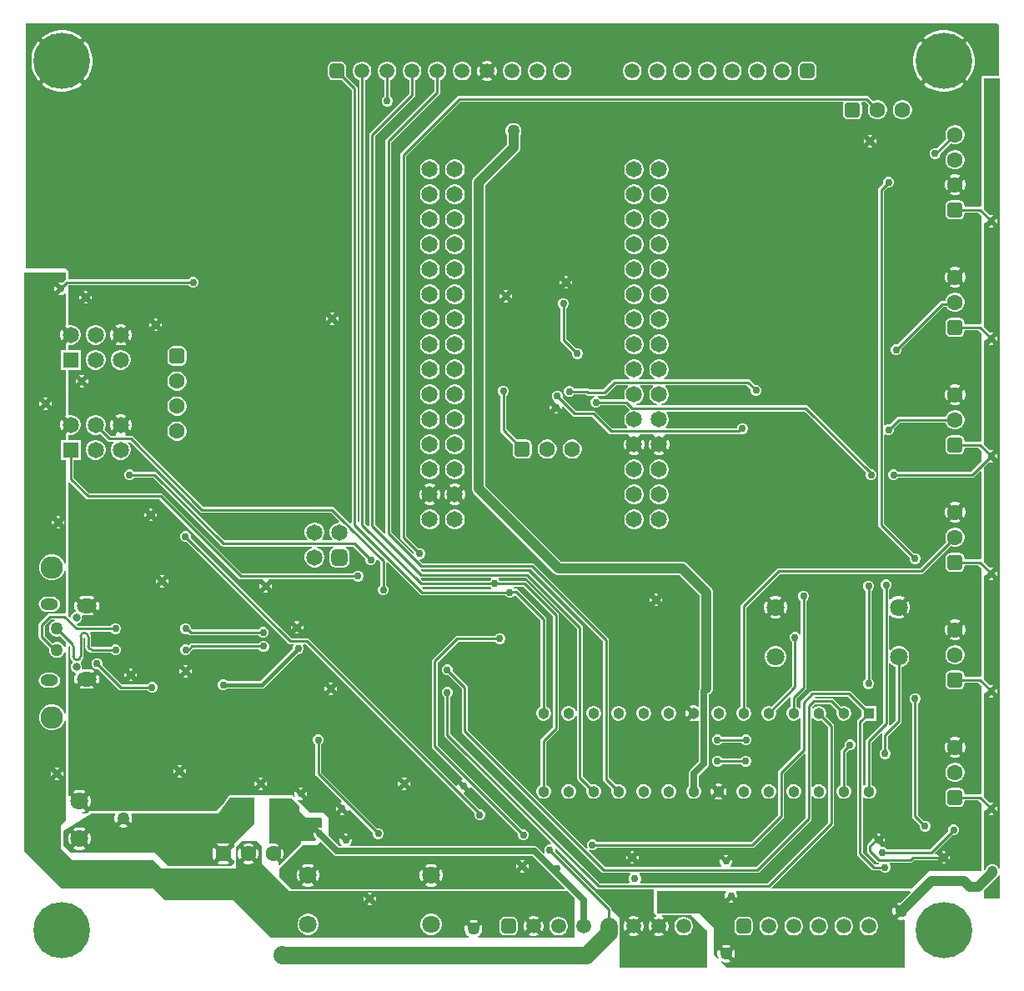
<source format=gbr>
%TF.GenerationSoftware,Altium Limited,Altium Designer,24.3.1 (35)*%
G04 Layer_Physical_Order=2*
G04 Layer_Color=16711680*
%FSLAX45Y45*%
%MOMM*%
%TF.SameCoordinates,7E0553B6-A888-4128-BDB4-EB5F29F5F182*%
%TF.FilePolarity,Positive*%
%TF.FileFunction,Copper,L2,Bot,Signal*%
%TF.Part,Single*%
G01*
G75*
%TA.AperFunction,Conductor*%
%ADD29C,1.77800*%
%ADD30C,0.25400*%
%ADD36C,1.01600*%
%ADD37C,0.63500*%
%TA.AperFunction,ComponentPad*%
%ADD38C,1.65000*%
G04:AMPARAMS|DCode=39|XSize=1.65mm|YSize=1.65mm|CornerRadius=0.4125mm|HoleSize=0mm|Usage=FLASHONLY|Rotation=90.000|XOffset=0mm|YOffset=0mm|HoleType=Round|Shape=RoundedRectangle|*
%AMROUNDEDRECTD39*
21,1,1.65000,0.82500,0,0,90.0*
21,1,0.82500,1.65000,0,0,90.0*
1,1,0.82500,0.41250,0.41250*
1,1,0.82500,0.41250,-0.41250*
1,1,0.82500,-0.41250,-0.41250*
1,1,0.82500,-0.41250,0.41250*
%
%ADD39ROUNDEDRECTD39*%
G04:AMPARAMS|DCode=40|XSize=1.6mm|YSize=1.6mm|CornerRadius=0.4mm|HoleSize=0mm|Usage=FLASHONLY|Rotation=0.000|XOffset=0mm|YOffset=0mm|HoleType=Round|Shape=RoundedRectangle|*
%AMROUNDEDRECTD40*
21,1,1.60000,0.80000,0,0,0.0*
21,1,0.80000,1.60000,0,0,0.0*
1,1,0.80000,0.40000,-0.40000*
1,1,0.80000,-0.40000,-0.40000*
1,1,0.80000,-0.40000,0.40000*
1,1,0.80000,0.40000,0.40000*
%
%ADD40ROUNDEDRECTD40*%
%ADD41C,1.60000*%
%ADD42C,1.80000*%
G04:AMPARAMS|DCode=43|XSize=1.6mm|YSize=1.6mm|CornerRadius=0.4mm|HoleSize=0mm|Usage=FLASHONLY|Rotation=90.000|XOffset=0mm|YOffset=0mm|HoleType=Round|Shape=RoundedRectangle|*
%AMROUNDEDRECTD43*
21,1,1.60000,0.80000,0,0,90.0*
21,1,0.80000,1.60000,0,0,90.0*
1,1,0.80000,0.40000,0.40000*
1,1,0.80000,0.40000,-0.40000*
1,1,0.80000,-0.40000,-0.40000*
1,1,0.80000,-0.40000,0.40000*
%
%ADD43ROUNDEDRECTD43*%
%ADD44C,2.28600*%
%TA.AperFunction,ViaPad*%
%ADD45C,1.80000*%
%TA.AperFunction,ComponentPad*%
%ADD46C,1.52000*%
G04:AMPARAMS|DCode=47|XSize=1.52mm|YSize=1.52mm|CornerRadius=0.38mm|HoleSize=0mm|Usage=FLASHONLY|Rotation=0.000|XOffset=0mm|YOffset=0mm|HoleType=Round|Shape=RoundedRectangle|*
%AMROUNDEDRECTD47*
21,1,1.52000,0.76000,0,0,0.0*
21,1,0.76000,1.52000,0,0,0.0*
1,1,0.76000,0.38000,-0.38000*
1,1,0.76000,-0.38000,-0.38000*
1,1,0.76000,-0.38000,0.38000*
1,1,0.76000,0.38000,0.38000*
%
%ADD47ROUNDEDRECTD47*%
%ADD48R,1.65000X1.65000*%
%ADD49C,5.71500*%
%ADD50R,1.13300X1.13300*%
%ADD51C,1.13300*%
%ADD52O,2.00000X1.45000*%
%ADD53O,1.80000X1.15000*%
%ADD54C,0.80000*%
%TA.AperFunction,ViaPad*%
%ADD55C,1.27000*%
%ADD56C,0.76200*%
%TA.AperFunction,Conductor*%
%ADD57C,0.38100*%
G36*
X12433300Y12115800D02*
Y11595100D01*
X12268200D01*
X12255500Y11582400D01*
Y10277028D01*
X12242800Y10266844D01*
X12240621Y10267277D01*
X12087712D01*
Y10276200D01*
X12083228Y10298744D01*
X12070457Y10317857D01*
X12051344Y10330628D01*
X12028800Y10335112D01*
X11948800D01*
X11926256Y10330628D01*
X11907143Y10317857D01*
X11894372Y10298744D01*
X11889888Y10276200D01*
Y10196200D01*
X11894372Y10173656D01*
X11907143Y10154543D01*
X11926256Y10141772D01*
X11948800Y10137288D01*
X12028800D01*
X12051344Y10141772D01*
X12070457Y10154543D01*
X12083228Y10173656D01*
X12087712Y10196200D01*
Y10205123D01*
X12227748D01*
X12255500Y10177371D01*
Y9083228D01*
X12242800Y9073044D01*
X12240621Y9073477D01*
X12087712D01*
Y9082400D01*
X12083228Y9104944D01*
X12070457Y9124057D01*
X12051344Y9136828D01*
X12028800Y9141312D01*
X11948800D01*
X11926256Y9136828D01*
X11907143Y9124057D01*
X11894372Y9104944D01*
X11889888Y9082400D01*
Y9002400D01*
X11894372Y8979856D01*
X11907143Y8960743D01*
X11926256Y8947972D01*
X11948800Y8943488D01*
X12028800D01*
X12051344Y8947972D01*
X12070457Y8960743D01*
X12083228Y8979856D01*
X12087712Y9002400D01*
Y9011323D01*
X12227748D01*
X12255500Y8983571D01*
Y7889428D01*
X12242800Y7879244D01*
X12240621Y7879677D01*
X12087712D01*
Y7888600D01*
X12083228Y7911144D01*
X12070457Y7930257D01*
X12051344Y7943028D01*
X12028800Y7947512D01*
X11948800D01*
X11926256Y7943028D01*
X11907143Y7930257D01*
X11894372Y7911144D01*
X11889888Y7888600D01*
Y7808600D01*
X11894372Y7786056D01*
X11907143Y7766943D01*
X11926256Y7754172D01*
X11948800Y7749688D01*
X12028800D01*
X12051344Y7754172D01*
X12070457Y7766943D01*
X12083228Y7786056D01*
X12087712Y7808600D01*
Y7817523D01*
X12227748D01*
X12255500Y7789771D01*
Y7678829D01*
X12151548Y7574877D01*
X11414112D01*
X11413873Y7575453D01*
X11398153Y7591173D01*
X11377615Y7599680D01*
X11355385D01*
X11334847Y7591173D01*
X11319127Y7575453D01*
X11310620Y7554915D01*
Y7532685D01*
X11319127Y7512147D01*
X11334847Y7496427D01*
X11355385Y7487920D01*
X11377615D01*
X11398153Y7496427D01*
X11413873Y7512147D01*
X11414112Y7512723D01*
X12164421D01*
X12176314Y7515088D01*
X12186396Y7521825D01*
X12243767Y7579196D01*
X12255500Y7574336D01*
Y6695628D01*
X12242800Y6685444D01*
X12240621Y6685877D01*
X12087712D01*
Y6694800D01*
X12083228Y6717344D01*
X12070457Y6736457D01*
X12051344Y6749228D01*
X12028800Y6753712D01*
X11948800D01*
X11926256Y6749228D01*
X11907143Y6736457D01*
X11894372Y6717344D01*
X11889888Y6694800D01*
Y6614800D01*
X11894372Y6592256D01*
X11907143Y6573143D01*
X11926256Y6560372D01*
X11948800Y6555888D01*
X12028800D01*
X12051344Y6560372D01*
X12070457Y6573143D01*
X12083228Y6592256D01*
X12087712Y6614800D01*
Y6623723D01*
X12227748D01*
X12255500Y6595971D01*
Y5501828D01*
X12242800Y5491644D01*
X12240621Y5492077D01*
X12087712D01*
Y5501000D01*
X12083228Y5523544D01*
X12070457Y5542657D01*
X12051344Y5555428D01*
X12028800Y5559912D01*
X11948800D01*
X11926256Y5555428D01*
X11907143Y5542657D01*
X11894372Y5523544D01*
X11889888Y5501000D01*
Y5421000D01*
X11894372Y5398456D01*
X11907143Y5379343D01*
X11926256Y5366572D01*
X11948800Y5362088D01*
X12028800D01*
X12051344Y5366572D01*
X12070457Y5379343D01*
X12083228Y5398456D01*
X12087712Y5421000D01*
Y5429923D01*
X12227748D01*
X12255500Y5402171D01*
Y4308028D01*
X12242800Y4297844D01*
X12240621Y4298277D01*
X12087712D01*
Y4307200D01*
X12083228Y4329744D01*
X12070457Y4348857D01*
X12051344Y4361628D01*
X12028800Y4366112D01*
X11948800D01*
X11926256Y4361628D01*
X11907143Y4348857D01*
X11894372Y4329744D01*
X11889888Y4307200D01*
Y4227200D01*
X11894372Y4204656D01*
X11907143Y4185543D01*
X11926256Y4172772D01*
X11948800Y4168288D01*
X12028800D01*
X12051344Y4172772D01*
X12070457Y4185543D01*
X12083228Y4204656D01*
X12087712Y4227200D01*
Y4236123D01*
X12227748D01*
X12255500Y4208371D01*
Y3517900D01*
X11722100D01*
X11544300Y3340100D01*
X10133010D01*
X10127750Y3352800D01*
X10753475Y3978525D01*
X10760212Y3988607D01*
X10762577Y4000500D01*
Y4994300D01*
X10760212Y5006193D01*
X10753475Y5016275D01*
X10674560Y5095190D01*
X10678930Y5111501D01*
Y5131099D01*
X10673858Y5150029D01*
X10664059Y5167001D01*
X10650201Y5180859D01*
X10633229Y5190658D01*
X10614299Y5195730D01*
X10594701D01*
X10575771Y5190658D01*
X10558799Y5180859D01*
X10551162Y5173222D01*
X10537957Y5177978D01*
X10537316Y5184767D01*
X10566572Y5214023D01*
X10721827D01*
X10788440Y5147410D01*
X10784070Y5131099D01*
Y5111501D01*
X10789142Y5092571D01*
X10798941Y5075599D01*
X10812799Y5061741D01*
X10829771Y5051942D01*
X10848701Y5046870D01*
X10868299D01*
X10887229Y5051942D01*
X10904201Y5061741D01*
X10918059Y5075599D01*
X10927858Y5092571D01*
X10932930Y5111501D01*
Y5131099D01*
X10927858Y5150029D01*
X10918059Y5167001D01*
X10904201Y5180859D01*
X10887229Y5190658D01*
X10868299Y5195730D01*
X10848701D01*
X10832390Y5191359D01*
X10756675Y5267075D01*
X10746593Y5273812D01*
X10734700Y5276177D01*
X10571157D01*
X10564033Y5288877D01*
X10564855Y5290223D01*
X10899627D01*
X11038070Y5151780D01*
Y5090820D01*
X11003395Y5056145D01*
X10996658Y5046063D01*
X10994293Y5034170D01*
Y3693930D01*
X10996658Y3682038D01*
X11003395Y3671956D01*
X11141325Y3534025D01*
X11151407Y3527288D01*
X11163300Y3524923D01*
X11229988D01*
X11230227Y3524347D01*
X11245947Y3508627D01*
X11266485Y3500120D01*
X11288715D01*
X11309253Y3508627D01*
X11324973Y3524347D01*
X11333480Y3544885D01*
Y3567115D01*
X11324973Y3587653D01*
X11323237Y3589390D01*
X11328097Y3601123D01*
X11537427D01*
X11549319Y3603488D01*
X11559401Y3610225D01*
X11575699Y3626523D01*
X11807502D01*
X11838579Y3657600D01*
X11807502Y3688677D01*
X11788320D01*
X11783460Y3700410D01*
X11964408Y3881359D01*
X11964985Y3881120D01*
X11987215D01*
X12007753Y3889627D01*
X12023473Y3905347D01*
X12031980Y3925885D01*
Y3948115D01*
X12023473Y3968653D01*
X12007753Y3984373D01*
X11987215Y3992880D01*
X11964985D01*
X11944447Y3984373D01*
X11928727Y3968653D01*
X11920220Y3948115D01*
Y3925885D01*
X11920459Y3925308D01*
X11734628Y3739477D01*
X11299812D01*
X11299573Y3740053D01*
X11283853Y3755773D01*
X11263315Y3764280D01*
X11241085D01*
X11236662Y3776013D01*
X11237301Y3776278D01*
X11196139Y3817439D01*
X11154978Y3858601D01*
X11150600Y3848031D01*
Y3841250D01*
X11103225Y3793875D01*
X11096488Y3783793D01*
X11094123Y3771900D01*
Y3721100D01*
X11096488Y3709207D01*
X11103225Y3699125D01*
X11192125Y3610225D01*
X11202207Y3603488D01*
X11214100Y3601123D01*
X11220074Y3588423D01*
X11219174Y3587077D01*
X11176173D01*
X11056447Y3706803D01*
Y4262158D01*
X11069147Y4266585D01*
X11083771Y4258142D01*
X11102701Y4253070D01*
X11122299D01*
X11141229Y4258142D01*
X11158201Y4267941D01*
X11172059Y4281799D01*
X11181858Y4298771D01*
X11186930Y4317701D01*
Y4337299D01*
X11181858Y4356229D01*
X11172059Y4373201D01*
X11158201Y4387059D01*
X11143577Y4395502D01*
Y4825828D01*
X11234200Y4916450D01*
X11248085Y4913672D01*
X11248661Y4912951D01*
X11246523Y4902200D01*
Y4759312D01*
X11245947Y4759073D01*
X11230227Y4743353D01*
X11221720Y4722815D01*
Y4700585D01*
X11230227Y4680047D01*
X11245947Y4664327D01*
X11266485Y4655820D01*
X11288715D01*
X11309253Y4664327D01*
X11324973Y4680047D01*
X11333480Y4700585D01*
Y4722815D01*
X11324973Y4743353D01*
X11309253Y4759073D01*
X11308677Y4759312D01*
Y4889328D01*
X11439275Y5019925D01*
X11446012Y5030007D01*
X11448377Y5041900D01*
Y5594345D01*
X11458901Y5597165D01*
X11483478Y5611355D01*
X11503545Y5631422D01*
X11517735Y5655999D01*
X11525080Y5683411D01*
Y5711789D01*
X11517735Y5739201D01*
X11503545Y5763778D01*
X11483478Y5783845D01*
X11458901Y5798035D01*
X11431489Y5805380D01*
X11403111D01*
X11375699Y5798035D01*
X11351122Y5783845D01*
X11334077Y5766801D01*
X11321377Y5771076D01*
Y6112362D01*
X11334077Y6117623D01*
X11346443Y6105257D01*
X11372757Y6090065D01*
X11402107Y6082200D01*
X11432493D01*
X11461843Y6090065D01*
X11479005Y6099974D01*
X11399339Y6179639D01*
X11417300Y6197600D01*
X11399339Y6215561D01*
X11479005Y6295226D01*
X11461843Y6305135D01*
X11432493Y6313000D01*
X11402107D01*
X11372757Y6305135D01*
X11346443Y6289943D01*
X11334077Y6277577D01*
X11321377Y6282838D01*
Y6378588D01*
X11321953Y6378827D01*
X11337673Y6394547D01*
X11346180Y6415085D01*
Y6437315D01*
X11337673Y6457853D01*
X11321953Y6473573D01*
X11301415Y6482080D01*
X11279185D01*
X11258647Y6473573D01*
X11242927Y6457853D01*
X11234420Y6437315D01*
Y6415085D01*
X11242927Y6394547D01*
X11258647Y6378827D01*
X11259223Y6378588D01*
Y5029373D01*
X11090525Y4860675D01*
X11083788Y4850593D01*
X11081423Y4838700D01*
Y4395502D01*
X11069147Y4388415D01*
X11056447Y4392843D01*
Y5021297D01*
X11082020Y5046870D01*
X11186930D01*
Y5195730D01*
X11082020D01*
X10934475Y5343275D01*
X10924393Y5350012D01*
X10912500Y5352377D01*
X10541000D01*
X10529107Y5350012D01*
X10519025Y5343275D01*
X10430125Y5254375D01*
X10423388Y5244293D01*
X10421023Y5232400D01*
Y5173378D01*
X10415395Y5170104D01*
X10408323Y5168737D01*
X10396201Y5180859D01*
X10381577Y5189302D01*
Y5270328D01*
X10474075Y5362825D01*
X10480812Y5372907D01*
X10483177Y5384800D01*
Y6264288D01*
X10483753Y6264527D01*
X10499473Y6280247D01*
X10507980Y6300785D01*
Y6323015D01*
X10499473Y6343553D01*
X10483753Y6359273D01*
X10463215Y6367780D01*
X10440985D01*
X10420447Y6359273D01*
X10404727Y6343553D01*
X10396220Y6323015D01*
Y6300785D01*
X10404727Y6280247D01*
X10420447Y6264527D01*
X10421023Y6264288D01*
Y5930597D01*
X10418914Y5929357D01*
X10408323Y5926703D01*
X10394853Y5940173D01*
X10374315Y5948680D01*
X10352085D01*
X10331547Y5940173D01*
X10315827Y5924453D01*
X10307320Y5903915D01*
Y5881685D01*
X10315827Y5861147D01*
X10331547Y5845427D01*
X10332123Y5845188D01*
Y5400872D01*
X10122610Y5191359D01*
X10106299Y5195730D01*
X10086701D01*
X10067771Y5190658D01*
X10050799Y5180859D01*
X10036941Y5167001D01*
X10027142Y5150029D01*
X10022070Y5131099D01*
Y5111501D01*
X10027142Y5092571D01*
X10036941Y5075599D01*
X10050799Y5061741D01*
X10067771Y5051942D01*
X10086701Y5046870D01*
X10106299D01*
X10125229Y5051942D01*
X10142201Y5061741D01*
X10156059Y5075599D01*
X10165858Y5092571D01*
X10170930Y5111501D01*
Y5131099D01*
X10166560Y5147410D01*
X10307498Y5288348D01*
X10317395Y5284075D01*
X10319423Y5282313D01*
Y5189302D01*
X10304799Y5180859D01*
X10290941Y5167001D01*
X10281142Y5150029D01*
X10276070Y5131099D01*
Y5111501D01*
X10281142Y5092571D01*
X10290941Y5075599D01*
X10304799Y5061741D01*
X10321771Y5051942D01*
X10340701Y5046870D01*
X10360299D01*
X10379229Y5051942D01*
X10396201Y5061741D01*
X10408323Y5073863D01*
X10415395Y5072495D01*
X10421023Y5069222D01*
Y4762672D01*
X10201525Y4543175D01*
X10194788Y4533093D01*
X10192423Y4521200D01*
Y4089573D01*
X9918528Y3815677D01*
X8353412D01*
X8353173Y3816253D01*
X8337453Y3831973D01*
X8316915Y3840480D01*
X8294685D01*
X8274147Y3831973D01*
X8258427Y3816253D01*
X8249920Y3795715D01*
Y3773485D01*
X8258427Y3752947D01*
X8248573Y3746077D01*
X7041477Y4953172D01*
Y5384800D01*
X7039112Y5396693D01*
X7032375Y5406775D01*
X6888241Y5550908D01*
X6888480Y5551485D01*
Y5573715D01*
X6879973Y5594253D01*
X6864253Y5609973D01*
X6843715Y5618480D01*
X6821485D01*
X6800947Y5609973D01*
X6785227Y5594253D01*
X6776720Y5573715D01*
Y5551485D01*
X6785227Y5530947D01*
X6800947Y5515227D01*
X6821485Y5506720D01*
X6843715D01*
X6844292Y5506959D01*
X6979323Y5371927D01*
Y4940300D01*
X6981688Y4928407D01*
X6988425Y4918325D01*
X8398125Y3508625D01*
X8408207Y3501888D01*
X8420100Y3499523D01*
X8687660D01*
X8692920Y3486823D01*
X8683767Y3477670D01*
X8674100Y3454331D01*
Y3429069D01*
X8682298Y3409277D01*
X8676327Y3396577D01*
X8382172D01*
X6863677Y4915072D01*
Y5286388D01*
X6864253Y5286627D01*
X6879973Y5302347D01*
X6888480Y5322885D01*
Y5345115D01*
X6879973Y5365653D01*
X6864253Y5381373D01*
X6843715Y5389880D01*
X6821485D01*
X6800947Y5381373D01*
X6785227Y5365653D01*
X6776720Y5345115D01*
Y5322885D01*
X6785227Y5302347D01*
X6800947Y5286627D01*
X6801523Y5286388D01*
Y4902200D01*
X6803888Y4890307D01*
X6810625Y4880225D01*
X7889437Y3801413D01*
X7887008Y3794819D01*
X7883210Y3789680D01*
X7862885D01*
X7842347Y3781173D01*
X7826627Y3765453D01*
X7818120Y3744915D01*
Y3722685D01*
X7824290Y3707789D01*
X7813523Y3700595D01*
X7757309Y3756809D01*
X7740926Y3767756D01*
X7721600Y3771600D01*
X5846497D01*
X5846444Y3771679D01*
X5842603Y3784300D01*
X5857733Y3799430D01*
X5867400Y3822769D01*
Y3848031D01*
X5863022Y3858601D01*
X5821861Y3817439D01*
X5803900Y3835400D01*
X5785939Y3817439D01*
X5744778Y3858601D01*
X5740400Y3848031D01*
Y3822769D01*
X5750067Y3799430D01*
X5765197Y3784300D01*
X5761356Y3771679D01*
X5761303Y3771600D01*
X5735918D01*
X5631702Y3875816D01*
X5626101Y3886200D01*
X5626100D01*
X5626100Y3886201D01*
Y4064000D01*
X5575300Y4114800D01*
X5435600D01*
X5314057Y4236343D01*
X5321251Y4247109D01*
X5334069Y4241800D01*
X5359331D01*
X5369901Y4246178D01*
X5328739Y4287339D01*
X5287578Y4328501D01*
X5283200Y4317931D01*
Y4292669D01*
X5288509Y4279851D01*
X5277743Y4272657D01*
X5257800Y4292600D01*
X4622800D01*
Y4285328D01*
X4615863Y4283948D01*
X4609981Y4280019D01*
X4606052Y4274137D01*
X4604672Y4267200D01*
Y4260543D01*
X4570258Y4214658D01*
X4483100Y4127500D01*
X3572959D01*
X3554001Y4132580D01*
X3532599D01*
X3513641Y4127500D01*
X3200400D01*
X3175000Y4102100D01*
X3119769D01*
X3118097Y4114800D01*
X3143343Y4121565D01*
X3160505Y4131474D01*
X3080839Y4211139D01*
X3001174Y4290805D01*
X2997200Y4283923D01*
X2984500Y4287326D01*
Y5799572D01*
X2996955Y5807450D01*
X3002061Y5805677D01*
X3004074Y5800817D01*
X3004224Y5788174D01*
Y5700580D01*
X3004240Y5700501D01*
X3006586Y5682677D01*
X3013497Y5665994D01*
X3024490Y5651668D01*
X3026528Y5650104D01*
X3027521Y5633334D01*
X3018916Y5624730D01*
X3010120Y5603493D01*
Y5580507D01*
X3018916Y5559270D01*
X3035170Y5543016D01*
X3055835Y5534457D01*
X3057659Y5533498D01*
X3062921Y5522830D01*
X3059884Y5518873D01*
X3050020Y5495057D01*
X3046655Y5469500D01*
X3050020Y5443943D01*
X3059884Y5420128D01*
X3059981Y5420002D01*
X3127440Y5487460D01*
X3163361Y5451539D01*
X3095902Y5384081D01*
X3096028Y5383985D01*
X3119843Y5374120D01*
X3145400Y5370755D01*
X3200400D01*
X3225957Y5374120D01*
X3249772Y5383985D01*
X3249898Y5384081D01*
X3182440Y5451539D01*
X3200400Y5469500D01*
X3182440Y5487460D01*
X3249898Y5554919D01*
X3249772Y5555016D01*
X3225957Y5564880D01*
X3200400Y5568245D01*
X3145400D01*
X3133710Y5566706D01*
X3124783Y5578340D01*
X3125680Y5580507D01*
Y5603493D01*
X3116884Y5624730D01*
X3112008Y5629606D01*
X3114161Y5645413D01*
X3122313Y5651668D01*
X3133306Y5665994D01*
X3140216Y5682677D01*
X3142563Y5700501D01*
X3142578Y5700580D01*
Y5885550D01*
X3154602Y5890314D01*
X3156624Y5888569D01*
Y5803900D01*
X3156640Y5803821D01*
X3158986Y5785997D01*
X3165897Y5769314D01*
X3176890Y5754988D01*
X3191215Y5743995D01*
X3207898Y5737085D01*
X3225722Y5734739D01*
X3225801Y5734723D01*
X3419488D01*
X3419727Y5734147D01*
X3435447Y5718427D01*
X3455985Y5709920D01*
X3478215D01*
X3498753Y5718427D01*
X3514473Y5734147D01*
X3522980Y5754685D01*
Y5776915D01*
X3514473Y5797453D01*
X3498753Y5813173D01*
X3478215Y5821680D01*
X3455985D01*
X3435447Y5813173D01*
X3419727Y5797453D01*
X3419488Y5796877D01*
X3225801D01*
Y5797027D01*
X3220941Y5799040D01*
X3218928Y5803900D01*
X3218778D01*
Y5900420D01*
X3218763Y5900499D01*
X3216416Y5918323D01*
X3209506Y5935006D01*
X3207268Y5937923D01*
X3213531Y5950623D01*
X3419488D01*
X3419727Y5950047D01*
X3435447Y5934327D01*
X3455985Y5925820D01*
X3478215D01*
X3498753Y5934327D01*
X3514473Y5950047D01*
X3522980Y5970585D01*
Y5992815D01*
X3514473Y6013353D01*
X3498753Y6029073D01*
X3478215Y6037580D01*
X3455985D01*
X3435447Y6029073D01*
X3419727Y6013353D01*
X3419488Y6012777D01*
X3081193D01*
X3071483Y6022487D01*
X3076343Y6034220D01*
X3079393D01*
X3100630Y6043016D01*
X3116884Y6059270D01*
X3125680Y6080507D01*
Y6103493D01*
X3124783Y6105660D01*
X3133710Y6117294D01*
X3145400Y6115755D01*
X3200400D01*
X3225957Y6119120D01*
X3249772Y6128984D01*
X3249898Y6129081D01*
X3182439Y6196540D01*
X3200400Y6214500D01*
X3182439Y6232461D01*
X3249898Y6299919D01*
X3249772Y6300015D01*
X3225957Y6309880D01*
X3200400Y6313245D01*
X3145400D01*
X3119843Y6309880D01*
X3096028Y6300015D01*
X3095902Y6299919D01*
X3163360Y6232461D01*
X3127439Y6196540D01*
X3059981Y6263998D01*
X3059884Y6263872D01*
X3050020Y6240057D01*
X3046655Y6214500D01*
X3050020Y6188943D01*
X3059884Y6165127D01*
X3062921Y6161170D01*
X3057659Y6150502D01*
X3055835Y6149543D01*
X3035170Y6140984D01*
X3018916Y6124730D01*
X3010120Y6103493D01*
Y6100443D01*
X2998387Y6095583D01*
X2984500Y6109470D01*
Y7464832D01*
X2997200Y7470092D01*
X3163546Y7303746D01*
X3173628Y7297009D01*
X3185521Y7294644D01*
X3196476Y7296823D01*
X3911428D01*
X4715125Y6493125D01*
X4725207Y6486388D01*
X4737100Y6484023D01*
X4962237D01*
X4963662Y6476860D01*
X4991100Y6449421D01*
X5018538Y6476860D01*
X5019963Y6484023D01*
X5880368D01*
X5880607Y6483447D01*
X5896327Y6467727D01*
X5916865Y6459220D01*
X5939095D01*
X5959633Y6467727D01*
X5975353Y6483447D01*
X5983860Y6503985D01*
Y6526215D01*
X5975353Y6546753D01*
X5959633Y6562473D01*
X5939095Y6570980D01*
X5916865D01*
X5896327Y6562473D01*
X5880607Y6546753D01*
X5880368Y6546177D01*
X4749973D01*
X3946275Y7349875D01*
X3936193Y7356612D01*
X3924300Y7358977D01*
X3196214D01*
X3040977Y7514214D01*
Y7697520D01*
X3110180D01*
Y7898080D01*
X2984500D01*
Y7944357D01*
X2994576Y7952089D01*
X2996698Y7951520D01*
X3023102D01*
X3048607Y7958354D01*
X3071473Y7971556D01*
X3090144Y7990227D01*
X3103346Y8013093D01*
X3110180Y8038598D01*
Y8065002D01*
X3103346Y8090507D01*
X3090144Y8113373D01*
X3071473Y8132044D01*
X3048607Y8145246D01*
X3023102Y8152080D01*
X2996698D01*
X2994576Y8151511D01*
X2984500Y8159243D01*
Y8611920D01*
X3110180D01*
Y8812480D01*
X2984500D01*
Y8858757D01*
X2994576Y8866489D01*
X2996698Y8865920D01*
X3023102D01*
X3048607Y8872754D01*
X3071473Y8885956D01*
X3090144Y8904627D01*
X3103346Y8927493D01*
X3110180Y8952998D01*
Y8979402D01*
X3103346Y9004907D01*
X3090144Y9027773D01*
X3071473Y9046444D01*
X3048607Y9059646D01*
X3023102Y9066480D01*
X2996698D01*
X2994576Y9065911D01*
X2984500Y9073643D01*
Y9468350D01*
X2984672Y9468523D01*
X4206888D01*
X4207127Y9467947D01*
X4222847Y9452227D01*
X4243385Y9443720D01*
X4265615D01*
X4286153Y9452227D01*
X4301873Y9467947D01*
X4310380Y9488485D01*
Y9510715D01*
X4301873Y9531253D01*
X4286153Y9546973D01*
X4265615Y9555480D01*
X4243385D01*
X4222847Y9546973D01*
X4207127Y9531253D01*
X4206888Y9530677D01*
X2984500D01*
Y9613900D01*
X2959100Y9639300D01*
X2556594D01*
X2551733Y9651033D01*
X2552700Y9652000D01*
Y12128500D01*
X12420600D01*
X12433300Y12115800D01*
D02*
G37*
G36*
X12446000Y3546332D02*
X12433300Y3543806D01*
X12429705Y3552486D01*
X12418712Y3566812D01*
X12404386Y3577805D01*
X12387703Y3584715D01*
X12369800Y3587072D01*
X12351897Y3584715D01*
X12335214Y3577805D01*
X12320888Y3566812D01*
X12309895Y3552486D01*
X12303272Y3536496D01*
X12292633Y3525857D01*
X12280900Y3530717D01*
Y4132482D01*
X12293600Y4135008D01*
X12295799Y4129699D01*
X12336960Y4170861D01*
X12378122Y4212022D01*
X12367552Y4216400D01*
X12342290D01*
X12337397Y4214373D01*
X12280900Y4270871D01*
Y5326282D01*
X12293600Y5328808D01*
X12295799Y5323499D01*
X12336960Y5364661D01*
X12378122Y5405822D01*
X12367552Y5410200D01*
X12342290D01*
X12337397Y5408173D01*
X12280900Y5464671D01*
Y6520082D01*
X12293600Y6522608D01*
X12295799Y6517299D01*
X12336960Y6558461D01*
X12378122Y6599622D01*
X12367552Y6604000D01*
X12342290D01*
X12337397Y6601973D01*
X12280900Y6658471D01*
Y7616329D01*
X12337397Y7672827D01*
X12342290Y7670800D01*
X12367552D01*
X12378122Y7675178D01*
X12336960Y7716339D01*
X12354921Y7734300D01*
X12336960Y7752261D01*
X12378122Y7793422D01*
X12367552Y7797800D01*
X12342290D01*
X12337397Y7795773D01*
X12280900Y7852271D01*
Y8907682D01*
X12293600Y8910208D01*
X12295799Y8904899D01*
X12336960Y8946061D01*
X12378122Y8987222D01*
X12367552Y8991600D01*
X12342290D01*
X12337397Y8989573D01*
X12280900Y9046071D01*
Y10101482D01*
X12293600Y10104008D01*
X12295799Y10098699D01*
X12336960Y10139861D01*
X12378122Y10181022D01*
X12367552Y10185400D01*
X12342290D01*
X12337397Y10183373D01*
X12280900Y10239871D01*
Y11569700D01*
X12446000D01*
Y3546332D01*
D02*
G37*
G36*
X2959100Y9527772D02*
X2949825Y9521575D01*
X2925824Y9497573D01*
X2920931Y9499600D01*
X2895669D01*
X2885099Y9495222D01*
X2926261Y9454061D01*
X2908300Y9436100D01*
X2926261Y9418139D01*
X2885099Y9376978D01*
X2895669Y9372600D01*
X2920931D01*
X2944270Y9382267D01*
X2947367Y9385364D01*
X2959100Y9380504D01*
Y9061463D01*
X2953685Y9058336D01*
X3027861Y8984161D01*
X3009900Y8966200D01*
X3027861Y8948239D01*
X2953685Y8874064D01*
X2959100Y8870937D01*
Y8812480D01*
X2909620D01*
Y8611920D01*
X2959100D01*
Y8147063D01*
X2953685Y8143936D01*
X3027861Y8069761D01*
X3009900Y8051800D01*
X3027861Y8033839D01*
X2953685Y7959664D01*
X2959100Y7956537D01*
Y7898080D01*
X2909620D01*
Y7697520D01*
X2959100D01*
Y6642019D01*
X2946400Y6640348D01*
X2942479Y6654981D01*
X2925090Y6685099D01*
X2900499Y6709690D01*
X2870381Y6727079D01*
X2836789Y6736080D01*
X2802011D01*
X2768419Y6727079D01*
X2738301Y6709690D01*
X2713710Y6685099D01*
X2696321Y6654981D01*
X2687320Y6621389D01*
Y6586611D01*
X2696321Y6553019D01*
X2713710Y6522901D01*
X2738301Y6498310D01*
X2768419Y6480921D01*
X2802011Y6471920D01*
X2836789D01*
X2870381Y6480921D01*
X2900499Y6498310D01*
X2925090Y6522901D01*
X2942479Y6553019D01*
X2946400Y6567652D01*
X2959100Y6565981D01*
Y6145120D01*
X2946400Y6134697D01*
X2799080D01*
X2787187Y6132332D01*
X2777105Y6125595D01*
X2693285Y6041775D01*
X2686548Y6031693D01*
X2684183Y6019800D01*
Y5897880D01*
X2686548Y5885987D01*
X2693285Y5875905D01*
X2789717Y5779474D01*
X2788920Y5776501D01*
Y5755099D01*
X2794459Y5734427D01*
X2805160Y5715893D01*
X2820293Y5700760D01*
X2838827Y5690059D01*
X2859499Y5684520D01*
X2880901D01*
X2901573Y5690059D01*
X2920107Y5700760D01*
X2935240Y5715893D01*
X2945941Y5734427D01*
X2946400Y5736141D01*
X2959100Y5734469D01*
Y5118019D01*
X2946400Y5116348D01*
X2942479Y5130981D01*
X2925090Y5161099D01*
X2900499Y5185690D01*
X2870381Y5203079D01*
X2836789Y5212080D01*
X2802011D01*
X2768419Y5203079D01*
X2738301Y5185690D01*
X2713710Y5161099D01*
X2696321Y5130981D01*
X2687320Y5097389D01*
Y5062611D01*
X2696321Y5029019D01*
X2713710Y4998901D01*
X2738301Y4974310D01*
X2768419Y4956921D01*
X2802011Y4947920D01*
X2836789D01*
X2870381Y4956921D01*
X2900499Y4974310D01*
X2925090Y4998901D01*
X2942479Y5029019D01*
X2946400Y5043652D01*
X2959100Y5041981D01*
Y4038600D01*
X2908300Y3987800D01*
Y3746500D01*
X3022600Y3632200D01*
X3848100D01*
X3937000Y3543300D01*
X4686300D01*
Y3593863D01*
X4686419Y3593981D01*
X4690348Y3599862D01*
X4691728Y3606800D01*
Y3630991D01*
X4691380Y3632742D01*
Y3634527D01*
X4690696Y3636178D01*
X4690348Y3637928D01*
X4689357Y3639412D01*
X4688673Y3641062D01*
X4687410Y3642325D01*
X4686419Y3643810D01*
X4686300Y3643889D01*
Y3747511D01*
X4686419Y3747590D01*
X4687411Y3749075D01*
X4688673Y3750338D01*
X4689356Y3751987D01*
X4690348Y3753472D01*
X4690697Y3755223D01*
X4691380Y3756873D01*
Y3758657D01*
X4691728Y3760409D01*
Y3764628D01*
X4749800Y3822700D01*
X4902200Y3822700D01*
X4953000Y3771900D01*
Y3594100D01*
X5232400Y3314700D01*
X8056582D01*
X8128000Y3243282D01*
Y2989658D01*
X8123120Y2971446D01*
Y2946754D01*
X8128000Y2928542D01*
Y2844800D01*
X7148521D01*
X7145118Y2857500D01*
X7153886Y2862562D01*
X7170438Y2879114D01*
X7182142Y2899386D01*
X7188200Y2921996D01*
Y2945404D01*
X7182142Y2968014D01*
X7177527Y2976006D01*
X7117261Y2915739D01*
X7099300Y2933700D01*
X7081339Y2915739D01*
X7021073Y2976006D01*
X7016458Y2968014D01*
X7010400Y2945404D01*
Y2921996D01*
X7016458Y2899386D01*
X7028162Y2879114D01*
X7044714Y2862562D01*
X7053482Y2857500D01*
X7050079Y2844800D01*
X5041900D01*
X4660900Y3225800D01*
X3962400D01*
X3848100Y3340100D01*
X2921000D01*
X2540000Y3721100D01*
X2539995Y9601200D01*
X2959100D01*
Y9527772D01*
D02*
G37*
G36*
X2847791Y6059843D02*
X2838827Y6057441D01*
X2820293Y6046740D01*
X2805160Y6031607D01*
X2794459Y6013073D01*
X2788920Y5992401D01*
Y5970999D01*
X2794459Y5950327D01*
X2805160Y5931793D01*
X2820293Y5916660D01*
X2838827Y5905959D01*
X2859499Y5900420D01*
X2880901D01*
X2901573Y5905959D01*
X2901838Y5906112D01*
X2959100Y5848850D01*
Y5797131D01*
X2946400Y5795459D01*
X2945941Y5797173D01*
X2935240Y5815707D01*
X2920107Y5830840D01*
X2901573Y5841541D01*
X2880901Y5847080D01*
X2859499D01*
X2838827Y5841541D01*
X2824069Y5833020D01*
X2746337Y5910752D01*
Y6006928D01*
X2811953Y6072543D01*
X2846119D01*
X2847791Y6059843D01*
D02*
G37*
G36*
X11351122Y5611355D02*
X11375699Y5597165D01*
X11386223Y5594345D01*
Y5054773D01*
X11333700Y5002250D01*
X11319815Y5005028D01*
X11319239Y5005749D01*
X11321377Y5016500D01*
Y5624124D01*
X11334077Y5628399D01*
X11351122Y5611355D01*
D02*
G37*
G36*
X10558799Y5061741D02*
X10575771Y5051942D01*
X10594701Y5046870D01*
X10614299D01*
X10630610Y5051240D01*
X10700423Y4981427D01*
Y4013372D01*
X10083628Y3396577D01*
X8798873D01*
X8792902Y3409277D01*
X8801100Y3429069D01*
Y3454331D01*
X8791433Y3477670D01*
X8782280Y3486823D01*
X8787540Y3499523D01*
X9982200D01*
X9994093Y3501888D01*
X10004175Y3508625D01*
X10524875Y4029325D01*
X10531612Y4039407D01*
X10533977Y4051300D01*
Y4275422D01*
X10539605Y4278696D01*
X10546677Y4280063D01*
X10558799Y4267941D01*
X10575771Y4258142D01*
X10594701Y4253070D01*
X10614299D01*
X10633229Y4258142D01*
X10650201Y4267941D01*
X10664059Y4281799D01*
X10673858Y4298771D01*
X10678930Y4317701D01*
Y4337299D01*
X10673858Y4356229D01*
X10664059Y4373201D01*
X10650201Y4387059D01*
X10633229Y4396858D01*
X10614299Y4401930D01*
X10594701D01*
X10575771Y4396858D01*
X10558799Y4387059D01*
X10546677Y4374937D01*
X10539605Y4376305D01*
X10533977Y4379578D01*
Y5069222D01*
X10539605Y5072495D01*
X10546677Y5073863D01*
X10558799Y5061741D01*
D02*
G37*
G36*
X4876800Y4263306D02*
Y4000500D01*
X4673600Y3797300D01*
Y3760409D01*
X4660900Y3757883D01*
X4659876Y3760355D01*
X4595221Y3695700D01*
X4659876Y3631045D01*
X4660900Y3633517D01*
X4673600Y3630991D01*
Y3606800D01*
X4635500Y3568700D01*
X4000500D01*
X3860800Y3708400D01*
X3009900D01*
X2933700Y3784600D01*
Y3929379D01*
X3221566Y4102100D01*
X3457276D01*
X3463627Y4091101D01*
X3460458Y4085614D01*
X3454400Y4063004D01*
Y4039596D01*
X3460458Y4016986D01*
X3465073Y4008994D01*
X3525339Y4069261D01*
X3543300Y4051300D01*
X3561261Y4069261D01*
X3621527Y4008994D01*
X3626142Y4016986D01*
X3632200Y4039596D01*
Y4063004D01*
X3626142Y4085614D01*
X3622973Y4091101D01*
X3629324Y4102100D01*
X4508500D01*
X4622800Y4254500D01*
Y4267200D01*
X4864100D01*
X4865067Y4268167D01*
X4876800Y4263306D01*
D02*
G37*
G36*
X5334000Y4178300D02*
Y4127500D01*
X5397500Y4064000D01*
X5549900D01*
X5562600Y4051300D01*
Y3968541D01*
X5552040Y3961485D01*
X5549831Y3962400D01*
X5524569D01*
X5513999Y3958022D01*
X5555161Y3916861D01*
X5519239Y3880939D01*
X5478078Y3922101D01*
X5473700Y3911531D01*
Y3886269D01*
X5483367Y3862930D01*
X5501230Y3845067D01*
X5502480Y3838780D01*
X5486400Y3822700D01*
X5346700D01*
Y3797300D01*
X5130800Y3581400D01*
X5117256Y3588172D01*
X5116824Y3602587D01*
X5121685Y3605394D01*
X5049339Y3677739D01*
X5067300Y3695700D01*
X5049339Y3713661D01*
X5121685Y3786006D01*
X5107983Y3793917D01*
X5081176Y3801100D01*
X5053424D01*
X5039276Y3797309D01*
X5029200Y3805040D01*
Y4254500D01*
X5257800D01*
X5334000Y4178300D01*
D02*
G37*
G36*
X10471823Y4708980D02*
Y4064172D01*
X9969328Y3561677D01*
X9714640D01*
X9709380Y3574377D01*
X9718533Y3583530D01*
X9728200Y3606869D01*
Y3632131D01*
X9723822Y3642701D01*
X9682661Y3601539D01*
X9664700Y3619500D01*
X9646739Y3601539D01*
X9605578Y3642701D01*
X9601200Y3632131D01*
Y3606869D01*
X9610867Y3583530D01*
X9620020Y3574377D01*
X9614760Y3561677D01*
X8432972D01*
X8267277Y3727373D01*
X8274147Y3737227D01*
X8294685Y3728720D01*
X8316915D01*
X8337453Y3737227D01*
X8353173Y3752947D01*
X8353412Y3753523D01*
X9931400D01*
X9943293Y3755888D01*
X9953375Y3762625D01*
X10245475Y4054725D01*
X10252212Y4064807D01*
X10254577Y4076700D01*
Y4508328D01*
X10460090Y4713840D01*
X10471823Y4708980D01*
D02*
G37*
G36*
X5679291Y3685391D02*
X5695674Y3674444D01*
X5715000Y3670600D01*
X7700682D01*
X8026721Y3344562D01*
X8021860Y3332828D01*
X5252372D01*
X5130800Y3454400D01*
Y3543300D01*
X5372100Y3784600D01*
X5511800D01*
X5545941Y3818741D01*
X5679291Y3685391D01*
D02*
G37*
G36*
X11536343Y3302967D02*
X11433776Y3200400D01*
X11430996D01*
X11408386Y3194342D01*
X11400394Y3189727D01*
X11460661Y3129461D01*
X11442700Y3111500D01*
X11460661Y3093539D01*
X11400394Y3033273D01*
X11408386Y3028658D01*
X11430996Y3022600D01*
X11454404D01*
X11468100Y3026270D01*
X11480800Y3016774D01*
Y2540000D01*
X9664700D01*
X9611743Y2592957D01*
X9619541Y2603120D01*
X9630386Y2596858D01*
X9652996Y2590800D01*
X9676404D01*
X9699014Y2596858D01*
X9707006Y2601473D01*
X9646739Y2661739D01*
X9586473Y2722006D01*
X9581858Y2714014D01*
X9575800Y2691404D01*
Y2667996D01*
X9581858Y2645386D01*
X9588120Y2634541D01*
X9577957Y2626743D01*
X9537700Y2667000D01*
Y2946400D01*
X9398000Y3086100D01*
X8966200D01*
X8966200Y3314700D01*
X9659904D01*
X9664764Y3302967D01*
X9661667Y3299870D01*
X9652000Y3276531D01*
Y3251269D01*
X9656378Y3240699D01*
X9697539Y3281861D01*
X9715500Y3263900D01*
X9733461Y3281861D01*
X9774622Y3240699D01*
X9779000Y3251269D01*
Y3276531D01*
X9769333Y3299870D01*
X9766236Y3302967D01*
X9771096Y3314700D01*
X11531483D01*
X11536343Y3302967D01*
D02*
G37*
G36*
X12446000Y3476768D02*
Y3238500D01*
X12293600D01*
X12292633Y3237533D01*
X12280900Y3242394D01*
Y3318476D01*
X12418712Y3456288D01*
X12429705Y3470614D01*
X12433300Y3479294D01*
X12446000Y3476768D01*
D02*
G37*
G36*
X8347325Y3343525D02*
X8357407Y3336788D01*
X8369300Y3334423D01*
X8928100D01*
Y3098800D01*
X8952903Y3073997D01*
X8953381Y3073281D01*
X8956473Y3071216D01*
X8956252Y3060239D01*
X8955444Y3057792D01*
X8939761Y3053590D01*
X8927443Y3046478D01*
X8978900Y2995021D01*
X9030357Y3046478D01*
X9018039Y3053590D01*
X9011762Y3055272D01*
X9013434Y3067972D01*
X9314528D01*
X9461500Y2921000D01*
X9474200D01*
Y2540000D01*
X8585200D01*
Y3048000D01*
X8501764Y3131436D01*
X8499612Y3142256D01*
X8492875Y3152338D01*
X8331200Y3314013D01*
Y3327400D01*
X8317813D01*
X7927727Y3717486D01*
X7929880Y3722685D01*
Y3743010D01*
X7935019Y3746808D01*
X7941613Y3749237D01*
X8347325Y3343525D01*
D02*
G37*
%LPC*%
G36*
X11898988Y12058650D02*
X11850012D01*
X11801639Y12050988D01*
X11755060Y12035854D01*
X11711422Y12013619D01*
X11672547Y11985375D01*
X11874500Y11783421D01*
X12076454Y11985375D01*
X12037578Y12013619D01*
X11993940Y12035854D01*
X11947361Y12050988D01*
X11898988Y12058650D01*
D02*
G37*
G36*
X2945488D02*
X2896512D01*
X2848139Y12050988D01*
X2801560Y12035854D01*
X2757922Y12013619D01*
X2719047Y11985375D01*
X2921000Y11783421D01*
X3122954Y11985375D01*
X3084078Y12013619D01*
X3040440Y12035854D01*
X2993861Y12050988D01*
X2945488Y12058650D01*
D02*
G37*
G36*
X7252349Y11747300D02*
X7225651D01*
X7199861Y11740390D01*
X7187543Y11733278D01*
X7239000Y11681821D01*
X7290457Y11733278D01*
X7278139Y11740390D01*
X7252349Y11747300D01*
D02*
G37*
G36*
X7326378Y11697357D02*
X7274921Y11645900D01*
X7326378Y11594443D01*
X7333490Y11606761D01*
X7340400Y11632551D01*
Y11659249D01*
X7333490Y11685039D01*
X7326378Y11697357D01*
D02*
G37*
G36*
X7151622D02*
X7144510Y11685039D01*
X7137600Y11659249D01*
Y11632551D01*
X7144510Y11606761D01*
X7151622Y11594443D01*
X7203079Y11645900D01*
X7151622Y11697357D01*
D02*
G37*
G36*
X10248347Y11739680D02*
X10223654D01*
X10199802Y11733289D01*
X10178418Y11720943D01*
X10160958Y11703483D01*
X10148611Y11682098D01*
X10142220Y11658247D01*
Y11633554D01*
X10148611Y11609702D01*
X10160958Y11588318D01*
X10178418Y11570858D01*
X10199802Y11558511D01*
X10223654Y11552120D01*
X10248347D01*
X10272198Y11558511D01*
X10293582Y11570858D01*
X10311043Y11588318D01*
X10323389Y11609702D01*
X10329780Y11633554D01*
Y11658247D01*
X10323389Y11682098D01*
X10311043Y11703483D01*
X10293582Y11720943D01*
X10272198Y11733289D01*
X10248347Y11739680D01*
D02*
G37*
G36*
X9994347D02*
X9969654D01*
X9945802Y11733289D01*
X9924418Y11720943D01*
X9906958Y11703483D01*
X9894611Y11682098D01*
X9888220Y11658247D01*
Y11633554D01*
X9894611Y11609702D01*
X9906958Y11588318D01*
X9924418Y11570858D01*
X9945802Y11558511D01*
X9969654Y11552120D01*
X9994347D01*
X10018198Y11558511D01*
X10039582Y11570858D01*
X10057043Y11588318D01*
X10069389Y11609702D01*
X10075780Y11633554D01*
Y11658247D01*
X10069389Y11682098D01*
X10057043Y11703483D01*
X10039582Y11720943D01*
X10018198Y11733289D01*
X9994347Y11739680D01*
D02*
G37*
G36*
X9740347D02*
X9715654D01*
X9691802Y11733289D01*
X9670418Y11720943D01*
X9652958Y11703483D01*
X9640611Y11682098D01*
X9634220Y11658247D01*
Y11633554D01*
X9640611Y11609702D01*
X9652958Y11588318D01*
X9670418Y11570858D01*
X9691802Y11558511D01*
X9715654Y11552120D01*
X9740347D01*
X9764198Y11558511D01*
X9785582Y11570858D01*
X9803043Y11588318D01*
X9815389Y11609702D01*
X9821780Y11633554D01*
Y11658247D01*
X9815389Y11682098D01*
X9803043Y11703483D01*
X9785582Y11720943D01*
X9764198Y11733289D01*
X9740347Y11739680D01*
D02*
G37*
G36*
X9486347D02*
X9461654D01*
X9437802Y11733289D01*
X9416418Y11720943D01*
X9398958Y11703483D01*
X9386611Y11682098D01*
X9380220Y11658247D01*
Y11633554D01*
X9386611Y11609702D01*
X9398958Y11588318D01*
X9416418Y11570858D01*
X9437802Y11558511D01*
X9461654Y11552120D01*
X9486347D01*
X9510198Y11558511D01*
X9531582Y11570858D01*
X9549043Y11588318D01*
X9561389Y11609702D01*
X9567780Y11633554D01*
Y11658247D01*
X9561389Y11682098D01*
X9549043Y11703483D01*
X9531582Y11720943D01*
X9510198Y11733289D01*
X9486347Y11739680D01*
D02*
G37*
G36*
X9232347D02*
X9207654D01*
X9183802Y11733289D01*
X9162418Y11720943D01*
X9144958Y11703483D01*
X9132611Y11682098D01*
X9126220Y11658247D01*
Y11633554D01*
X9132611Y11609702D01*
X9144958Y11588318D01*
X9162418Y11570858D01*
X9183802Y11558511D01*
X9207654Y11552120D01*
X9232347D01*
X9256198Y11558511D01*
X9277582Y11570858D01*
X9295043Y11588318D01*
X9307389Y11609702D01*
X9313780Y11633554D01*
Y11658247D01*
X9307389Y11682098D01*
X9295043Y11703483D01*
X9277582Y11720943D01*
X9256198Y11733289D01*
X9232347Y11739680D01*
D02*
G37*
G36*
X8978347D02*
X8953654D01*
X8929802Y11733289D01*
X8908418Y11720943D01*
X8890958Y11703483D01*
X8878611Y11682098D01*
X8872220Y11658247D01*
Y11633554D01*
X8878611Y11609702D01*
X8890958Y11588318D01*
X8908418Y11570858D01*
X8929802Y11558511D01*
X8953654Y11552120D01*
X8978347D01*
X9002198Y11558511D01*
X9023582Y11570858D01*
X9041043Y11588318D01*
X9053389Y11609702D01*
X9059780Y11633554D01*
Y11658247D01*
X9053389Y11682098D01*
X9041043Y11703483D01*
X9023582Y11720943D01*
X9002198Y11733289D01*
X8978347Y11739680D01*
D02*
G37*
G36*
X8724347D02*
X8699654D01*
X8675802Y11733289D01*
X8654418Y11720943D01*
X8636958Y11703483D01*
X8624611Y11682098D01*
X8618220Y11658247D01*
Y11633554D01*
X8624611Y11609702D01*
X8636958Y11588318D01*
X8654418Y11570858D01*
X8675802Y11558511D01*
X8699654Y11552120D01*
X8724347D01*
X8748198Y11558511D01*
X8769582Y11570858D01*
X8787043Y11588318D01*
X8799389Y11609702D01*
X8805780Y11633554D01*
Y11658247D01*
X8799389Y11682098D01*
X8787043Y11703483D01*
X8769582Y11720943D01*
X8748198Y11733289D01*
X8724347Y11739680D01*
D02*
G37*
G36*
X8013346Y11739680D02*
X7988654D01*
X7964802Y11733289D01*
X7943418Y11720943D01*
X7925957Y11703482D01*
X7913611Y11682098D01*
X7907220Y11658246D01*
Y11633554D01*
X7913611Y11609702D01*
X7925957Y11588318D01*
X7943418Y11570857D01*
X7964802Y11558511D01*
X7988654Y11552120D01*
X8013346D01*
X8037198Y11558511D01*
X8058582Y11570857D01*
X8076043Y11588318D01*
X8088389Y11609702D01*
X8094780Y11633554D01*
Y11658246D01*
X8088389Y11682098D01*
X8076043Y11703482D01*
X8058582Y11720943D01*
X8037198Y11733289D01*
X8013346Y11739680D01*
D02*
G37*
G36*
X7759346D02*
X7734654D01*
X7710802Y11733289D01*
X7689418Y11720943D01*
X7671957Y11703482D01*
X7659611Y11682098D01*
X7653220Y11658246D01*
Y11633554D01*
X7659611Y11609702D01*
X7671957Y11588318D01*
X7689418Y11570857D01*
X7710802Y11558511D01*
X7734654Y11552120D01*
X7759346D01*
X7783198Y11558511D01*
X7804582Y11570857D01*
X7822043Y11588318D01*
X7834389Y11609702D01*
X7840780Y11633554D01*
Y11658246D01*
X7834389Y11682098D01*
X7822043Y11703482D01*
X7804582Y11720943D01*
X7783198Y11733289D01*
X7759346Y11739680D01*
D02*
G37*
G36*
X7505346D02*
X7480654D01*
X7456802Y11733289D01*
X7435418Y11720943D01*
X7417957Y11703482D01*
X7405611Y11682098D01*
X7399220Y11658246D01*
Y11633554D01*
X7405611Y11609702D01*
X7417957Y11588318D01*
X7435418Y11570857D01*
X7456802Y11558511D01*
X7480654Y11552120D01*
X7505346D01*
X7529198Y11558511D01*
X7550582Y11570857D01*
X7568043Y11588318D01*
X7580389Y11609702D01*
X7586780Y11633554D01*
Y11658246D01*
X7580389Y11682098D01*
X7568043Y11703482D01*
X7550582Y11720943D01*
X7529198Y11733289D01*
X7505346Y11739680D01*
D02*
G37*
G36*
X6997346D02*
X6972654D01*
X6948802Y11733289D01*
X6927418Y11720943D01*
X6909957Y11703482D01*
X6897611Y11682098D01*
X6891220Y11658246D01*
Y11633554D01*
X6897611Y11609702D01*
X6909957Y11588318D01*
X6927418Y11570857D01*
X6948802Y11558511D01*
X6972654Y11552120D01*
X6997346D01*
X7021198Y11558511D01*
X7042582Y11570857D01*
X7060043Y11588318D01*
X7072389Y11609702D01*
X7078780Y11633554D01*
Y11658246D01*
X7072389Y11682098D01*
X7060043Y11703482D01*
X7042582Y11720943D01*
X7021198Y11733289D01*
X6997346Y11739680D01*
D02*
G37*
G36*
X10528000Y11740773D02*
X10452000D01*
X10430236Y11736444D01*
X10411785Y11724115D01*
X10399457Y11705664D01*
X10395128Y11683900D01*
Y11607900D01*
X10399457Y11586136D01*
X10411785Y11567685D01*
X10430236Y11555357D01*
X10452000Y11551028D01*
X10528000D01*
X10549764Y11555357D01*
X10568215Y11567685D01*
X10580543Y11586136D01*
X10584873Y11607900D01*
Y11683900D01*
X10580543Y11705664D01*
X10568215Y11724115D01*
X10549764Y11736444D01*
X10528000Y11740773D01*
D02*
G37*
G36*
X12112375Y11949454D02*
X11910421Y11747500D01*
X12112375Y11545547D01*
X12140619Y11584422D01*
X12162854Y11628060D01*
X12177988Y11674639D01*
X12185650Y11723012D01*
Y11771988D01*
X12177988Y11820361D01*
X12162854Y11866940D01*
X12140619Y11910578D01*
X12112375Y11949454D01*
D02*
G37*
G36*
X3158875D02*
X2956921Y11747500D01*
X3158875Y11545547D01*
X3187119Y11584422D01*
X3209354Y11628060D01*
X3224488Y11674639D01*
X3232150Y11723012D01*
Y11771988D01*
X3224488Y11820361D01*
X3209354Y11866940D01*
X3187119Y11910578D01*
X3158875Y11949454D01*
D02*
G37*
G36*
X11636625D02*
X11608381Y11910578D01*
X11586146Y11866940D01*
X11571012Y11820361D01*
X11563350Y11771988D01*
Y11723012D01*
X11571012Y11674639D01*
X11586146Y11628060D01*
X11608381Y11584422D01*
X11636625Y11545546D01*
X11838579Y11747500D01*
X11636625Y11949454D01*
D02*
G37*
G36*
X2683125D02*
X2654881Y11910578D01*
X2632646Y11866940D01*
X2617512Y11820361D01*
X2609850Y11771988D01*
Y11723012D01*
X2617512Y11674639D01*
X2632646Y11628060D01*
X2654881Y11584422D01*
X2683125Y11545546D01*
X2885079Y11747500D01*
X2683125Y11949454D01*
D02*
G37*
G36*
X7239000Y11609979D02*
X7187543Y11558522D01*
X7199861Y11551410D01*
X7225651Y11544500D01*
X7252349D01*
X7278139Y11551410D01*
X7290457Y11558522D01*
X7239000Y11609979D01*
D02*
G37*
G36*
X11874500Y11711579D02*
X11672546Y11509625D01*
X11711422Y11481381D01*
X11755060Y11459146D01*
X11801639Y11444012D01*
X11850012Y11436350D01*
X11898988D01*
X11947361Y11444012D01*
X11993940Y11459146D01*
X12037578Y11481381D01*
X12076454Y11509625D01*
X11874500Y11711579D01*
D02*
G37*
G36*
X2921000D02*
X2719046Y11509625D01*
X2757922Y11481381D01*
X2801560Y11459146D01*
X2848139Y11444012D01*
X2896512Y11436350D01*
X2945488D01*
X2993861Y11444012D01*
X3040440Y11459146D01*
X3084078Y11481381D01*
X3122954Y11509625D01*
X2921000Y11711579D01*
D02*
G37*
G36*
X6235346Y11739680D02*
X6210654D01*
X6186802Y11733289D01*
X6165418Y11720943D01*
X6147957Y11703482D01*
X6135611Y11682098D01*
X6129220Y11658246D01*
Y11633554D01*
X6135611Y11609702D01*
X6147957Y11588318D01*
X6165418Y11570857D01*
X6186802Y11558511D01*
X6191923Y11557139D01*
Y11388712D01*
X6191347Y11388473D01*
X6175627Y11372753D01*
X6167120Y11352215D01*
Y11329985D01*
X6175627Y11309447D01*
X6191347Y11293727D01*
X6211885Y11285220D01*
X6234115D01*
X6254653Y11293727D01*
X6270373Y11309447D01*
X6278880Y11329985D01*
Y11352215D01*
X6270373Y11372753D01*
X6254653Y11388473D01*
X6254077Y11388712D01*
Y11557139D01*
X6259198Y11558511D01*
X6280582Y11570857D01*
X6298043Y11588318D01*
X6310389Y11609702D01*
X6316780Y11633554D01*
Y11658246D01*
X6310389Y11682098D01*
X6298043Y11703482D01*
X6280582Y11720943D01*
X6259198Y11733289D01*
X6235346Y11739680D01*
D02*
G37*
G36*
X11468273Y11349980D02*
X11442527D01*
X11417658Y11343316D01*
X11395362Y11330443D01*
X11377157Y11312238D01*
X11364284Y11289942D01*
X11357620Y11265073D01*
Y11239327D01*
X11364284Y11214458D01*
X11377157Y11192162D01*
X11395362Y11173957D01*
X11417658Y11161084D01*
X11442527Y11154420D01*
X11468273D01*
X11493142Y11161084D01*
X11515438Y11173957D01*
X11533643Y11192162D01*
X11546516Y11214458D01*
X11553180Y11239327D01*
Y11265073D01*
X11546516Y11289942D01*
X11533643Y11312238D01*
X11515438Y11330443D01*
X11493142Y11343316D01*
X11468273Y11349980D01*
D02*
G37*
G36*
X5753000Y11740773D02*
X5677000D01*
X5655236Y11736443D01*
X5636785Y11724115D01*
X5624457Y11705664D01*
X5620127Y11683900D01*
Y11607900D01*
X5624457Y11586136D01*
X5636785Y11567685D01*
X5655236Y11555357D01*
X5677000Y11551027D01*
X5753000D01*
X5763779Y11553171D01*
X5861723Y11455227D01*
Y7056903D01*
X5849697Y7052820D01*
X5842717Y7061917D01*
X5812749Y7084912D01*
X5810510Y7085839D01*
X5686175Y7210175D01*
X5676093Y7216912D01*
X5664200Y7219277D01*
X4356272D01*
X3642795Y7932755D01*
X3632713Y7939492D01*
X3620820Y7941857D01*
X3568674D01*
X3565271Y7954557D01*
X3574115Y7959664D01*
X3517900Y8015879D01*
X3461685Y7959664D01*
X3470529Y7954557D01*
X3467126Y7941857D01*
X3417793D01*
X3353397Y8006253D01*
X3357346Y8013093D01*
X3364180Y8038598D01*
Y8065002D01*
X3357346Y8090507D01*
X3344144Y8113373D01*
X3325473Y8132044D01*
X3302607Y8145246D01*
X3277102Y8152080D01*
X3250698D01*
X3225193Y8145246D01*
X3202327Y8132044D01*
X3183656Y8113373D01*
X3170454Y8090507D01*
X3163620Y8065002D01*
Y8038598D01*
X3170454Y8013093D01*
X3183656Y7990227D01*
X3202327Y7971556D01*
X3225193Y7958354D01*
X3250698Y7951520D01*
X3277102D01*
X3302607Y7958354D01*
X3309447Y7962303D01*
X3382945Y7888805D01*
X3393027Y7882068D01*
X3404920Y7879703D01*
X3440025D01*
X3445285Y7867003D01*
X3437656Y7859373D01*
X3424454Y7836507D01*
X3417620Y7811002D01*
Y7784598D01*
X3424454Y7759093D01*
X3437656Y7736227D01*
X3456327Y7717556D01*
X3479193Y7704354D01*
X3504698Y7697520D01*
X3531102D01*
X3556607Y7704354D01*
X3579473Y7717556D01*
X3598144Y7736227D01*
X3611346Y7759093D01*
X3618180Y7784598D01*
Y7811002D01*
X3611346Y7836507D01*
X3598144Y7859373D01*
X3590515Y7867003D01*
X3595775Y7879703D01*
X3607948D01*
X4321425Y7166225D01*
X4331507Y7159488D01*
X4343400Y7157123D01*
X5651328D01*
X5736837Y7071613D01*
X5731977Y7059880D01*
X5727198D01*
X5701693Y7053046D01*
X5678827Y7039844D01*
X5660156Y7021173D01*
X5646954Y6998307D01*
X5640120Y6972802D01*
Y6946398D01*
X5646954Y6920893D01*
X5660156Y6898027D01*
X5667785Y6890397D01*
X5662525Y6877697D01*
X5564275D01*
X5559015Y6890397D01*
X5566644Y6898027D01*
X5579846Y6920893D01*
X5586680Y6946398D01*
Y6972802D01*
X5579846Y6998307D01*
X5566644Y7021173D01*
X5547973Y7039844D01*
X5525107Y7053046D01*
X5499602Y7059880D01*
X5473198D01*
X5447693Y7053046D01*
X5424827Y7039844D01*
X5406156Y7021173D01*
X5392954Y6998307D01*
X5386120Y6972802D01*
Y6946398D01*
X5392954Y6920893D01*
X5406156Y6898027D01*
X5413785Y6890397D01*
X5408525Y6877697D01*
X4570852D01*
X3882775Y7565775D01*
X3872693Y7572512D01*
X3860800Y7574877D01*
X3654412D01*
X3654173Y7575453D01*
X3638453Y7591173D01*
X3617915Y7599680D01*
X3595685D01*
X3575147Y7591173D01*
X3559427Y7575453D01*
X3550920Y7554915D01*
Y7532685D01*
X3559427Y7512147D01*
X3575147Y7496427D01*
X3595685Y7487920D01*
X3617915D01*
X3638453Y7496427D01*
X3654173Y7512147D01*
X3654412Y7512723D01*
X3847928D01*
X4536005Y6824645D01*
X4546087Y6817908D01*
X4557980Y6815543D01*
X5460191D01*
X5461863Y6802843D01*
X5447693Y6799046D01*
X5424827Y6785844D01*
X5406156Y6767173D01*
X5392954Y6744307D01*
X5386120Y6718802D01*
Y6692398D01*
X5392954Y6666893D01*
X5406156Y6644027D01*
X5424827Y6625356D01*
X5447693Y6612154D01*
X5473198Y6605320D01*
X5499602D01*
X5525107Y6612154D01*
X5547973Y6625356D01*
X5566644Y6644027D01*
X5579846Y6666893D01*
X5586680Y6692398D01*
Y6718802D01*
X5579846Y6744307D01*
X5566644Y6767173D01*
X5547973Y6785844D01*
X5525107Y6799046D01*
X5510937Y6802843D01*
X5512609Y6815543D01*
X5676817D01*
X5678067Y6802843D01*
X5676118Y6802455D01*
X5656592Y6789408D01*
X5643545Y6769882D01*
X5638964Y6746850D01*
Y6664350D01*
X5643545Y6641318D01*
X5656592Y6621792D01*
X5676118Y6608745D01*
X5699150Y6604164D01*
X5781650D01*
X5804682Y6608745D01*
X5824208Y6621792D01*
X5837255Y6641318D01*
X5841836Y6664350D01*
Y6746850D01*
X5837255Y6769882D01*
X5824208Y6789408D01*
X5804682Y6802455D01*
X5802733Y6802843D01*
X5803983Y6815543D01*
X5878607D01*
X6002259Y6691892D01*
X6002020Y6691315D01*
Y6669085D01*
X6010527Y6648547D01*
X6026247Y6632827D01*
X6046785Y6624320D01*
X6069015D01*
X6089553Y6632827D01*
X6105273Y6648547D01*
X6113780Y6669085D01*
Y6676709D01*
X6126480Y6681970D01*
X6153823Y6654627D01*
Y6423012D01*
X6153247Y6422773D01*
X6137527Y6407053D01*
X6129020Y6386515D01*
Y6364285D01*
X6137527Y6343747D01*
X6153247Y6328027D01*
X6173785Y6319520D01*
X6196015D01*
X6216553Y6328027D01*
X6232273Y6343747D01*
X6240780Y6364285D01*
Y6386515D01*
X6232273Y6407053D01*
X6216553Y6422773D01*
X6215977Y6423012D01*
Y6650713D01*
X6228677Y6655973D01*
X6556625Y6328025D01*
X6566707Y6321288D01*
X6578600Y6318923D01*
X7419988D01*
X7420227Y6318347D01*
X7435947Y6302627D01*
X7456485Y6294120D01*
X7478715D01*
X7499253Y6302627D01*
X7511278Y6314652D01*
X7527049Y6316841D01*
X7779423Y6064467D01*
Y5189302D01*
X7764799Y5180859D01*
X7750941Y5167001D01*
X7741142Y5150029D01*
X7736070Y5131099D01*
Y5111501D01*
X7741142Y5092571D01*
X7750941Y5075599D01*
X7764799Y5061741D01*
X7781771Y5051942D01*
X7800701Y5046870D01*
X7820299D01*
X7839229Y5051942D01*
X7856201Y5061741D01*
X7870059Y5075599D01*
X7879858Y5092571D01*
X7884930Y5111501D01*
Y5131099D01*
X7879858Y5150029D01*
X7870059Y5167001D01*
X7856201Y5180859D01*
X7841577Y5189302D01*
Y6077340D01*
X7839212Y6089232D01*
X7832475Y6099315D01*
X7550896Y6380894D01*
X7540814Y6387630D01*
X7528921Y6389996D01*
X7512310D01*
X7508063Y6395123D01*
X7514035Y6407823D01*
X7607128D01*
X7906423Y6108528D01*
Y4982516D01*
X7788525Y4864618D01*
X7781788Y4854536D01*
X7779423Y4842643D01*
Y4395502D01*
X7764799Y4387059D01*
X7750941Y4373201D01*
X7741142Y4356229D01*
X7736070Y4337299D01*
Y4317701D01*
X7741142Y4298771D01*
X7750941Y4281799D01*
X7764799Y4267941D01*
X7781771Y4258142D01*
X7800701Y4253070D01*
X7820299D01*
X7839229Y4258142D01*
X7856201Y4267941D01*
X7870059Y4281799D01*
X7879858Y4298771D01*
X7884930Y4317701D01*
Y4337299D01*
X7879858Y4356229D01*
X7870059Y4373201D01*
X7856201Y4387059D01*
X7841577Y4395502D01*
Y4829771D01*
X7959475Y4947668D01*
X7966212Y4957750D01*
X7968577Y4969643D01*
Y6121400D01*
X7966212Y6133293D01*
X7959475Y6143375D01*
X7641975Y6460875D01*
X7631893Y6467612D01*
X7620000Y6469977D01*
X7362812D01*
X7362573Y6470553D01*
X7349103Y6484023D01*
X7351757Y6494614D01*
X7352997Y6496723D01*
X7632528D01*
X8147723Y5981527D01*
Y5147353D01*
X8135023Y5145681D01*
X8133858Y5150029D01*
X8124059Y5167001D01*
X8110201Y5180859D01*
X8093229Y5190658D01*
X8074299Y5195730D01*
X8054701D01*
X8035771Y5190658D01*
X8018799Y5180859D01*
X8004941Y5167001D01*
X7995142Y5150029D01*
X7990070Y5131099D01*
Y5111501D01*
X7995142Y5092571D01*
X8004941Y5075599D01*
X8018799Y5061741D01*
X8035771Y5051942D01*
X8054701Y5046870D01*
X8074299D01*
X8093229Y5051942D01*
X8110201Y5061741D01*
X8124059Y5075599D01*
X8133858Y5092571D01*
X8135023Y5096919D01*
X8147723Y5095247D01*
Y4467200D01*
X8150088Y4455307D01*
X8156825Y4445225D01*
X8248440Y4353610D01*
X8244070Y4337299D01*
Y4317701D01*
X8249142Y4298771D01*
X8258941Y4281799D01*
X8272799Y4267941D01*
X8289771Y4258142D01*
X8308701Y4253070D01*
X8328299D01*
X8347229Y4258142D01*
X8364201Y4267941D01*
X8378059Y4281799D01*
X8387858Y4298771D01*
X8392930Y4317701D01*
Y4337299D01*
X8387858Y4356229D01*
X8378059Y4373201D01*
X8364201Y4387059D01*
X8347229Y4396858D01*
X8328299Y4401930D01*
X8308701D01*
X8292390Y4397560D01*
X8209877Y4480073D01*
Y5994400D01*
X8207512Y6006293D01*
X8200775Y6016375D01*
X7667375Y6549775D01*
X7657293Y6556512D01*
X7645400Y6558877D01*
X6578773D01*
X6564307Y6573343D01*
X6564517Y6574959D01*
X6569988Y6585623D01*
X7683328D01*
X8414423Y5854528D01*
Y4454500D01*
X8416788Y4442607D01*
X8423525Y4432525D01*
X8502440Y4353610D01*
X8498070Y4337299D01*
Y4317701D01*
X8503142Y4298771D01*
X8512941Y4281799D01*
X8526799Y4267941D01*
X8543771Y4258142D01*
X8562701Y4253070D01*
X8582299D01*
X8601229Y4258142D01*
X8618201Y4267941D01*
X8632059Y4281799D01*
X8641858Y4298771D01*
X8646930Y4317701D01*
Y4337299D01*
X8641858Y4356229D01*
X8632059Y4373201D01*
X8618201Y4387059D01*
X8601229Y4396858D01*
X8582299Y4401930D01*
X8562701D01*
X8546390Y4397560D01*
X8476577Y4467373D01*
Y5867400D01*
X8474212Y5879293D01*
X8467475Y5889375D01*
X7718175Y6638675D01*
X7708093Y6645412D01*
X7696200Y6647777D01*
X6578772D01*
X6551430Y6675120D01*
X6556690Y6687820D01*
X6564315D01*
X6584853Y6696327D01*
X6600573Y6712047D01*
X6609080Y6732585D01*
Y6754815D01*
X6600573Y6775353D01*
X6584853Y6791073D01*
X6564315Y6799580D01*
X6542085D01*
X6541508Y6799341D01*
X6419177Y6921672D01*
Y10782128D01*
X6968653Y11331603D01*
X10850766D01*
X10856753Y11320402D01*
X10852972Y11314744D01*
X10848488Y11292200D01*
Y11212200D01*
X10852972Y11189656D01*
X10865743Y11170543D01*
X10884856Y11157772D01*
X10907400Y11153288D01*
X10987400D01*
X11009944Y11157772D01*
X11029057Y11170543D01*
X11041828Y11189656D01*
X11046312Y11212200D01*
Y11292200D01*
X11041828Y11314744D01*
X11038047Y11320402D01*
X11044034Y11331603D01*
X11078047D01*
X11113733Y11295917D01*
X11110284Y11289942D01*
X11103620Y11265073D01*
Y11239327D01*
X11110284Y11214458D01*
X11123157Y11192162D01*
X11141362Y11173957D01*
X11163658Y11161084D01*
X11188527Y11154420D01*
X11214273D01*
X11239142Y11161084D01*
X11261438Y11173957D01*
X11279643Y11192162D01*
X11292516Y11214458D01*
X11299180Y11239327D01*
Y11265073D01*
X11292516Y11289942D01*
X11279643Y11312238D01*
X11261438Y11330443D01*
X11239142Y11343316D01*
X11214273Y11349980D01*
X11188527D01*
X11163658Y11343316D01*
X11157683Y11339867D01*
X11112895Y11384655D01*
X11102813Y11391392D01*
X11090920Y11393757D01*
X6955780D01*
X6943887Y11391392D01*
X6933805Y11384655D01*
X6366125Y10816975D01*
X6359388Y10806893D01*
X6357023Y10795000D01*
Y6908800D01*
X6359388Y6896907D01*
X6366125Y6886825D01*
X6494027Y6758924D01*
X6492959Y6751551D01*
X6479478Y6747072D01*
X6266777Y6959772D01*
Y10921828D01*
X6752975Y11408025D01*
X6759712Y11418107D01*
X6762077Y11430000D01*
Y11557139D01*
X6767198Y11558511D01*
X6788582Y11570857D01*
X6806043Y11588318D01*
X6818389Y11609702D01*
X6824780Y11633554D01*
Y11658246D01*
X6818389Y11682098D01*
X6806043Y11703482D01*
X6788582Y11720943D01*
X6767198Y11733289D01*
X6743346Y11739680D01*
X6718654D01*
X6694802Y11733289D01*
X6673418Y11720943D01*
X6655957Y11703482D01*
X6643611Y11682098D01*
X6637220Y11658246D01*
Y11633554D01*
X6643611Y11609702D01*
X6655957Y11588318D01*
X6673418Y11570857D01*
X6694802Y11558511D01*
X6699923Y11557139D01*
Y11442873D01*
X6213725Y10956675D01*
X6206988Y10946593D01*
X6204623Y10934700D01*
Y6950987D01*
X6193960Y6945517D01*
X6192343Y6945307D01*
X6101677Y7035972D01*
Y10985328D01*
X6498975Y11382625D01*
X6505712Y11392707D01*
X6508077Y11404600D01*
Y11557139D01*
X6513198Y11558511D01*
X6534582Y11570857D01*
X6552043Y11588318D01*
X6564389Y11609702D01*
X6570780Y11633554D01*
Y11658246D01*
X6564389Y11682098D01*
X6552043Y11703482D01*
X6534582Y11720943D01*
X6513198Y11733289D01*
X6489346Y11739680D01*
X6464654D01*
X6440802Y11733289D01*
X6419418Y11720943D01*
X6401957Y11703482D01*
X6389611Y11682098D01*
X6383220Y11658246D01*
Y11633554D01*
X6389611Y11609702D01*
X6401957Y11588318D01*
X6419418Y11570857D01*
X6440802Y11558511D01*
X6445923Y11557139D01*
Y11417472D01*
X6048625Y11020175D01*
X6041888Y11010093D01*
X6039523Y10998200D01*
Y7027187D01*
X6028860Y7021717D01*
X6027243Y7021507D01*
X6000077Y7048672D01*
Y11557139D01*
X6005198Y11558511D01*
X6026582Y11570857D01*
X6044043Y11588318D01*
X6056389Y11609702D01*
X6062780Y11633554D01*
Y11658246D01*
X6056389Y11682098D01*
X6044043Y11703482D01*
X6026582Y11720943D01*
X6005198Y11733289D01*
X5981346Y11739680D01*
X5956654D01*
X5932802Y11733289D01*
X5911418Y11720943D01*
X5893957Y11703482D01*
X5881611Y11682098D01*
X5875220Y11658246D01*
Y11633554D01*
X5881611Y11609702D01*
X5893957Y11588318D01*
X5911418Y11570857D01*
X5932802Y11558511D01*
X5937923Y11557139D01*
Y7066405D01*
X5925223Y7059617D01*
X5923877Y7060516D01*
Y11468100D01*
X5921512Y11479993D01*
X5914775Y11490075D01*
X5807729Y11597121D01*
X5809873Y11607900D01*
Y11683900D01*
X5805543Y11705664D01*
X5793215Y11724115D01*
X5774764Y11736443D01*
X5753000Y11740773D01*
D02*
G37*
G36*
X11137831Y10998200D02*
X11112569D01*
X11101999Y10993822D01*
X11125200Y10970621D01*
X11148401Y10993822D01*
X11137831Y10998200D01*
D02*
G37*
G36*
X11184322Y10957901D02*
X11161121Y10934700D01*
X11184322Y10911499D01*
X11188700Y10922069D01*
Y10947331D01*
X11184322Y10957901D01*
D02*
G37*
G36*
X11066078Y10957901D02*
X11061700Y10947331D01*
Y10922069D01*
X11066078Y10911499D01*
X11089279Y10934700D01*
X11066078Y10957901D01*
D02*
G37*
G36*
X12001673Y11095980D02*
X11975927D01*
X11951058Y11089316D01*
X11928762Y11076443D01*
X11910557Y11058238D01*
X11897684Y11035942D01*
X11891020Y11011073D01*
Y10985327D01*
X11897684Y10960458D01*
X11898809Y10958509D01*
X11801782Y10861481D01*
X11796715Y10863580D01*
X11774485D01*
X11753947Y10855073D01*
X11738227Y10839353D01*
X11729720Y10818815D01*
Y10796585D01*
X11738227Y10776047D01*
X11753947Y10760327D01*
X11774485Y10751820D01*
X11796715D01*
X11817253Y10760327D01*
X11832973Y10776047D01*
X11841480Y10796585D01*
Y10813280D01*
X11941057Y10912858D01*
X11951058Y10907084D01*
X11975927Y10900420D01*
X12001673D01*
X12026542Y10907084D01*
X12048838Y10919957D01*
X12067043Y10938162D01*
X12079916Y10960458D01*
X12086580Y10985327D01*
Y11011073D01*
X12079916Y11035942D01*
X12067043Y11058238D01*
X12048838Y11076443D01*
X12026542Y11089316D01*
X12001673Y11095980D01*
D02*
G37*
G36*
X11125200Y10898779D02*
X11101999Y10875578D01*
X11112569Y10871200D01*
X11137831D01*
X11148401Y10875578D01*
X11125200Y10898779D01*
D02*
G37*
G36*
X12001673Y10841980D02*
X11975927D01*
X11951058Y10835316D01*
X11928762Y10822443D01*
X11910557Y10804238D01*
X11897684Y10781942D01*
X11891020Y10757073D01*
Y10731327D01*
X11897684Y10706458D01*
X11910557Y10684162D01*
X11928762Y10665957D01*
X11951058Y10653084D01*
X11975927Y10646420D01*
X12001673D01*
X12026542Y10653084D01*
X12048838Y10665957D01*
X12067043Y10684162D01*
X12079916Y10706458D01*
X12086580Y10731327D01*
Y10757073D01*
X12079916Y10781942D01*
X12067043Y10804238D01*
X12048838Y10822443D01*
X12026542Y10835316D01*
X12001673Y10841980D01*
D02*
G37*
G36*
X8997929Y10746792D02*
X8971525D01*
X8946020Y10739958D01*
X8923154Y10726756D01*
X8904483Y10708086D01*
X8891281Y10685219D01*
X8884447Y10659714D01*
Y10633310D01*
X8891281Y10607806D01*
X8904483Y10584939D01*
X8923154Y10566268D01*
X8946020Y10553066D01*
X8971525Y10546232D01*
X8997929D01*
X9023434Y10553066D01*
X9046300Y10566268D01*
X9064971Y10584939D01*
X9078173Y10607806D01*
X9085007Y10633310D01*
Y10659714D01*
X9078173Y10685219D01*
X9064971Y10708086D01*
X9046300Y10726756D01*
X9023434Y10739958D01*
X8997929Y10746792D01*
D02*
G37*
G36*
X8743929D02*
X8717525D01*
X8692020Y10739958D01*
X8669154Y10726756D01*
X8650483Y10708086D01*
X8637281Y10685219D01*
X8630447Y10659714D01*
Y10633310D01*
X8637281Y10607806D01*
X8650483Y10584939D01*
X8669154Y10566268D01*
X8692020Y10553066D01*
X8717525Y10546232D01*
X8743929D01*
X8769434Y10553066D01*
X8792300Y10566268D01*
X8810971Y10584939D01*
X8824173Y10607806D01*
X8831007Y10633310D01*
Y10659714D01*
X8824173Y10685219D01*
X8810971Y10708086D01*
X8792300Y10726756D01*
X8769434Y10739958D01*
X8743929Y10746792D01*
D02*
G37*
G36*
X6923929D02*
X6897525D01*
X6872021Y10739958D01*
X6849154Y10726756D01*
X6830483Y10708086D01*
X6817281Y10685219D01*
X6810447Y10659714D01*
Y10633310D01*
X6817281Y10607806D01*
X6830483Y10584939D01*
X6849154Y10566268D01*
X6872021Y10553066D01*
X6897525Y10546232D01*
X6923929D01*
X6949434Y10553066D01*
X6972301Y10566268D01*
X6990971Y10584939D01*
X7004173Y10607806D01*
X7011007Y10633310D01*
Y10659714D01*
X7004173Y10685219D01*
X6990971Y10708086D01*
X6972301Y10726756D01*
X6949434Y10739958D01*
X6923929Y10746792D01*
D02*
G37*
G36*
X6669929D02*
X6643525D01*
X6618021Y10739958D01*
X6595154Y10726756D01*
X6576483Y10708086D01*
X6563281Y10685219D01*
X6556447Y10659714D01*
Y10633310D01*
X6563281Y10607806D01*
X6576483Y10584939D01*
X6595154Y10566268D01*
X6618021Y10553066D01*
X6643525Y10546232D01*
X6669929D01*
X6695434Y10553066D01*
X6718301Y10566268D01*
X6736971Y10584939D01*
X6750173Y10607806D01*
X6757007Y10633310D01*
Y10659714D01*
X6750173Y10685219D01*
X6736971Y10708086D01*
X6718301Y10726756D01*
X6695434Y10739958D01*
X6669929Y10746792D01*
D02*
G37*
G36*
X12002676Y10595600D02*
X11974924D01*
X11948117Y10588417D01*
X11934415Y10580506D01*
X11988800Y10526121D01*
X12043185Y10580506D01*
X12029483Y10588417D01*
X12002676Y10595600D01*
D02*
G37*
G36*
X11326815Y10571480D02*
X11304585D01*
X11284047Y10562973D01*
X11268327Y10547253D01*
X11259820Y10526715D01*
Y10504485D01*
X11260059Y10503908D01*
X11217525Y10461375D01*
X11210788Y10451293D01*
X11208423Y10439400D01*
Y7035800D01*
X11210788Y7023907D01*
X11217525Y7013825D01*
X11526759Y6704592D01*
X11526520Y6704015D01*
Y6681785D01*
X11535027Y6661247D01*
X11550747Y6645527D01*
X11571285Y6637020D01*
X11593515D01*
X11614053Y6645527D01*
X11629773Y6661247D01*
X11638280Y6681785D01*
Y6704015D01*
X11629773Y6724553D01*
X11614053Y6740273D01*
X11593515Y6748780D01*
X11571285D01*
X11570708Y6748541D01*
X11270577Y7048672D01*
Y7950503D01*
X11282310Y7955363D01*
X11284047Y7953627D01*
X11304585Y7945120D01*
X11326815D01*
X11347353Y7953627D01*
X11363073Y7969347D01*
X11371580Y7989885D01*
Y8012115D01*
X11371341Y8012692D01*
X11430173Y8071523D01*
X11895898D01*
X11897684Y8064858D01*
X11910557Y8042562D01*
X11928762Y8024357D01*
X11951058Y8011484D01*
X11975927Y8004820D01*
X12001673D01*
X12026542Y8011484D01*
X12048838Y8024357D01*
X12067043Y8042562D01*
X12079916Y8064858D01*
X12086580Y8089727D01*
Y8115473D01*
X12079916Y8140342D01*
X12067043Y8162638D01*
X12048838Y8180843D01*
X12026542Y8193716D01*
X12001673Y8200380D01*
X11975927D01*
X11951058Y8193716D01*
X11928762Y8180843D01*
X11910557Y8162638D01*
X11897684Y8140342D01*
X11895898Y8133677D01*
X11417300D01*
X11405407Y8131312D01*
X11395325Y8124575D01*
X11327392Y8056641D01*
X11326815Y8056880D01*
X11304585D01*
X11284047Y8048373D01*
X11282310Y8046637D01*
X11270577Y8051497D01*
Y10426528D01*
X11304008Y10459959D01*
X11304585Y10459720D01*
X11326815D01*
X11347353Y10468227D01*
X11363073Y10483947D01*
X11371580Y10504485D01*
Y10526715D01*
X11363073Y10547253D01*
X11347353Y10562973D01*
X11326815Y10571480D01*
D02*
G37*
G36*
X11898494Y10544585D02*
X11890583Y10530883D01*
X11883400Y10504076D01*
Y10476324D01*
X11890583Y10449517D01*
X11898494Y10435815D01*
X11952879Y10490200D01*
X11898494Y10544585D01*
D02*
G37*
G36*
X12079106Y10544585D02*
X12024721Y10490200D01*
X12079106Y10435815D01*
X12087017Y10449517D01*
X12094200Y10476324D01*
Y10504076D01*
X12087017Y10530883D01*
X12079106Y10544585D01*
D02*
G37*
G36*
X11988800Y10454279D02*
X11934415Y10399894D01*
X11948117Y10391983D01*
X11974924Y10384800D01*
X12002676D01*
X12029483Y10391983D01*
X12043185Y10399894D01*
X11988800Y10454279D01*
D02*
G37*
G36*
X8997929Y10492792D02*
X8971525D01*
X8946020Y10485958D01*
X8923154Y10472756D01*
X8904483Y10454086D01*
X8891281Y10431219D01*
X8884447Y10405714D01*
Y10379310D01*
X8891281Y10353806D01*
X8904483Y10330939D01*
X8923154Y10312268D01*
X8946020Y10299066D01*
X8971525Y10292232D01*
X8997929D01*
X9023434Y10299066D01*
X9046300Y10312268D01*
X9064971Y10330939D01*
X9078173Y10353806D01*
X9085007Y10379310D01*
Y10405714D01*
X9078173Y10431219D01*
X9064971Y10454086D01*
X9046300Y10472756D01*
X9023434Y10485958D01*
X8997929Y10492792D01*
D02*
G37*
G36*
X8743929D02*
X8717525D01*
X8692020Y10485958D01*
X8669154Y10472756D01*
X8650483Y10454086D01*
X8637281Y10431219D01*
X8630447Y10405714D01*
Y10379310D01*
X8637281Y10353806D01*
X8650483Y10330939D01*
X8669154Y10312268D01*
X8692020Y10299066D01*
X8717525Y10292232D01*
X8743929D01*
X8769434Y10299066D01*
X8792300Y10312268D01*
X8810971Y10330939D01*
X8824173Y10353806D01*
X8831007Y10379310D01*
Y10405714D01*
X8824173Y10431219D01*
X8810971Y10454086D01*
X8792300Y10472756D01*
X8769434Y10485958D01*
X8743929Y10492792D01*
D02*
G37*
G36*
X6923929D02*
X6897525D01*
X6872021Y10485958D01*
X6849154Y10472756D01*
X6830483Y10454086D01*
X6817281Y10431219D01*
X6810447Y10405714D01*
Y10379310D01*
X6817281Y10353806D01*
X6830483Y10330939D01*
X6849154Y10312268D01*
X6872021Y10299066D01*
X6897525Y10292232D01*
X6923929D01*
X6949434Y10299066D01*
X6972301Y10312268D01*
X6990971Y10330939D01*
X7004173Y10353806D01*
X7011007Y10379310D01*
Y10405714D01*
X7004173Y10431219D01*
X6990971Y10454086D01*
X6972301Y10472756D01*
X6949434Y10485958D01*
X6923929Y10492792D01*
D02*
G37*
G36*
X6669929D02*
X6643525D01*
X6618021Y10485958D01*
X6595154Y10472756D01*
X6576483Y10454086D01*
X6563281Y10431219D01*
X6556447Y10405714D01*
Y10379310D01*
X6563281Y10353806D01*
X6576483Y10330939D01*
X6595154Y10312268D01*
X6618021Y10299066D01*
X6643525Y10292232D01*
X6669929D01*
X6695434Y10299066D01*
X6718301Y10312268D01*
X6736971Y10330939D01*
X6750173Y10353806D01*
X6757007Y10379310D01*
Y10405714D01*
X6750173Y10431219D01*
X6736971Y10454086D01*
X6718301Y10472756D01*
X6695434Y10485958D01*
X6669929Y10492792D01*
D02*
G37*
G36*
X8997929Y10238792D02*
X8971525D01*
X8946020Y10231958D01*
X8923154Y10218756D01*
X8904483Y10200086D01*
X8891281Y10177219D01*
X8884447Y10151714D01*
Y10125310D01*
X8891281Y10099806D01*
X8904483Y10076939D01*
X8923154Y10058268D01*
X8946020Y10045066D01*
X8971525Y10038232D01*
X8997929D01*
X9023434Y10045066D01*
X9046300Y10058268D01*
X9064971Y10076939D01*
X9078173Y10099806D01*
X9085007Y10125310D01*
Y10151714D01*
X9078173Y10177219D01*
X9064971Y10200086D01*
X9046300Y10218756D01*
X9023434Y10231958D01*
X8997929Y10238792D01*
D02*
G37*
G36*
X8743929D02*
X8717525D01*
X8692020Y10231958D01*
X8669154Y10218756D01*
X8650483Y10200086D01*
X8637281Y10177219D01*
X8630447Y10151714D01*
Y10125310D01*
X8637281Y10099806D01*
X8650483Y10076939D01*
X8669154Y10058268D01*
X8692020Y10045066D01*
X8717525Y10038232D01*
X8743929D01*
X8769434Y10045066D01*
X8792300Y10058268D01*
X8810971Y10076939D01*
X8824173Y10099806D01*
X8831007Y10125310D01*
Y10151714D01*
X8824173Y10177219D01*
X8810971Y10200086D01*
X8792300Y10218756D01*
X8769434Y10231958D01*
X8743929Y10238792D01*
D02*
G37*
G36*
X6923929D02*
X6897525D01*
X6872021Y10231958D01*
X6849154Y10218756D01*
X6830483Y10200086D01*
X6817281Y10177219D01*
X6810447Y10151714D01*
Y10125310D01*
X6817281Y10099806D01*
X6830483Y10076939D01*
X6849154Y10058268D01*
X6872021Y10045066D01*
X6897525Y10038232D01*
X6923929D01*
X6949434Y10045066D01*
X6972301Y10058268D01*
X6990971Y10076939D01*
X7004173Y10099806D01*
X7011007Y10125310D01*
Y10151714D01*
X7004173Y10177219D01*
X6990971Y10200086D01*
X6972301Y10218756D01*
X6949434Y10231958D01*
X6923929Y10238792D01*
D02*
G37*
G36*
X6669929D02*
X6643525D01*
X6618021Y10231958D01*
X6595154Y10218756D01*
X6576483Y10200086D01*
X6563281Y10177219D01*
X6556447Y10151714D01*
Y10125310D01*
X6563281Y10099806D01*
X6576483Y10076939D01*
X6595154Y10058268D01*
X6618021Y10045066D01*
X6643525Y10038232D01*
X6669929D01*
X6695434Y10045066D01*
X6718301Y10058268D01*
X6736971Y10076939D01*
X6750173Y10099806D01*
X6757007Y10125310D01*
Y10151714D01*
X6750173Y10177219D01*
X6736971Y10200086D01*
X6718301Y10218756D01*
X6695434Y10231958D01*
X6669929Y10238792D01*
D02*
G37*
G36*
X8997929Y9984792D02*
X8971525D01*
X8946020Y9977958D01*
X8923154Y9964756D01*
X8904483Y9946086D01*
X8891281Y9923219D01*
X8884447Y9897714D01*
Y9871310D01*
X8891281Y9845806D01*
X8904483Y9822939D01*
X8923154Y9804268D01*
X8946020Y9791066D01*
X8971525Y9784232D01*
X8997929D01*
X9023434Y9791066D01*
X9046300Y9804268D01*
X9064971Y9822939D01*
X9078173Y9845806D01*
X9085007Y9871310D01*
Y9897714D01*
X9078173Y9923219D01*
X9064971Y9946086D01*
X9046300Y9964756D01*
X9023434Y9977958D01*
X8997929Y9984792D01*
D02*
G37*
G36*
X8743929D02*
X8717525D01*
X8692020Y9977958D01*
X8669154Y9964756D01*
X8650483Y9946086D01*
X8637281Y9923219D01*
X8630447Y9897714D01*
Y9871310D01*
X8637281Y9845806D01*
X8650483Y9822939D01*
X8669154Y9804268D01*
X8692020Y9791066D01*
X8717525Y9784232D01*
X8743929D01*
X8769434Y9791066D01*
X8792300Y9804268D01*
X8810971Y9822939D01*
X8824173Y9845806D01*
X8831007Y9871310D01*
Y9897714D01*
X8824173Y9923219D01*
X8810971Y9946086D01*
X8792300Y9964756D01*
X8769434Y9977958D01*
X8743929Y9984792D01*
D02*
G37*
G36*
X6923929D02*
X6897525D01*
X6872021Y9977958D01*
X6849154Y9964756D01*
X6830483Y9946086D01*
X6817281Y9923219D01*
X6810447Y9897714D01*
Y9871310D01*
X6817281Y9845806D01*
X6830483Y9822939D01*
X6849154Y9804268D01*
X6872021Y9791066D01*
X6897525Y9784232D01*
X6923929D01*
X6949434Y9791066D01*
X6972301Y9804268D01*
X6990971Y9822939D01*
X7004173Y9845806D01*
X7011007Y9871310D01*
Y9897714D01*
X7004173Y9923219D01*
X6990971Y9946086D01*
X6972301Y9964756D01*
X6949434Y9977958D01*
X6923929Y9984792D01*
D02*
G37*
G36*
X6669929D02*
X6643525D01*
X6618021Y9977958D01*
X6595154Y9964756D01*
X6576483Y9946086D01*
X6563281Y9923219D01*
X6556447Y9897714D01*
Y9871310D01*
X6563281Y9845806D01*
X6576483Y9822939D01*
X6595154Y9804268D01*
X6618021Y9791066D01*
X6643525Y9784232D01*
X6669929D01*
X6695434Y9791066D01*
X6718301Y9804268D01*
X6736971Y9822939D01*
X6750173Y9845806D01*
X6757007Y9871310D01*
Y9897714D01*
X6750173Y9923219D01*
X6736971Y9946086D01*
X6718301Y9964756D01*
X6695434Y9977958D01*
X6669929Y9984792D01*
D02*
G37*
G36*
X12002676Y9655800D02*
X11974924D01*
X11948117Y9648617D01*
X11934415Y9640706D01*
X11988800Y9586321D01*
X12043185Y9640706D01*
X12029483Y9648617D01*
X12002676Y9655800D01*
D02*
G37*
G36*
X8051731Y9563100D02*
X8026469D01*
X8015899Y9558722D01*
X8039100Y9535521D01*
X8062301Y9558722D01*
X8051731Y9563100D01*
D02*
G37*
G36*
X8997929Y9730792D02*
X8971525D01*
X8946020Y9723958D01*
X8923154Y9710756D01*
X8904483Y9692086D01*
X8891281Y9669219D01*
X8884447Y9643714D01*
Y9617310D01*
X8891281Y9591806D01*
X8904483Y9568939D01*
X8923154Y9550268D01*
X8946020Y9537066D01*
X8971525Y9530232D01*
X8997929D01*
X9023434Y9537066D01*
X9046300Y9550268D01*
X9064971Y9568939D01*
X9078173Y9591806D01*
X9085007Y9617310D01*
Y9643714D01*
X9078173Y9669219D01*
X9064971Y9692086D01*
X9046300Y9710756D01*
X9023434Y9723958D01*
X8997929Y9730792D01*
D02*
G37*
G36*
X8743929D02*
X8717525D01*
X8692020Y9723958D01*
X8669154Y9710756D01*
X8650483Y9692086D01*
X8637281Y9669219D01*
X8630447Y9643714D01*
Y9617310D01*
X8637281Y9591806D01*
X8650483Y9568939D01*
X8669154Y9550268D01*
X8692020Y9537066D01*
X8717525Y9530232D01*
X8743929D01*
X8769434Y9537066D01*
X8792300Y9550268D01*
X8810971Y9568939D01*
X8824173Y9591806D01*
X8831007Y9617310D01*
Y9643714D01*
X8824173Y9669219D01*
X8810971Y9692086D01*
X8792300Y9710756D01*
X8769434Y9723958D01*
X8743929Y9730792D01*
D02*
G37*
G36*
X6923929D02*
X6897525D01*
X6872021Y9723958D01*
X6849154Y9710756D01*
X6830483Y9692086D01*
X6817281Y9669219D01*
X6810447Y9643714D01*
Y9617310D01*
X6817281Y9591806D01*
X6830483Y9568939D01*
X6849154Y9550268D01*
X6872021Y9537066D01*
X6897525Y9530232D01*
X6923929D01*
X6949434Y9537066D01*
X6972301Y9550268D01*
X6990971Y9568939D01*
X7004173Y9591806D01*
X7011007Y9617310D01*
Y9643714D01*
X7004173Y9669219D01*
X6990971Y9692086D01*
X6972301Y9710756D01*
X6949434Y9723958D01*
X6923929Y9730792D01*
D02*
G37*
G36*
X6669929D02*
X6643525D01*
X6618021Y9723958D01*
X6595154Y9710756D01*
X6576483Y9692086D01*
X6563281Y9669219D01*
X6556447Y9643714D01*
Y9617310D01*
X6563281Y9591806D01*
X6576483Y9568939D01*
X6595154Y9550268D01*
X6618021Y9537066D01*
X6643525Y9530232D01*
X6669929D01*
X6695434Y9537066D01*
X6718301Y9550268D01*
X6736971Y9568939D01*
X6750173Y9591806D01*
X6757007Y9617310D01*
Y9643714D01*
X6750173Y9669219D01*
X6736971Y9692086D01*
X6718301Y9710756D01*
X6695434Y9723958D01*
X6669929Y9730792D01*
D02*
G37*
G36*
X11898494Y9604785D02*
X11890583Y9591083D01*
X11883400Y9564276D01*
Y9536524D01*
X11890583Y9509717D01*
X11898494Y9496015D01*
X11952879Y9550400D01*
X11898494Y9604785D01*
D02*
G37*
G36*
X12079106Y9604785D02*
X12024721Y9550400D01*
X12079106Y9496015D01*
X12087017Y9509717D01*
X12094200Y9536524D01*
Y9564276D01*
X12087017Y9591083D01*
X12079106Y9604785D01*
D02*
G37*
G36*
X8098222Y9522801D02*
X8075021Y9499600D01*
X8098222Y9476399D01*
X8102600Y9486969D01*
Y9512231D01*
X8098222Y9522801D01*
D02*
G37*
G36*
X7979978Y9522801D02*
X7975600Y9512231D01*
Y9486969D01*
X7979978Y9476399D01*
X8003179Y9499600D01*
X7979978Y9522801D01*
D02*
G37*
G36*
X11988800Y9514479D02*
X11934415Y9460094D01*
X11948117Y9452183D01*
X11974924Y9445000D01*
X12002676D01*
X12029483Y9452183D01*
X12043185Y9460094D01*
X11988800Y9514479D01*
D02*
G37*
G36*
X8039100Y9463679D02*
X8015899Y9440478D01*
X8026469Y9436100D01*
X8051731D01*
X8062301Y9440478D01*
X8039100Y9463679D01*
D02*
G37*
G36*
X7442131Y9423400D02*
X7416869D01*
X7406299Y9419022D01*
X7429500Y9395821D01*
X7452701Y9419022D01*
X7442131Y9423400D01*
D02*
G37*
G36*
X3174931Y9410700D02*
X3149669D01*
X3139099Y9406322D01*
X3162300Y9383121D01*
X3185501Y9406322D01*
X3174931Y9410700D01*
D02*
G37*
G36*
X7488622Y9383101D02*
X7465421Y9359900D01*
X7488622Y9336699D01*
X7493000Y9347269D01*
Y9372531D01*
X7488622Y9383101D01*
D02*
G37*
G36*
X7370378Y9383101D02*
X7366000Y9372531D01*
Y9347269D01*
X7370378Y9336699D01*
X7393579Y9359900D01*
X7370378Y9383101D01*
D02*
G37*
G36*
X3221422Y9370401D02*
X3198221Y9347200D01*
X3221422Y9323999D01*
X3225800Y9334569D01*
Y9359831D01*
X3221422Y9370401D01*
D02*
G37*
G36*
X3103178Y9370401D02*
X3098800Y9359831D01*
Y9334569D01*
X3103178Y9323999D01*
X3126379Y9347200D01*
X3103178Y9370401D01*
D02*
G37*
G36*
X7429500Y9323979D02*
X7406299Y9300778D01*
X7416869Y9296400D01*
X7442131D01*
X7452701Y9300778D01*
X7429500Y9323979D01*
D02*
G37*
G36*
X3162300Y9311279D02*
X3139099Y9288078D01*
X3149669Y9283700D01*
X3174931D01*
X3185501Y9288078D01*
X3162300Y9311279D01*
D02*
G37*
G36*
X8997929Y9476792D02*
X8971525D01*
X8946020Y9469958D01*
X8923154Y9456756D01*
X8904483Y9438086D01*
X8891281Y9415219D01*
X8884447Y9389714D01*
Y9363310D01*
X8891281Y9337806D01*
X8904483Y9314939D01*
X8923154Y9296268D01*
X8946020Y9283066D01*
X8971525Y9276232D01*
X8997929D01*
X9023434Y9283066D01*
X9046300Y9296268D01*
X9064971Y9314939D01*
X9078173Y9337806D01*
X9085007Y9363310D01*
Y9389714D01*
X9078173Y9415219D01*
X9064971Y9438086D01*
X9046300Y9456756D01*
X9023434Y9469958D01*
X8997929Y9476792D01*
D02*
G37*
G36*
X8743929D02*
X8717525D01*
X8692020Y9469958D01*
X8669154Y9456756D01*
X8650483Y9438086D01*
X8637281Y9415219D01*
X8630447Y9389714D01*
Y9363310D01*
X8637281Y9337806D01*
X8650483Y9314939D01*
X8669154Y9296268D01*
X8692020Y9283066D01*
X8717525Y9276232D01*
X8743929D01*
X8769434Y9283066D01*
X8792300Y9296268D01*
X8810971Y9314939D01*
X8824173Y9337806D01*
X8831007Y9363310D01*
Y9389714D01*
X8824173Y9415219D01*
X8810971Y9438086D01*
X8792300Y9456756D01*
X8769434Y9469958D01*
X8743929Y9476792D01*
D02*
G37*
G36*
X6923929D02*
X6897525D01*
X6872021Y9469958D01*
X6849154Y9456756D01*
X6830483Y9438086D01*
X6817281Y9415219D01*
X6810447Y9389714D01*
Y9363310D01*
X6817281Y9337806D01*
X6830483Y9314939D01*
X6849154Y9296268D01*
X6872021Y9283066D01*
X6897525Y9276232D01*
X6923929D01*
X6949434Y9283066D01*
X6972301Y9296268D01*
X6990971Y9314939D01*
X7004173Y9337806D01*
X7011007Y9363310D01*
Y9389714D01*
X7004173Y9415219D01*
X6990971Y9438086D01*
X6972301Y9456756D01*
X6949434Y9469958D01*
X6923929Y9476792D01*
D02*
G37*
G36*
X6669929D02*
X6643525D01*
X6618021Y9469958D01*
X6595154Y9456756D01*
X6576483Y9438086D01*
X6563281Y9415219D01*
X6556447Y9389714D01*
Y9363310D01*
X6563281Y9337806D01*
X6576483Y9314939D01*
X6595154Y9296268D01*
X6618021Y9283066D01*
X6643525Y9276232D01*
X6669929D01*
X6695434Y9283066D01*
X6718301Y9296268D01*
X6736971Y9314939D01*
X6750173Y9337806D01*
X6757007Y9363310D01*
Y9389714D01*
X6750173Y9415219D01*
X6736971Y9438086D01*
X6718301Y9456756D01*
X6695434Y9469958D01*
X6669929Y9476792D01*
D02*
G37*
G36*
X12001673Y9394180D02*
X11975927D01*
X11951058Y9387516D01*
X11928762Y9374643D01*
X11910557Y9356438D01*
X11897684Y9334142D01*
X11891196Y9309931D01*
X11856953D01*
X11845061Y9307565D01*
X11834978Y9300828D01*
X11403592Y8869441D01*
X11403015Y8869680D01*
X11380785D01*
X11360247Y8861173D01*
X11344527Y8845453D01*
X11336020Y8824915D01*
Y8802685D01*
X11344527Y8782147D01*
X11360247Y8766427D01*
X11380785Y8757920D01*
X11403015D01*
X11423553Y8766427D01*
X11439273Y8782147D01*
X11447780Y8802685D01*
Y8824915D01*
X11447541Y8825492D01*
X11869826Y9247776D01*
X11903966D01*
X11910557Y9236362D01*
X11928762Y9218157D01*
X11951058Y9205284D01*
X11975927Y9198620D01*
X12001673D01*
X12026542Y9205284D01*
X12048838Y9218157D01*
X12067043Y9236362D01*
X12079916Y9258658D01*
X12086580Y9283527D01*
Y9309273D01*
X12079916Y9334142D01*
X12067043Y9356438D01*
X12048838Y9374643D01*
X12026542Y9387516D01*
X12001673Y9394180D01*
D02*
G37*
G36*
X5676831Y9194800D02*
X5651569D01*
X5640999Y9190422D01*
X5664200Y9167221D01*
X5687401Y9190422D01*
X5676831Y9194800D01*
D02*
G37*
G36*
X5723322Y9154501D02*
X5700121Y9131300D01*
X5723322Y9108099D01*
X5727700Y9118669D01*
Y9143931D01*
X5723322Y9154501D01*
D02*
G37*
G36*
X5605078Y9154501D02*
X5600700Y9143931D01*
Y9118669D01*
X5605078Y9108099D01*
X5628279Y9131300D01*
X5605078Y9154501D01*
D02*
G37*
G36*
X3886131Y9131300D02*
X3860869D01*
X3850299Y9126922D01*
X3873500Y9103721D01*
X3896701Y9126922D01*
X3886131Y9131300D01*
D02*
G37*
G36*
X5664200Y9095379D02*
X5640999Y9072178D01*
X5651569Y9067800D01*
X5676831D01*
X5687401Y9072178D01*
X5664200Y9095379D01*
D02*
G37*
G36*
X3932622Y9091001D02*
X3909421Y9067800D01*
X3932622Y9044599D01*
X3937000Y9055169D01*
Y9080431D01*
X3932622Y9091001D01*
D02*
G37*
G36*
X3814378Y9091001D02*
X3810000Y9080431D01*
Y9055169D01*
X3814378Y9044599D01*
X3837579Y9067800D01*
X3814378Y9091001D01*
D02*
G37*
G36*
X8997929Y9222792D02*
X8971525D01*
X8946020Y9215958D01*
X8923154Y9202756D01*
X8904483Y9184086D01*
X8891281Y9161219D01*
X8884447Y9135714D01*
Y9109310D01*
X8891281Y9083806D01*
X8904483Y9060939D01*
X8923154Y9042268D01*
X8946020Y9029066D01*
X8971525Y9022232D01*
X8997929D01*
X9023434Y9029066D01*
X9046300Y9042268D01*
X9064971Y9060939D01*
X9078173Y9083806D01*
X9085007Y9109310D01*
Y9135714D01*
X9078173Y9161219D01*
X9064971Y9184086D01*
X9046300Y9202756D01*
X9023434Y9215958D01*
X8997929Y9222792D01*
D02*
G37*
G36*
X8743929D02*
X8717525D01*
X8692020Y9215958D01*
X8669154Y9202756D01*
X8650483Y9184086D01*
X8637281Y9161219D01*
X8630447Y9135714D01*
Y9109310D01*
X8637281Y9083806D01*
X8650483Y9060939D01*
X8669154Y9042268D01*
X8692020Y9029066D01*
X8717525Y9022232D01*
X8743929D01*
X8769434Y9029066D01*
X8792300Y9042268D01*
X8810971Y9060939D01*
X8824173Y9083806D01*
X8831007Y9109310D01*
Y9135714D01*
X8824173Y9161219D01*
X8810971Y9184086D01*
X8792300Y9202756D01*
X8769434Y9215958D01*
X8743929Y9222792D01*
D02*
G37*
G36*
X6923929D02*
X6897525D01*
X6872021Y9215958D01*
X6849154Y9202756D01*
X6830483Y9184086D01*
X6817281Y9161219D01*
X6810447Y9135714D01*
Y9109310D01*
X6817281Y9083806D01*
X6830483Y9060939D01*
X6849154Y9042268D01*
X6872021Y9029066D01*
X6897525Y9022232D01*
X6923929D01*
X6949434Y9029066D01*
X6972301Y9042268D01*
X6990971Y9060939D01*
X7004173Y9083806D01*
X7011007Y9109310D01*
Y9135714D01*
X7004173Y9161219D01*
X6990971Y9184086D01*
X6972301Y9202756D01*
X6949434Y9215958D01*
X6923929Y9222792D01*
D02*
G37*
G36*
X6669929D02*
X6643525D01*
X6618021Y9215958D01*
X6595154Y9202756D01*
X6576483Y9184086D01*
X6563281Y9161219D01*
X6556447Y9135714D01*
Y9109310D01*
X6563281Y9083806D01*
X6576483Y9060939D01*
X6595154Y9042268D01*
X6618021Y9029066D01*
X6643525Y9022232D01*
X6669929D01*
X6695434Y9029066D01*
X6718301Y9042268D01*
X6736971Y9060939D01*
X6750173Y9083806D01*
X6757007Y9109310D01*
Y9135714D01*
X6750173Y9161219D01*
X6736971Y9184086D01*
X6718301Y9202756D01*
X6695434Y9215958D01*
X6669929Y9222792D01*
D02*
G37*
G36*
X3873500Y9031879D02*
X3850299Y9008678D01*
X3860869Y9004300D01*
X3886131D01*
X3896701Y9008678D01*
X3873500Y9031879D01*
D02*
G37*
G36*
X3532105Y9074100D02*
X3503695D01*
X3476252Y9066747D01*
X3461685Y9058336D01*
X3517900Y9002121D01*
X3574115Y9058336D01*
X3559548Y9066747D01*
X3532105Y9074100D01*
D02*
G37*
G36*
X3610036Y9022415D02*
X3553821Y8966200D01*
X3610036Y8909985D01*
X3618447Y8924552D01*
X3625800Y8951995D01*
Y8980405D01*
X3618447Y9007848D01*
X3610036Y9022415D01*
D02*
G37*
G36*
X3425764D02*
X3417353Y9007848D01*
X3410000Y8980405D01*
Y8951995D01*
X3417353Y8924552D01*
X3425764Y8909985D01*
X3481979Y8966200D01*
X3425764Y9022415D01*
D02*
G37*
G36*
X3277102Y9066480D02*
X3250698D01*
X3225193Y9059646D01*
X3202327Y9046444D01*
X3183656Y9027773D01*
X3170454Y9004907D01*
X3163620Y8979402D01*
Y8952998D01*
X3170454Y8927493D01*
X3183656Y8904627D01*
X3202327Y8885956D01*
X3225193Y8872754D01*
X3250698Y8865920D01*
X3277102D01*
X3302607Y8872754D01*
X3325473Y8885956D01*
X3344144Y8904627D01*
X3357346Y8927493D01*
X3364180Y8952998D01*
Y8979402D01*
X3357346Y9004907D01*
X3344144Y9027773D01*
X3325473Y9046444D01*
X3302607Y9059646D01*
X3277102Y9066480D01*
D02*
G37*
G36*
X3517900Y8930279D02*
X3461685Y8874064D01*
X3476252Y8865653D01*
X3503695Y8858300D01*
X3532105D01*
X3559548Y8865653D01*
X3574115Y8874064D01*
X3517900Y8930279D01*
D02*
G37*
G36*
X8997929Y8968792D02*
X8971525D01*
X8946020Y8961958D01*
X8923154Y8948756D01*
X8904483Y8930086D01*
X8891281Y8907219D01*
X8884447Y8881714D01*
Y8855310D01*
X8891281Y8829806D01*
X8904483Y8806939D01*
X8923154Y8788268D01*
X8946020Y8775066D01*
X8971525Y8768232D01*
X8997929D01*
X9023434Y8775066D01*
X9046300Y8788268D01*
X9064971Y8806939D01*
X9078173Y8829806D01*
X9085007Y8855310D01*
Y8881714D01*
X9078173Y8907219D01*
X9064971Y8930086D01*
X9046300Y8948756D01*
X9023434Y8961958D01*
X8997929Y8968792D01*
D02*
G37*
G36*
X8743929D02*
X8717525D01*
X8692020Y8961958D01*
X8669154Y8948756D01*
X8650483Y8930086D01*
X8637281Y8907219D01*
X8630447Y8881714D01*
Y8855310D01*
X8637281Y8829806D01*
X8650483Y8806939D01*
X8669154Y8788268D01*
X8692020Y8775066D01*
X8717525Y8768232D01*
X8743929D01*
X8769434Y8775066D01*
X8792300Y8788268D01*
X8810971Y8806939D01*
X8824173Y8829806D01*
X8831007Y8855310D01*
Y8881714D01*
X8824173Y8907219D01*
X8810971Y8930086D01*
X8792300Y8948756D01*
X8769434Y8961958D01*
X8743929Y8968792D01*
D02*
G37*
G36*
X6923929D02*
X6897525D01*
X6872021Y8961958D01*
X6849154Y8948756D01*
X6830483Y8930086D01*
X6817281Y8907219D01*
X6810447Y8881714D01*
Y8855310D01*
X6817281Y8829806D01*
X6830483Y8806939D01*
X6849154Y8788268D01*
X6872021Y8775066D01*
X6897525Y8768232D01*
X6923929D01*
X6949434Y8775066D01*
X6972301Y8788268D01*
X6990971Y8806939D01*
X7004173Y8829806D01*
X7011007Y8855310D01*
Y8881714D01*
X7004173Y8907219D01*
X6990971Y8930086D01*
X6972301Y8948756D01*
X6949434Y8961958D01*
X6923929Y8968792D01*
D02*
G37*
G36*
X6669929D02*
X6643525D01*
X6618021Y8961958D01*
X6595154Y8948756D01*
X6576483Y8930086D01*
X6563281Y8907219D01*
X6556447Y8881714D01*
Y8855310D01*
X6563281Y8829806D01*
X6576483Y8806939D01*
X6595154Y8788268D01*
X6618021Y8775066D01*
X6643525Y8768232D01*
X6669929D01*
X6695434Y8775066D01*
X6718301Y8788268D01*
X6736971Y8806939D01*
X6750173Y8829806D01*
X6757007Y8855310D01*
Y8881714D01*
X6750173Y8907219D01*
X6736971Y8930086D01*
X6718301Y8948756D01*
X6695434Y8961958D01*
X6669929Y8968792D01*
D02*
G37*
G36*
X8024815Y9339580D02*
X8002585D01*
X7982047Y9331073D01*
X7966327Y9315353D01*
X7957820Y9294815D01*
Y9272585D01*
X7966327Y9252047D01*
X7982047Y9236327D01*
X7982623Y9236088D01*
Y8915400D01*
X7984988Y8903507D01*
X7991725Y8893425D01*
X8097759Y8787392D01*
X8097520Y8786815D01*
Y8764585D01*
X8106027Y8744047D01*
X8121747Y8728327D01*
X8142285Y8719820D01*
X8164515D01*
X8185053Y8728327D01*
X8200773Y8744047D01*
X8209280Y8764585D01*
Y8786815D01*
X8200773Y8807353D01*
X8185053Y8823073D01*
X8164515Y8831580D01*
X8142285D01*
X8141708Y8831341D01*
X8044777Y8928272D01*
Y9236088D01*
X8045353Y9236327D01*
X8061073Y9252047D01*
X8069580Y9272585D01*
Y9294815D01*
X8061073Y9315353D01*
X8045353Y9331073D01*
X8024815Y9339580D01*
D02*
G37*
G36*
X4129400Y8849212D02*
X4049400D01*
X4026856Y8844728D01*
X4007743Y8831957D01*
X3994972Y8812844D01*
X3990488Y8790300D01*
Y8710300D01*
X3994972Y8687756D01*
X4007743Y8668643D01*
X4026856Y8655872D01*
X4049400Y8651388D01*
X4129400D01*
X4151944Y8655872D01*
X4171057Y8668643D01*
X4183828Y8687756D01*
X4188312Y8710300D01*
Y8790300D01*
X4183828Y8812844D01*
X4171057Y8831957D01*
X4151944Y8844728D01*
X4129400Y8849212D01*
D02*
G37*
G36*
X3531102Y8812480D02*
X3504698D01*
X3479193Y8805646D01*
X3456327Y8792444D01*
X3437656Y8773773D01*
X3424454Y8750907D01*
X3417620Y8725402D01*
Y8698998D01*
X3424454Y8673493D01*
X3437656Y8650627D01*
X3456327Y8631956D01*
X3479193Y8618754D01*
X3504698Y8611920D01*
X3531102D01*
X3556607Y8618754D01*
X3579473Y8631956D01*
X3598144Y8650627D01*
X3611346Y8673493D01*
X3618180Y8698998D01*
Y8725402D01*
X3611346Y8750907D01*
X3598144Y8773773D01*
X3579473Y8792444D01*
X3556607Y8805646D01*
X3531102Y8812480D01*
D02*
G37*
G36*
X3277102D02*
X3250698D01*
X3225193Y8805646D01*
X3202327Y8792444D01*
X3183656Y8773773D01*
X3170454Y8750907D01*
X3163620Y8725402D01*
Y8698998D01*
X3170454Y8673493D01*
X3183656Y8650627D01*
X3202327Y8631956D01*
X3225193Y8618754D01*
X3250698Y8611920D01*
X3277102D01*
X3302607Y8618754D01*
X3325473Y8631956D01*
X3344144Y8650627D01*
X3357346Y8673493D01*
X3364180Y8698998D01*
Y8725402D01*
X3357346Y8750907D01*
X3344144Y8773773D01*
X3325473Y8792444D01*
X3302607Y8805646D01*
X3277102Y8812480D01*
D02*
G37*
G36*
X3136131Y8560500D02*
X3110869D01*
X3100299Y8556122D01*
X3123500Y8532921D01*
X3146701Y8556122D01*
X3136131Y8560500D01*
D02*
G37*
G36*
X8997929Y8714792D02*
X8971525D01*
X8946020Y8707958D01*
X8923154Y8694756D01*
X8904483Y8676086D01*
X8891281Y8653219D01*
X8884447Y8627714D01*
Y8601310D01*
X8891281Y8575806D01*
X8904483Y8552939D01*
X8923154Y8534268D01*
X8935089Y8527377D01*
X8931686Y8514677D01*
X8783768D01*
X8780365Y8527377D01*
X8792300Y8534268D01*
X8810971Y8552939D01*
X8824173Y8575806D01*
X8831007Y8601310D01*
Y8627714D01*
X8824173Y8653219D01*
X8810971Y8676086D01*
X8792300Y8694756D01*
X8769434Y8707958D01*
X8743929Y8714792D01*
X8717525D01*
X8692020Y8707958D01*
X8669154Y8694756D01*
X8650483Y8676086D01*
X8637281Y8653219D01*
X8630447Y8627714D01*
Y8601310D01*
X8637281Y8575806D01*
X8650483Y8552939D01*
X8669154Y8534268D01*
X8681089Y8527377D01*
X8677686Y8514677D01*
X8534400D01*
X8522507Y8512312D01*
X8512425Y8505575D01*
X8416856Y8410005D01*
X8277827D01*
X8274426Y8413406D01*
X8264344Y8420143D01*
X8252451Y8422509D01*
X8121543D01*
X8121304Y8423085D01*
X8105585Y8438804D01*
X8085047Y8447312D01*
X8062816D01*
X8042278Y8438804D01*
X8026559Y8423085D01*
X8018052Y8402547D01*
Y8380316D01*
X8026559Y8359778D01*
X8042278Y8344059D01*
X8062816Y8335552D01*
X8085047D01*
X8105585Y8344059D01*
X8121304Y8359778D01*
X8121543Y8360354D01*
X8239579D01*
X8242980Y8356953D01*
X8253062Y8350216D01*
X8264955Y8347851D01*
X8327533D01*
X8330059Y8335151D01*
X8312247Y8327773D01*
X8296527Y8312053D01*
X8288020Y8291515D01*
Y8269285D01*
X8296527Y8248747D01*
X8312247Y8233027D01*
X8332785Y8224520D01*
X8355015D01*
X8375553Y8233027D01*
X8391273Y8248747D01*
X8391512Y8249323D01*
X8638189D01*
X8681813Y8205699D01*
X8680155Y8193108D01*
X8669154Y8186756D01*
X8650483Y8168086D01*
X8637281Y8145219D01*
X8630447Y8119714D01*
Y8093310D01*
X8637281Y8067806D01*
X8650483Y8044939D01*
X8663345Y8032077D01*
X8658084Y8019377D01*
X8509173D01*
X8340475Y8188075D01*
X8330393Y8194812D01*
X8318500Y8197177D01*
X8140873D01*
X8005841Y8332208D01*
X8006080Y8332785D01*
Y8355015D01*
X7997573Y8375553D01*
X7981853Y8391273D01*
X7961315Y8399780D01*
X7939085D01*
X7918547Y8391273D01*
X7902827Y8375553D01*
X7894320Y8355015D01*
Y8332785D01*
X7902827Y8312247D01*
X7913102Y8301972D01*
X7911310Y8291711D01*
X7955461Y8247561D01*
X7996622Y8206399D01*
X8001000Y8216969D01*
Y8231190D01*
X8013700Y8236450D01*
X8106025Y8144125D01*
X8116107Y8137388D01*
X8128000Y8135023D01*
X8305628D01*
X8474325Y7966325D01*
X8484407Y7959588D01*
X8496300Y7957223D01*
X8670891D01*
X8674169Y7944991D01*
X8730727Y7888433D01*
X8787285Y7944991D01*
X8790563Y7957223D01*
X8924891D01*
X8928169Y7944991D01*
X8984727Y7888433D01*
X9041285Y7944991D01*
X9044563Y7957223D01*
X9790654D01*
X9802546Y7959588D01*
X9807088Y7962623D01*
X9818685Y7957820D01*
X9840915D01*
X9861453Y7966327D01*
X9877173Y7982047D01*
X9885680Y8002585D01*
Y8024815D01*
X9877173Y8045353D01*
X9861453Y8061073D01*
X9840915Y8069580D01*
X9818685D01*
X9798147Y8061073D01*
X9782427Y8045353D01*
X9773920Y8024815D01*
Y8019377D01*
X9057370D01*
X9052109Y8032077D01*
X9064971Y8044939D01*
X9078173Y8067806D01*
X9085007Y8093310D01*
Y8119714D01*
X9078173Y8145219D01*
X9064971Y8168086D01*
X9057342Y8175715D01*
X9062602Y8188415D01*
X10462035D01*
X11085979Y7564472D01*
X11082020Y7554915D01*
Y7532685D01*
X11090527Y7512147D01*
X11106247Y7496427D01*
X11126785Y7487920D01*
X11149015D01*
X11169553Y7496427D01*
X11185273Y7512147D01*
X11193780Y7532685D01*
Y7554915D01*
X11185273Y7575453D01*
X11169553Y7591173D01*
X11149015Y7599680D01*
X11138670D01*
X10496883Y8241467D01*
X10486801Y8248204D01*
X10474908Y8250569D01*
X9010936D01*
X9009264Y8263269D01*
X9023434Y8267066D01*
X9046300Y8280268D01*
X9064971Y8298939D01*
X9078173Y8321806D01*
X9085007Y8347310D01*
Y8373714D01*
X9078173Y8399219D01*
X9064971Y8422086D01*
X9047234Y8439823D01*
X9047983Y8447036D01*
X9049454Y8452523D01*
X9874178D01*
X9913859Y8412842D01*
X9913620Y8412266D01*
Y8390035D01*
X9922127Y8369497D01*
X9937847Y8353778D01*
X9958385Y8345270D01*
X9980615D01*
X10001153Y8353778D01*
X10016873Y8369497D01*
X10025380Y8390035D01*
Y8412266D01*
X10016873Y8432804D01*
X10001153Y8448523D01*
X9980615Y8457030D01*
X9958385D01*
X9957809Y8456792D01*
X9909025Y8505575D01*
X9898943Y8512312D01*
X9887051Y8514677D01*
X9037768D01*
X9034365Y8527377D01*
X9046300Y8534268D01*
X9064971Y8552939D01*
X9078173Y8575806D01*
X9085007Y8601310D01*
Y8627714D01*
X9078173Y8653219D01*
X9064971Y8676086D01*
X9046300Y8694756D01*
X9023434Y8707958D01*
X8997929Y8714792D01*
D02*
G37*
G36*
X6923929D02*
X6897525D01*
X6872021Y8707958D01*
X6849154Y8694756D01*
X6830483Y8676086D01*
X6817281Y8653219D01*
X6810447Y8627714D01*
Y8601310D01*
X6817281Y8575806D01*
X6830483Y8552939D01*
X6849154Y8534268D01*
X6872021Y8521066D01*
X6897525Y8514232D01*
X6923929D01*
X6949434Y8521066D01*
X6972301Y8534268D01*
X6990971Y8552939D01*
X7004173Y8575806D01*
X7011007Y8601310D01*
Y8627714D01*
X7004173Y8653219D01*
X6990971Y8676086D01*
X6972301Y8694756D01*
X6949434Y8707958D01*
X6923929Y8714792D01*
D02*
G37*
G36*
X6669929D02*
X6643525D01*
X6618021Y8707958D01*
X6595154Y8694756D01*
X6576483Y8676086D01*
X6563281Y8653219D01*
X6556447Y8627714D01*
Y8601310D01*
X6563281Y8575806D01*
X6576483Y8552939D01*
X6595154Y8534268D01*
X6618021Y8521066D01*
X6643525Y8514232D01*
X6669929D01*
X6695434Y8521066D01*
X6718301Y8534268D01*
X6736971Y8552939D01*
X6750173Y8575806D01*
X6757007Y8601310D01*
Y8627714D01*
X6750173Y8653219D01*
X6736971Y8676086D01*
X6718301Y8694756D01*
X6695434Y8707958D01*
X6669929Y8714792D01*
D02*
G37*
G36*
X3182622Y8520201D02*
X3159421Y8497000D01*
X3182622Y8473799D01*
X3187000Y8484369D01*
Y8509631D01*
X3182622Y8520201D01*
D02*
G37*
G36*
X3064378Y8520201D02*
X3060000Y8509631D01*
Y8484369D01*
X3064378Y8473799D01*
X3087579Y8497000D01*
X3064378Y8520201D01*
D02*
G37*
G36*
X3123500Y8461079D02*
X3100299Y8437878D01*
X3110869Y8433500D01*
X3136131D01*
X3146701Y8437878D01*
X3123500Y8461079D01*
D02*
G37*
G36*
X4102273Y8594080D02*
X4076527D01*
X4051658Y8587416D01*
X4029362Y8574543D01*
X4011157Y8556338D01*
X3998284Y8534042D01*
X3991620Y8509173D01*
Y8483427D01*
X3998284Y8458558D01*
X4011157Y8436262D01*
X4029362Y8418057D01*
X4051658Y8405184D01*
X4076527Y8398520D01*
X4102273D01*
X4127142Y8405184D01*
X4149438Y8418057D01*
X4167643Y8436262D01*
X4180516Y8458558D01*
X4187180Y8483427D01*
Y8509173D01*
X4180516Y8534042D01*
X4167643Y8556338D01*
X4149438Y8574543D01*
X4127142Y8587416D01*
X4102273Y8594080D01*
D02*
G37*
G36*
X12002676Y8462000D02*
X11974924D01*
X11948117Y8454817D01*
X11934415Y8446906D01*
X11988800Y8392521D01*
X12043185Y8446906D01*
X12029483Y8454817D01*
X12002676Y8462000D01*
D02*
G37*
G36*
X11898494Y8410985D02*
X11890583Y8397283D01*
X11883400Y8370476D01*
Y8342724D01*
X11890583Y8315917D01*
X11898494Y8302215D01*
X11952879Y8356600D01*
X11898494Y8410985D01*
D02*
G37*
G36*
X12079106Y8410985D02*
X12024721Y8356600D01*
X12079106Y8302215D01*
X12087017Y8315917D01*
X12094200Y8342724D01*
Y8370476D01*
X12087017Y8397283D01*
X12079106Y8410985D01*
D02*
G37*
G36*
X6923929Y8460792D02*
X6897525D01*
X6872021Y8453958D01*
X6849154Y8440756D01*
X6830483Y8422086D01*
X6817281Y8399219D01*
X6810447Y8373714D01*
Y8347310D01*
X6817281Y8321806D01*
X6830483Y8298939D01*
X6849154Y8280268D01*
X6872021Y8267066D01*
X6897525Y8260232D01*
X6923929D01*
X6949434Y8267066D01*
X6972301Y8280268D01*
X6990971Y8298939D01*
X7004173Y8321806D01*
X7011007Y8347310D01*
Y8373714D01*
X7004173Y8399219D01*
X6990971Y8422086D01*
X6972301Y8440756D01*
X6949434Y8453958D01*
X6923929Y8460792D01*
D02*
G37*
G36*
X6669929D02*
X6643525D01*
X6618021Y8453958D01*
X6595154Y8440756D01*
X6576483Y8422086D01*
X6563281Y8399219D01*
X6556447Y8373714D01*
Y8347310D01*
X6563281Y8321806D01*
X6576483Y8298939D01*
X6595154Y8280268D01*
X6618021Y8267066D01*
X6643525Y8260232D01*
X6669929D01*
X6695434Y8267066D01*
X6718301Y8280268D01*
X6736971Y8298939D01*
X6750173Y8321806D01*
X6757007Y8347310D01*
Y8373714D01*
X6750173Y8399219D01*
X6736971Y8422086D01*
X6718301Y8440756D01*
X6695434Y8453958D01*
X6669929Y8460792D01*
D02*
G37*
G36*
X11988800Y8320679D02*
X11934415Y8266294D01*
X11948117Y8258383D01*
X11974924Y8251200D01*
X12002676D01*
X12029483Y8258383D01*
X12043185Y8266294D01*
X11988800Y8320679D01*
D02*
G37*
G36*
X7878378Y8252801D02*
X7874000Y8242231D01*
Y8216969D01*
X7878378Y8206399D01*
X7901579Y8229600D01*
X7878378Y8252801D01*
D02*
G37*
G36*
X7937500Y8193679D02*
X7914299Y8170478D01*
X7924869Y8166100D01*
X7950131D01*
X7960701Y8170478D01*
X7937500Y8193679D01*
D02*
G37*
G36*
X4102273Y8340080D02*
X4076527D01*
X4051658Y8333416D01*
X4029362Y8320543D01*
X4011157Y8302338D01*
X3998284Y8280042D01*
X3991620Y8255173D01*
Y8229427D01*
X3998284Y8204558D01*
X4011157Y8182262D01*
X4029362Y8164057D01*
X4051658Y8151184D01*
X4076527Y8144520D01*
X4102273D01*
X4127142Y8151184D01*
X4149438Y8164057D01*
X4167643Y8182262D01*
X4180516Y8204558D01*
X4187180Y8229427D01*
Y8255173D01*
X4180516Y8280042D01*
X4167643Y8302338D01*
X4149438Y8320543D01*
X4127142Y8333416D01*
X4102273Y8340080D01*
D02*
G37*
G36*
X3532105Y8159700D02*
X3503695D01*
X3476252Y8152347D01*
X3461685Y8143936D01*
X3517900Y8087721D01*
X3574115Y8143936D01*
X3559548Y8152347D01*
X3532105Y8159700D01*
D02*
G37*
G36*
X6923929Y8206792D02*
X6897525D01*
X6872021Y8199958D01*
X6849154Y8186756D01*
X6830483Y8168086D01*
X6817281Y8145219D01*
X6810447Y8119714D01*
Y8093310D01*
X6817281Y8067806D01*
X6830483Y8044939D01*
X6849154Y8026268D01*
X6872021Y8013066D01*
X6897525Y8006232D01*
X6923929D01*
X6949434Y8013066D01*
X6972301Y8026268D01*
X6990971Y8044939D01*
X7004173Y8067806D01*
X7011007Y8093310D01*
Y8119714D01*
X7004173Y8145219D01*
X6990971Y8168086D01*
X6972301Y8186756D01*
X6949434Y8199958D01*
X6923929Y8206792D01*
D02*
G37*
G36*
X6669929D02*
X6643525D01*
X6618021Y8199958D01*
X6595154Y8186756D01*
X6576483Y8168086D01*
X6563281Y8145219D01*
X6556447Y8119714D01*
Y8093310D01*
X6563281Y8067806D01*
X6576483Y8044939D01*
X6595154Y8026268D01*
X6618021Y8013066D01*
X6643525Y8006232D01*
X6669929D01*
X6695434Y8013066D01*
X6718301Y8026268D01*
X6736971Y8044939D01*
X6750173Y8067806D01*
X6757007Y8093310D01*
Y8119714D01*
X6750173Y8145219D01*
X6736971Y8168086D01*
X6718301Y8186756D01*
X6695434Y8199958D01*
X6669929Y8206792D01*
D02*
G37*
G36*
X3610036Y8108015D02*
X3553821Y8051800D01*
X3610036Y7995585D01*
X3618447Y8010152D01*
X3625800Y8037595D01*
Y8066005D01*
X3618447Y8093448D01*
X3610036Y8108015D01*
D02*
G37*
G36*
X3425764D02*
X3417353Y8093448D01*
X3410000Y8066005D01*
Y8037595D01*
X3417353Y8010152D01*
X3425764Y7995585D01*
X3481979Y8051800D01*
X3425764Y8108015D01*
D02*
G37*
G36*
X4102273Y8086080D02*
X4076527D01*
X4051658Y8079416D01*
X4029362Y8066543D01*
X4011157Y8048338D01*
X3998284Y8026042D01*
X3991620Y8001173D01*
Y7975427D01*
X3998284Y7950558D01*
X4011157Y7928262D01*
X4029362Y7910057D01*
X4051658Y7897184D01*
X4076527Y7890520D01*
X4102273D01*
X4127142Y7897184D01*
X4149438Y7910057D01*
X4167643Y7928262D01*
X4180516Y7950558D01*
X4187180Y7975427D01*
Y8001173D01*
X4180516Y8026042D01*
X4167643Y8048338D01*
X4149438Y8066543D01*
X4127142Y8079416D01*
X4102273Y8086080D01*
D02*
G37*
G36*
X8892591Y7908727D02*
X8884180Y7894160D01*
X8876827Y7866717D01*
Y7838307D01*
X8884180Y7810864D01*
X8892591Y7796297D01*
X8948806Y7852512D01*
X8892591Y7908727D01*
D02*
G37*
G36*
X8638591D02*
X8630180Y7894160D01*
X8622827Y7866717D01*
Y7838307D01*
X8630180Y7810864D01*
X8638591Y7796297D01*
X8694806Y7852512D01*
X8638591Y7908727D01*
D02*
G37*
G36*
X9076863Y7908727D02*
X9020648Y7852512D01*
X9076863Y7796297D01*
X9085274Y7810864D01*
X9092627Y7838307D01*
Y7866717D01*
X9085274Y7894160D01*
X9076863Y7908727D01*
D02*
G37*
G36*
X8822863D02*
X8766648Y7852512D01*
X8822863Y7796297D01*
X8831274Y7810864D01*
X8838627Y7838307D01*
Y7866717D01*
X8831274Y7894160D01*
X8822863Y7908727D01*
D02*
G37*
G36*
X6923929Y7952792D02*
X6897525D01*
X6872021Y7945958D01*
X6849154Y7932756D01*
X6830483Y7914086D01*
X6817281Y7891219D01*
X6810447Y7865714D01*
Y7839310D01*
X6817281Y7813806D01*
X6830483Y7790939D01*
X6849154Y7772268D01*
X6872021Y7759066D01*
X6897525Y7752232D01*
X6923929D01*
X6949434Y7759066D01*
X6972301Y7772268D01*
X6990971Y7790939D01*
X7004173Y7813806D01*
X7011007Y7839310D01*
Y7865714D01*
X7004173Y7891219D01*
X6990971Y7914086D01*
X6972301Y7932756D01*
X6949434Y7945958D01*
X6923929Y7952792D01*
D02*
G37*
G36*
X6669929D02*
X6643525D01*
X6618021Y7945958D01*
X6595154Y7932756D01*
X6576483Y7914086D01*
X6563281Y7891219D01*
X6556447Y7865714D01*
Y7839310D01*
X6563281Y7813806D01*
X6576483Y7790939D01*
X6595154Y7772268D01*
X6618021Y7759066D01*
X6643525Y7752232D01*
X6669929D01*
X6695434Y7759066D01*
X6718301Y7772268D01*
X6736971Y7790939D01*
X6750173Y7813806D01*
X6757007Y7839310D01*
Y7865714D01*
X6750173Y7891219D01*
X6736971Y7914086D01*
X6718301Y7932756D01*
X6695434Y7945958D01*
X6669929Y7952792D01*
D02*
G37*
G36*
X8984727Y7816591D02*
X8928512Y7760376D01*
X8943079Y7751965D01*
X8970522Y7744612D01*
X8998932D01*
X9026375Y7751965D01*
X9040942Y7760376D01*
X8984727Y7816591D01*
D02*
G37*
G36*
X8730727D02*
X8674512Y7760376D01*
X8689079Y7751965D01*
X8716522Y7744612D01*
X8744932D01*
X8772375Y7751965D01*
X8786942Y7760376D01*
X8730727Y7816591D01*
D02*
G37*
G36*
X8115473Y7903180D02*
X8089727D01*
X8064858Y7896516D01*
X8042562Y7883643D01*
X8024357Y7865438D01*
X8011484Y7843142D01*
X8004820Y7818273D01*
Y7792527D01*
X8011484Y7767658D01*
X8024357Y7745362D01*
X8042562Y7727157D01*
X8064858Y7714284D01*
X8089727Y7707620D01*
X8115473D01*
X8140342Y7714284D01*
X8162638Y7727157D01*
X8180843Y7745362D01*
X8193716Y7767658D01*
X8200380Y7792527D01*
Y7818273D01*
X8193716Y7843142D01*
X8180843Y7865438D01*
X8162638Y7883643D01*
X8140342Y7896516D01*
X8115473Y7903180D01*
D02*
G37*
G36*
X7861473D02*
X7835727D01*
X7810858Y7896516D01*
X7788562Y7883643D01*
X7770357Y7865438D01*
X7757484Y7843142D01*
X7750820Y7818273D01*
Y7792527D01*
X7757484Y7767658D01*
X7770357Y7745362D01*
X7788562Y7727157D01*
X7810858Y7714284D01*
X7835727Y7707620D01*
X7861473D01*
X7886342Y7714284D01*
X7908638Y7727157D01*
X7926843Y7745362D01*
X7939716Y7767658D01*
X7946380Y7792527D01*
Y7818273D01*
X7939716Y7843142D01*
X7926843Y7865438D01*
X7908638Y7883643D01*
X7886342Y7896516D01*
X7861473Y7903180D01*
D02*
G37*
G36*
X7415215Y8450580D02*
X7392985D01*
X7372447Y8442073D01*
X7356727Y8426353D01*
X7348220Y8405815D01*
Y8383585D01*
X7356727Y8363047D01*
X7372447Y8347327D01*
X7373023Y8347088D01*
Y7995900D01*
X7375388Y7984007D01*
X7382125Y7973925D01*
X7498170Y7857880D01*
X7495688Y7845400D01*
Y7765400D01*
X7500172Y7742855D01*
X7512943Y7723743D01*
X7532056Y7710972D01*
X7554600Y7706488D01*
X7634600D01*
X7657144Y7710972D01*
X7676257Y7723743D01*
X7689028Y7742855D01*
X7693512Y7765400D01*
Y7845400D01*
X7689028Y7867944D01*
X7676257Y7887057D01*
X7657144Y7899827D01*
X7634600Y7904312D01*
X7554600D01*
X7542120Y7901830D01*
X7435177Y8008772D01*
Y8347088D01*
X7435753Y8347327D01*
X7451473Y8363047D01*
X7459980Y8383585D01*
Y8405815D01*
X7451473Y8426353D01*
X7435753Y8442073D01*
X7415215Y8450580D01*
D02*
G37*
G36*
X3277102Y7898080D02*
X3250698D01*
X3225193Y7891246D01*
X3202327Y7878044D01*
X3183656Y7859373D01*
X3170454Y7836507D01*
X3163620Y7811002D01*
Y7784598D01*
X3170454Y7759093D01*
X3183656Y7736227D01*
X3202327Y7717556D01*
X3225193Y7704354D01*
X3250698Y7697520D01*
X3277102D01*
X3302607Y7704354D01*
X3325473Y7717556D01*
X3344144Y7736227D01*
X3357346Y7759093D01*
X3364180Y7784598D01*
Y7811002D01*
X3357346Y7836507D01*
X3344144Y7859373D01*
X3325473Y7878044D01*
X3302607Y7891246D01*
X3277102Y7898080D01*
D02*
G37*
G36*
X8997929Y7698792D02*
X8971525D01*
X8946020Y7691958D01*
X8923154Y7678756D01*
X8904483Y7660086D01*
X8891281Y7637219D01*
X8884447Y7611714D01*
Y7585310D01*
X8891281Y7559806D01*
X8904483Y7536939D01*
X8923154Y7518268D01*
X8946020Y7505066D01*
X8971525Y7498232D01*
X8997929D01*
X9023434Y7505066D01*
X9046300Y7518268D01*
X9064971Y7536939D01*
X9078173Y7559806D01*
X9085007Y7585310D01*
Y7611714D01*
X9078173Y7637219D01*
X9064971Y7660086D01*
X9046300Y7678756D01*
X9023434Y7691958D01*
X8997929Y7698792D01*
D02*
G37*
G36*
X8743929D02*
X8717525D01*
X8692020Y7691958D01*
X8669154Y7678756D01*
X8650483Y7660086D01*
X8637281Y7637219D01*
X8630447Y7611714D01*
Y7585310D01*
X8637281Y7559806D01*
X8650483Y7536939D01*
X8669154Y7518268D01*
X8692020Y7505066D01*
X8717525Y7498232D01*
X8743929D01*
X8769434Y7505066D01*
X8792300Y7518268D01*
X8810971Y7536939D01*
X8824173Y7559806D01*
X8831007Y7585310D01*
Y7611714D01*
X8824173Y7637219D01*
X8810971Y7660086D01*
X8792300Y7678756D01*
X8769434Y7691958D01*
X8743929Y7698792D01*
D02*
G37*
G36*
X6923929D02*
X6897525D01*
X6872021Y7691958D01*
X6849154Y7678756D01*
X6830483Y7660086D01*
X6817281Y7637219D01*
X6810447Y7611714D01*
Y7585310D01*
X6817281Y7559806D01*
X6830483Y7536939D01*
X6849154Y7518268D01*
X6872021Y7505066D01*
X6897525Y7498232D01*
X6923929D01*
X6949434Y7505066D01*
X6972301Y7518268D01*
X6990971Y7536939D01*
X7004173Y7559806D01*
X7011007Y7585310D01*
Y7611714D01*
X7004173Y7637219D01*
X6990971Y7660086D01*
X6972301Y7678756D01*
X6949434Y7691958D01*
X6923929Y7698792D01*
D02*
G37*
G36*
X6669929D02*
X6643525D01*
X6618021Y7691958D01*
X6595154Y7678756D01*
X6576483Y7660086D01*
X6563281Y7637219D01*
X6556447Y7611714D01*
Y7585310D01*
X6563281Y7559806D01*
X6576483Y7536939D01*
X6595154Y7518268D01*
X6618021Y7505066D01*
X6643525Y7498232D01*
X6669929D01*
X6695434Y7505066D01*
X6718301Y7518268D01*
X6736971Y7536939D01*
X6750173Y7559806D01*
X6757007Y7585310D01*
Y7611714D01*
X6750173Y7637219D01*
X6736971Y7660086D01*
X6718301Y7678756D01*
X6695434Y7691958D01*
X6669929Y7698792D01*
D02*
G37*
G36*
X6924932Y7452412D02*
X6896522D01*
X6869079Y7445059D01*
X6854512Y7436649D01*
X6910727Y7380434D01*
X6966942Y7436648D01*
X6952375Y7445059D01*
X6924932Y7452412D01*
D02*
G37*
G36*
X6670932D02*
X6642522D01*
X6615079Y7445059D01*
X6600512Y7436649D01*
X6656727Y7380434D01*
X6712942Y7436648D01*
X6698375Y7445059D01*
X6670932Y7452412D01*
D02*
G37*
G36*
X7002864Y7400727D02*
X6946649Y7344512D01*
X7002864Y7288297D01*
X7011274Y7302864D01*
X7018627Y7330307D01*
Y7358717D01*
X7011274Y7386160D01*
X7002864Y7400727D01*
D02*
G37*
G36*
X6748864D02*
X6692649Y7344512D01*
X6748864Y7288297D01*
X6757274Y7302864D01*
X6764627Y7330307D01*
Y7358717D01*
X6757274Y7386160D01*
X6748864Y7400727D01*
D02*
G37*
G36*
X6818591Y7400728D02*
X6810180Y7386160D01*
X6802827Y7358717D01*
Y7330307D01*
X6810180Y7302864D01*
X6818591Y7288297D01*
X6874806Y7344512D01*
X6818591Y7400728D01*
D02*
G37*
G36*
X6564591D02*
X6556180Y7386160D01*
X6548827Y7358717D01*
Y7330307D01*
X6556180Y7302864D01*
X6564591Y7288297D01*
X6620806Y7344512D01*
X6564591Y7400728D01*
D02*
G37*
G36*
X8997929Y7444792D02*
X8971525D01*
X8946020Y7437958D01*
X8923154Y7424756D01*
X8904483Y7406086D01*
X8891281Y7383219D01*
X8884447Y7357714D01*
Y7331310D01*
X8891281Y7305806D01*
X8904483Y7282939D01*
X8923154Y7264268D01*
X8946020Y7251066D01*
X8971525Y7244232D01*
X8997929D01*
X9023434Y7251066D01*
X9046300Y7264268D01*
X9064971Y7282939D01*
X9078173Y7305806D01*
X9085007Y7331310D01*
Y7357714D01*
X9078173Y7383219D01*
X9064971Y7406086D01*
X9046300Y7424756D01*
X9023434Y7437958D01*
X8997929Y7444792D01*
D02*
G37*
G36*
X8743929D02*
X8717525D01*
X8692020Y7437958D01*
X8669154Y7424756D01*
X8650483Y7406086D01*
X8637281Y7383219D01*
X8630447Y7357714D01*
Y7331310D01*
X8637281Y7305806D01*
X8650483Y7282939D01*
X8669154Y7264268D01*
X8692020Y7251066D01*
X8717525Y7244232D01*
X8743929D01*
X8769434Y7251066D01*
X8792300Y7264268D01*
X8810971Y7282939D01*
X8824173Y7305806D01*
X8831007Y7331310D01*
Y7357714D01*
X8824173Y7383219D01*
X8810971Y7406086D01*
X8792300Y7424756D01*
X8769434Y7437958D01*
X8743929Y7444792D01*
D02*
G37*
G36*
X6910727Y7308591D02*
X6854512Y7252376D01*
X6869079Y7243965D01*
X6896522Y7236612D01*
X6924932D01*
X6952375Y7243965D01*
X6966943Y7252376D01*
X6910727Y7308591D01*
D02*
G37*
G36*
X6656727D02*
X6600512Y7252376D01*
X6615079Y7243965D01*
X6642522Y7236612D01*
X6670932D01*
X6698375Y7243965D01*
X6712943Y7252376D01*
X6656727Y7308591D01*
D02*
G37*
G36*
X12002676Y7268200D02*
X11974924D01*
X11948117Y7261017D01*
X11934415Y7253106D01*
X11988800Y7198721D01*
X12043185Y7253106D01*
X12029483Y7261017D01*
X12002676Y7268200D01*
D02*
G37*
G36*
X3835331Y7200900D02*
X3810069D01*
X3799499Y7196522D01*
X3822700Y7173321D01*
X3845901Y7196522D01*
X3835331Y7200900D01*
D02*
G37*
G36*
X3881822Y7160601D02*
X3858621Y7137400D01*
X3881822Y7114199D01*
X3886200Y7124769D01*
Y7150031D01*
X3881822Y7160601D01*
D02*
G37*
G36*
X3763578Y7160601D02*
X3759200Y7150031D01*
Y7124769D01*
X3763578Y7114199D01*
X3786779Y7137400D01*
X3763578Y7160601D01*
D02*
G37*
G36*
X11898494Y7217185D02*
X11890583Y7203483D01*
X11883400Y7176676D01*
Y7148924D01*
X11890583Y7122117D01*
X11898494Y7108415D01*
X11952879Y7162800D01*
X11898494Y7217185D01*
D02*
G37*
G36*
X12079106Y7217185D02*
X12024721Y7162800D01*
X12079106Y7108415D01*
X12087017Y7122117D01*
X12094200Y7148924D01*
Y7176676D01*
X12087017Y7203483D01*
X12079106Y7217185D01*
D02*
G37*
G36*
X3822700Y7101479D02*
X3799499Y7078278D01*
X3810069Y7073900D01*
X3835331D01*
X3845901Y7078278D01*
X3822700Y7101479D01*
D02*
G37*
G36*
X11988800Y7126879D02*
X11934415Y7072494D01*
X11948117Y7064583D01*
X11974924Y7057400D01*
X12002676D01*
X12029483Y7064583D01*
X12043185Y7072494D01*
X11988800Y7126879D01*
D02*
G37*
G36*
X8997929Y7190792D02*
X8971525D01*
X8946020Y7183958D01*
X8923154Y7170756D01*
X8904483Y7152086D01*
X8891281Y7129219D01*
X8884447Y7103714D01*
Y7077310D01*
X8891281Y7051806D01*
X8904483Y7028939D01*
X8923154Y7010268D01*
X8946020Y6997066D01*
X8971525Y6990232D01*
X8997929D01*
X9023434Y6997066D01*
X9046300Y7010268D01*
X9064971Y7028939D01*
X9078173Y7051806D01*
X9085007Y7077310D01*
Y7103714D01*
X9078173Y7129219D01*
X9064971Y7152086D01*
X9046300Y7170756D01*
X9023434Y7183958D01*
X8997929Y7190792D01*
D02*
G37*
G36*
X8743929D02*
X8717525D01*
X8692020Y7183958D01*
X8669154Y7170756D01*
X8650483Y7152086D01*
X8637281Y7129219D01*
X8630447Y7103714D01*
Y7077310D01*
X8637281Y7051806D01*
X8650483Y7028939D01*
X8669154Y7010268D01*
X8692020Y6997066D01*
X8717525Y6990232D01*
X8743929D01*
X8769434Y6997066D01*
X8792300Y7010268D01*
X8810971Y7028939D01*
X8824173Y7051806D01*
X8831007Y7077310D01*
Y7103714D01*
X8824173Y7129219D01*
X8810971Y7152086D01*
X8792300Y7170756D01*
X8769434Y7183958D01*
X8743929Y7190792D01*
D02*
G37*
G36*
X6923929D02*
X6897525D01*
X6872021Y7183958D01*
X6849154Y7170756D01*
X6830483Y7152086D01*
X6817281Y7129219D01*
X6810447Y7103714D01*
Y7077310D01*
X6817281Y7051806D01*
X6830483Y7028939D01*
X6849154Y7010268D01*
X6872021Y6997066D01*
X6897525Y6990232D01*
X6923929D01*
X6949434Y6997066D01*
X6972301Y7010268D01*
X6990971Y7028939D01*
X7004173Y7051806D01*
X7011007Y7077310D01*
Y7103714D01*
X7004173Y7129219D01*
X6990971Y7152086D01*
X6972301Y7170756D01*
X6949434Y7183958D01*
X6923929Y7190792D01*
D02*
G37*
G36*
X6669929D02*
X6643525D01*
X6618021Y7183958D01*
X6595154Y7170756D01*
X6576483Y7152086D01*
X6563281Y7129219D01*
X6556447Y7103714D01*
Y7077310D01*
X6563281Y7051806D01*
X6576483Y7028939D01*
X6595154Y7010268D01*
X6618021Y6997066D01*
X6643525Y6990232D01*
X6669929D01*
X6695434Y6997066D01*
X6718301Y7010268D01*
X6736971Y7028939D01*
X6750173Y7051806D01*
X6757007Y7077310D01*
Y7103714D01*
X6750173Y7129219D01*
X6736971Y7152086D01*
X6718301Y7170756D01*
X6695434Y7183958D01*
X6669929Y7190792D01*
D02*
G37*
G36*
X12001673Y7006580D02*
X11975927D01*
X11951058Y6999916D01*
X11928762Y6987043D01*
X11910557Y6968838D01*
X11897684Y6946542D01*
X11891020Y6921673D01*
Y6895927D01*
X11897684Y6871058D01*
X11901133Y6865083D01*
X11632402Y6596352D01*
X10197475D01*
X10185582Y6593987D01*
X10175500Y6587250D01*
X9820525Y6232275D01*
X9813788Y6222193D01*
X9811423Y6210300D01*
Y5189302D01*
X9796799Y5180859D01*
X9782941Y5167001D01*
X9773142Y5150029D01*
X9768070Y5131099D01*
Y5111501D01*
X9773142Y5092571D01*
X9782941Y5075599D01*
X9796799Y5061741D01*
X9813771Y5051942D01*
X9832701Y5046870D01*
X9852299D01*
X9871229Y5051942D01*
X9888201Y5061741D01*
X9902059Y5075599D01*
X9911858Y5092571D01*
X9916930Y5111501D01*
Y5131099D01*
X9911858Y5150029D01*
X9902059Y5167001D01*
X9888201Y5180859D01*
X9873577Y5189302D01*
Y6197428D01*
X10210347Y6534198D01*
X11645275D01*
X11657168Y6536563D01*
X11667250Y6543300D01*
X11945083Y6821133D01*
X11951058Y6817684D01*
X11975927Y6811020D01*
X12001673D01*
X12026542Y6817684D01*
X12048838Y6830557D01*
X12067043Y6848762D01*
X12079916Y6871058D01*
X12086580Y6895927D01*
Y6921673D01*
X12079916Y6946542D01*
X12067043Y6968838D01*
X12048838Y6987043D01*
X12026542Y6999916D01*
X12001673Y7006580D01*
D02*
G37*
G36*
X3949631Y6527800D02*
X3924369D01*
X3913799Y6523422D01*
X3937000Y6500221D01*
X3960201Y6523422D01*
X3949631Y6527800D01*
D02*
G37*
G36*
X3996122Y6487501D02*
X3972921Y6464300D01*
X3996122Y6441099D01*
X4000500Y6451669D01*
Y6476931D01*
X3996122Y6487501D01*
D02*
G37*
G36*
X3877878Y6487501D02*
X3873500Y6476931D01*
Y6451669D01*
X3877878Y6441099D01*
X3901079Y6464300D01*
X3877878Y6487501D01*
D02*
G37*
G36*
X3937000Y6428379D02*
X3913799Y6405178D01*
X3924369Y6400800D01*
X3949631D01*
X3960201Y6405178D01*
X3937000Y6428379D01*
D02*
G37*
G36*
X5050222Y6436701D02*
X5027021Y6413500D01*
X5050222Y6390299D01*
X5054600Y6400869D01*
Y6426131D01*
X5050222Y6436701D01*
D02*
G37*
G36*
X4931978Y6436701D02*
X4927600Y6426131D01*
Y6400869D01*
X4931978Y6390299D01*
X4955179Y6413500D01*
X4931978Y6436701D01*
D02*
G37*
G36*
X4991100Y6377579D02*
X4967899Y6354378D01*
X4978469Y6350000D01*
X5003731D01*
X5014301Y6354378D01*
X4991100Y6377579D01*
D02*
G37*
G36*
X8966131Y6337300D02*
X8940869D01*
X8930299Y6332922D01*
X8953500Y6309721D01*
X8976701Y6332922D01*
X8966131Y6337300D01*
D02*
G37*
G36*
X9012622Y6297001D02*
X8989421Y6273800D01*
X9012622Y6250599D01*
X9017000Y6261169D01*
Y6286431D01*
X9012622Y6297001D01*
D02*
G37*
G36*
X8894378Y6297001D02*
X8890000Y6286431D01*
Y6261169D01*
X8894378Y6250599D01*
X8917579Y6273800D01*
X8894378Y6297001D01*
D02*
G37*
G36*
X10182493Y6313000D02*
X10152107D01*
X10122757Y6305135D01*
X10105595Y6295227D01*
X10167300Y6233521D01*
X10229005Y6295226D01*
X10211843Y6305135D01*
X10182493Y6313000D01*
D02*
G37*
G36*
X8953500Y6237879D02*
X8930299Y6214678D01*
X8940869Y6210300D01*
X8966131D01*
X8976701Y6214678D01*
X8953500Y6237879D01*
D02*
G37*
G36*
X3285819Y6263998D02*
X3236321Y6214500D01*
X3285819Y6165002D01*
X3285915Y6165127D01*
X3295780Y6188943D01*
X3299145Y6214500D01*
X3295780Y6240057D01*
X3285915Y6263872D01*
X3285819Y6263998D01*
D02*
G37*
G36*
X11514926Y6259305D02*
X11453221Y6197600D01*
X11514927Y6135895D01*
X11524835Y6153057D01*
X11532700Y6182407D01*
Y6212793D01*
X11524835Y6242143D01*
X11514926Y6259305D01*
D02*
G37*
G36*
X10264926D02*
X10203221Y6197600D01*
X10264927Y6135895D01*
X10274835Y6153057D01*
X10282700Y6182407D01*
Y6212793D01*
X10274835Y6242143D01*
X10264926Y6259305D01*
D02*
G37*
G36*
X10069674Y6259305D02*
X10059764Y6242143D01*
X10051900Y6212793D01*
Y6182407D01*
X10059764Y6153057D01*
X10069674Y6135895D01*
X10131379Y6197600D01*
X10069674Y6259305D01*
D02*
G37*
G36*
X10167300Y6161679D02*
X10105595Y6099974D01*
X10122757Y6090065D01*
X10152107Y6082200D01*
X10182493D01*
X10211843Y6090065D01*
X10229005Y6099974D01*
X10167300Y6161679D01*
D02*
G37*
G36*
X5320591Y6057260D02*
X5295329D01*
X5284759Y6052882D01*
X5307960Y6029681D01*
X5331161Y6052882D01*
X5320591Y6057260D01*
D02*
G37*
G36*
X12002676Y6074400D02*
X11974924D01*
X11948117Y6067217D01*
X11934415Y6059306D01*
X11988800Y6004921D01*
X12043185Y6059306D01*
X12029483Y6067217D01*
X12002676Y6074400D01*
D02*
G37*
G36*
X5367082Y6016961D02*
X5343881Y5993760D01*
X5367082Y5970559D01*
X5371460Y5981129D01*
Y6006391D01*
X5367082Y6016961D01*
D02*
G37*
G36*
X5248838Y6016961D02*
X5244460Y6006391D01*
Y5981129D01*
X5248838Y5970559D01*
X5272039Y5993760D01*
X5248838Y6016961D01*
D02*
G37*
G36*
X5307960Y5957839D02*
X5284759Y5934638D01*
X5295329Y5930260D01*
X5320591D01*
X5331161Y5934638D01*
X5307960Y5957839D01*
D02*
G37*
G36*
X11898494Y6023385D02*
X11890583Y6009683D01*
X11883400Y5982876D01*
Y5955124D01*
X11890583Y5928317D01*
X11898494Y5914615D01*
X11952879Y5969000D01*
X11898494Y6023385D01*
D02*
G37*
G36*
X12079106Y6023385D02*
X12024721Y5969000D01*
X12079106Y5914615D01*
X12087017Y5928317D01*
X12094200Y5955124D01*
Y5982876D01*
X12087017Y6009683D01*
X12079106Y6023385D01*
D02*
G37*
G36*
X4189415Y6037580D02*
X4167185D01*
X4146647Y6029073D01*
X4130927Y6013353D01*
X4122420Y5992815D01*
Y5970585D01*
X4130927Y5950047D01*
X4146647Y5934327D01*
X4167185Y5925820D01*
X4189415D01*
X4199712Y5930085D01*
X4208172Y5921625D01*
X4218254Y5914888D01*
X4230146Y5912523D01*
X4918088D01*
X4918327Y5911947D01*
X4934047Y5896227D01*
X4954585Y5887720D01*
X4976815D01*
X4997353Y5896227D01*
X5013073Y5911947D01*
X5021580Y5932485D01*
Y5954715D01*
X5013073Y5975253D01*
X4997353Y5990973D01*
X4976815Y5999480D01*
X4954585D01*
X4934047Y5990973D01*
X4918327Y5975253D01*
X4918088Y5974677D01*
X4243019D01*
X4234180Y5983516D01*
Y5992815D01*
X4225673Y6013353D01*
X4209953Y6029073D01*
X4189415Y6037580D01*
D02*
G37*
G36*
X11988800Y5933079D02*
X11934415Y5878694D01*
X11948117Y5870783D01*
X11974924Y5863600D01*
X12002676D01*
X12029483Y5870783D01*
X12043185Y5878694D01*
X11988800Y5933079D01*
D02*
G37*
G36*
X7377115Y5935980D02*
X7354885D01*
X7334347Y5927473D01*
X7318627Y5911753D01*
X7318388Y5911177D01*
X6934200D01*
X6922307Y5908812D01*
X6912225Y5902075D01*
X6683625Y5673475D01*
X6676888Y5663393D01*
X6674523Y5651500D01*
Y4787900D01*
X6676888Y4776007D01*
X6683625Y4765925D01*
X6989549Y4460002D01*
X6984790Y4446799D01*
X6977768Y4443891D01*
X7018929Y4402729D01*
X7060091Y4361568D01*
X7062999Y4368590D01*
X7076202Y4373349D01*
X7551659Y3897892D01*
X7551420Y3897315D01*
Y3875085D01*
X7559927Y3854547D01*
X7575647Y3838827D01*
X7596185Y3830320D01*
X7618415D01*
X7638953Y3838827D01*
X7654673Y3854547D01*
X7663180Y3875085D01*
Y3897315D01*
X7654673Y3917853D01*
X7638953Y3933573D01*
X7618415Y3942080D01*
X7596185D01*
X7595608Y3941841D01*
X6736677Y4800772D01*
Y5638628D01*
X6947072Y5849023D01*
X7318388D01*
X7318627Y5848447D01*
X7334347Y5832727D01*
X7354885Y5824220D01*
X7377115D01*
X7397653Y5832727D01*
X7413373Y5848447D01*
X7421880Y5868985D01*
Y5891215D01*
X7413373Y5911753D01*
X7397653Y5927473D01*
X7377115Y5935980D01*
D02*
G37*
G36*
X4979355Y5857240D02*
X4957125D01*
X4936587Y5848733D01*
X4920867Y5833013D01*
X4920628Y5832437D01*
X4239260D01*
X4227367Y5830072D01*
X4217285Y5823335D01*
X4207952Y5814002D01*
X4189415Y5821680D01*
X4167185D01*
X4146647Y5813173D01*
X4130927Y5797453D01*
X4122420Y5776915D01*
Y5754685D01*
X4130927Y5734147D01*
X4146647Y5718427D01*
X4167185Y5709920D01*
X4189415D01*
X4209953Y5718427D01*
X4225673Y5734147D01*
X4233062Y5751987D01*
X4235395Y5753545D01*
X4252132Y5770283D01*
X4920628D01*
X4920867Y5769707D01*
X4936587Y5753987D01*
X4957125Y5745480D01*
X4979355D01*
X4999893Y5753987D01*
X5015613Y5769707D01*
X5024120Y5790245D01*
Y5812475D01*
X5015613Y5833013D01*
X4999893Y5848733D01*
X4979355Y5857240D01*
D02*
G37*
G36*
X12001673Y5812780D02*
X11975927D01*
X11951058Y5806116D01*
X11928762Y5793243D01*
X11910557Y5775038D01*
X11897684Y5752742D01*
X11891020Y5727873D01*
Y5702127D01*
X11897684Y5677258D01*
X11910557Y5654962D01*
X11928762Y5636757D01*
X11951058Y5623884D01*
X11975927Y5617220D01*
X12001673D01*
X12026542Y5623884D01*
X12048838Y5636757D01*
X12067043Y5654962D01*
X12079916Y5677258D01*
X12086580Y5702127D01*
Y5727873D01*
X12079916Y5752742D01*
X12067043Y5775038D01*
X12048838Y5793243D01*
X12026542Y5806116D01*
X12001673Y5812780D01*
D02*
G37*
G36*
X10181489Y5805380D02*
X10153111D01*
X10125699Y5798035D01*
X10101122Y5783845D01*
X10081055Y5763778D01*
X10066865Y5739201D01*
X10059520Y5711789D01*
Y5683411D01*
X10066865Y5655999D01*
X10081055Y5631422D01*
X10101122Y5611355D01*
X10125699Y5597165D01*
X10153111Y5589820D01*
X10181489D01*
X10208901Y5597165D01*
X10233478Y5611355D01*
X10253545Y5631422D01*
X10267735Y5655999D01*
X10275080Y5683411D01*
Y5711789D01*
X10267735Y5739201D01*
X10253545Y5763778D01*
X10233478Y5783845D01*
X10208901Y5798035D01*
X10181489Y5805380D01*
D02*
G37*
G36*
X4190931Y5613400D02*
X4165669D01*
X4155099Y5609022D01*
X4178300Y5585821D01*
X4201501Y5609022D01*
X4190931Y5613400D01*
D02*
G37*
G36*
X3632131Y5575300D02*
X3606869D01*
X3596299Y5570922D01*
X3619500Y5547721D01*
X3642701Y5570922D01*
X3632131Y5575300D01*
D02*
G37*
G36*
X4237422Y5573101D02*
X4214221Y5549900D01*
X4237422Y5526699D01*
X4241800Y5537269D01*
Y5562531D01*
X4237422Y5573101D01*
D02*
G37*
G36*
X4119178Y5573101D02*
X4114800Y5562531D01*
Y5537269D01*
X4119178Y5526699D01*
X4142379Y5549900D01*
X4119178Y5573101D01*
D02*
G37*
G36*
X3678622Y5535001D02*
X3655421Y5511800D01*
X3678622Y5488599D01*
X3683000Y5499169D01*
Y5524431D01*
X3678622Y5535001D01*
D02*
G37*
G36*
X3560378Y5535001D02*
X3556000Y5524431D01*
Y5499169D01*
X3560378Y5488599D01*
X3583579Y5511800D01*
X3560378Y5535001D01*
D02*
G37*
G36*
X4178300Y5513979D02*
X4155099Y5490778D01*
X4165669Y5486400D01*
X4190931D01*
X4201501Y5490778D01*
X4178300Y5513979D01*
D02*
G37*
G36*
X3619500Y5475879D02*
X3596299Y5452678D01*
X3606869Y5448300D01*
X3632131D01*
X3642701Y5452678D01*
X3619500Y5475879D01*
D02*
G37*
G36*
X3285819Y5518998D02*
X3236321Y5469500D01*
X3285819Y5420002D01*
X3285915Y5420128D01*
X3295780Y5443943D01*
X3299145Y5469500D01*
X3295780Y5495057D01*
X3285915Y5518873D01*
X3285819Y5518998D01*
D02*
G37*
G36*
X5664131Y5435600D02*
X5638869D01*
X5628299Y5431222D01*
X5651500Y5408021D01*
X5674701Y5431222D01*
X5664131Y5435600D01*
D02*
G37*
G36*
X11123615Y6469380D02*
X11101385D01*
X11080847Y6460873D01*
X11065127Y6445153D01*
X11056620Y6424615D01*
Y6402385D01*
X11065127Y6381847D01*
X11080847Y6366127D01*
X11081423Y6365888D01*
Y5470512D01*
X11080847Y5470273D01*
X11065127Y5454553D01*
X11056620Y5434015D01*
Y5411785D01*
X11065127Y5391247D01*
X11080847Y5375527D01*
X11101385Y5367020D01*
X11123615D01*
X11144153Y5375527D01*
X11159873Y5391247D01*
X11168380Y5411785D01*
Y5434015D01*
X11159873Y5454553D01*
X11144153Y5470273D01*
X11143577Y5470512D01*
Y6365888D01*
X11144153Y6366127D01*
X11159873Y6381847D01*
X11168380Y6402385D01*
Y6424615D01*
X11159873Y6445153D01*
X11144153Y6460873D01*
X11123615Y6469380D01*
D02*
G37*
G36*
X5710622Y5395301D02*
X5687421Y5372100D01*
X5710622Y5348899D01*
X5715000Y5359469D01*
Y5384731D01*
X5710622Y5395301D01*
D02*
G37*
G36*
X5592378Y5395301D02*
X5588000Y5384731D01*
Y5359469D01*
X5592378Y5348899D01*
X5615579Y5372100D01*
X5592378Y5395301D01*
D02*
G37*
G36*
X3287715Y5681980D02*
X3265485D01*
X3244947Y5673473D01*
X3229227Y5657753D01*
X3220720Y5637215D01*
Y5614985D01*
X3229227Y5594447D01*
X3244947Y5578727D01*
X3265485Y5570220D01*
X3287715D01*
X3288292Y5570459D01*
X3495925Y5362825D01*
X3506007Y5356088D01*
X3517900Y5353723D01*
X3787788D01*
X3788027Y5353147D01*
X3803747Y5337427D01*
X3824285Y5328920D01*
X3846515D01*
X3867053Y5337427D01*
X3882773Y5353147D01*
X3891280Y5373685D01*
Y5395915D01*
X3882773Y5416453D01*
X3867053Y5432173D01*
X3846515Y5440680D01*
X3824285D01*
X3803747Y5432173D01*
X3788027Y5416453D01*
X3787788Y5415877D01*
X3530772D01*
X3332241Y5614408D01*
X3332480Y5614985D01*
Y5637215D01*
X3323973Y5657753D01*
X3308253Y5673473D01*
X3287715Y5681980D01*
D02*
G37*
G36*
X5651500Y5336179D02*
X5628299Y5312978D01*
X5638869Y5308600D01*
X5664131D01*
X5674701Y5312978D01*
X5651500Y5336179D01*
D02*
G37*
G36*
X7516401Y11117580D02*
X7494999D01*
X7474327Y11112041D01*
X7455793Y11101340D01*
X7440660Y11086207D01*
X7429959Y11067673D01*
X7424420Y11047001D01*
Y11025599D01*
X7429959Y11004927D01*
X7436528Y10993549D01*
Y10899852D01*
X7101188Y10564512D01*
X7090195Y10550186D01*
X7083285Y10533503D01*
X7080928Y10515600D01*
Y7404100D01*
X7083285Y7386197D01*
X7090195Y7369514D01*
X7101188Y7355188D01*
X7913988Y6542388D01*
X7928314Y6531395D01*
X7944997Y6524485D01*
X7962900Y6522128D01*
X9191548D01*
X9392328Y6321348D01*
Y5372100D01*
X9393122Y5366071D01*
X9390180Y5351280D01*
Y5198561D01*
X9377480Y5191228D01*
X9366170Y5197758D01*
X9345302Y5203350D01*
X9323698D01*
X9302830Y5197758D01*
X9297208Y5194513D01*
X9352461Y5139260D01*
X9334500Y5121300D01*
X9352461Y5103339D01*
X9297208Y5048087D01*
X9302830Y5044842D01*
X9323698Y5039250D01*
X9345302D01*
X9366170Y5044842D01*
X9377480Y5051371D01*
X9390180Y5044039D01*
Y4635598D01*
X9298791Y4544209D01*
X9287844Y4527826D01*
X9284000Y4508500D01*
Y4382260D01*
X9274941Y4373201D01*
X9265142Y4356229D01*
X9260070Y4337299D01*
Y4317701D01*
X9265142Y4298771D01*
X9274941Y4281799D01*
X9288799Y4267941D01*
X9305771Y4258142D01*
X9324701Y4253070D01*
X9344299D01*
X9363229Y4258142D01*
X9380201Y4267941D01*
X9394059Y4281799D01*
X9403858Y4298771D01*
X9408930Y4317701D01*
Y4337299D01*
X9403858Y4356229D01*
X9394059Y4373201D01*
X9385000Y4382260D01*
Y4487582D01*
X9476389Y4578971D01*
X9487336Y4595355D01*
X9491180Y4614680D01*
Y5310163D01*
X9496086Y5312195D01*
X9510412Y5323188D01*
X9521405Y5337514D01*
X9528315Y5354197D01*
X9530672Y5372100D01*
Y6350000D01*
X9528315Y6367903D01*
X9521405Y6384586D01*
X9510412Y6398912D01*
X9269112Y6640212D01*
X9254786Y6651205D01*
X9238103Y6658115D01*
X9220200Y6660472D01*
X7991552D01*
X7219272Y7432752D01*
Y10486948D01*
X7554612Y10822288D01*
X7565605Y10836614D01*
X7572515Y10853297D01*
X7574872Y10871200D01*
Y10993549D01*
X7581441Y11004927D01*
X7586980Y11025599D01*
Y11047001D01*
X7581441Y11067673D01*
X7570740Y11086207D01*
X7555607Y11101340D01*
X7537073Y11112041D01*
X7516401Y11117580D01*
D02*
G37*
G36*
X9261287Y5158591D02*
X9258042Y5152970D01*
X9252450Y5132102D01*
Y5110498D01*
X9258042Y5089630D01*
X9261287Y5084008D01*
X9298579Y5121300D01*
X9261287Y5158591D01*
D02*
G37*
G36*
X9598299Y5195730D02*
X9578701D01*
X9559771Y5190658D01*
X9542799Y5180859D01*
X9528941Y5167001D01*
X9519142Y5150029D01*
X9514070Y5131099D01*
Y5111501D01*
X9519142Y5092571D01*
X9528941Y5075599D01*
X9542799Y5061741D01*
X9559771Y5051942D01*
X9578701Y5046870D01*
X9598299D01*
X9617229Y5051942D01*
X9634201Y5061741D01*
X9648059Y5075599D01*
X9657858Y5092571D01*
X9662930Y5111501D01*
Y5131099D01*
X9657858Y5150029D01*
X9648059Y5167001D01*
X9634201Y5180859D01*
X9617229Y5190658D01*
X9598299Y5195730D01*
D02*
G37*
G36*
X9090299D02*
X9070701D01*
X9051771Y5190658D01*
X9034799Y5180859D01*
X9020941Y5167001D01*
X9011142Y5150029D01*
X9006070Y5131099D01*
Y5111501D01*
X9011142Y5092571D01*
X9020941Y5075599D01*
X9034799Y5061741D01*
X9051771Y5051942D01*
X9070701Y5046870D01*
X9090299D01*
X9109229Y5051942D01*
X9126201Y5061741D01*
X9140059Y5075599D01*
X9149858Y5092571D01*
X9154930Y5111501D01*
Y5131099D01*
X9149858Y5150029D01*
X9140059Y5167001D01*
X9126201Y5180859D01*
X9109229Y5190658D01*
X9090299Y5195730D01*
D02*
G37*
G36*
X8836299D02*
X8816701D01*
X8797771Y5190658D01*
X8780799Y5180859D01*
X8766941Y5167001D01*
X8757142Y5150029D01*
X8752070Y5131099D01*
Y5111501D01*
X8757142Y5092571D01*
X8766941Y5075599D01*
X8780799Y5061741D01*
X8797771Y5051942D01*
X8816701Y5046870D01*
X8836299D01*
X8855229Y5051942D01*
X8872201Y5061741D01*
X8886059Y5075599D01*
X8895858Y5092571D01*
X8900930Y5111501D01*
Y5131099D01*
X8895858Y5150029D01*
X8886059Y5167001D01*
X8872201Y5180859D01*
X8855229Y5190658D01*
X8836299Y5195730D01*
D02*
G37*
G36*
X8582299D02*
X8562701D01*
X8543771Y5190658D01*
X8526799Y5180859D01*
X8512941Y5167001D01*
X8503142Y5150029D01*
X8498070Y5131099D01*
Y5111501D01*
X8503142Y5092571D01*
X8512941Y5075599D01*
X8526799Y5061741D01*
X8543771Y5051942D01*
X8562701Y5046870D01*
X8582299D01*
X8601229Y5051942D01*
X8618201Y5061741D01*
X8632059Y5075599D01*
X8641858Y5092571D01*
X8646930Y5111501D01*
Y5131099D01*
X8641858Y5150029D01*
X8632059Y5167001D01*
X8618201Y5180859D01*
X8601229Y5190658D01*
X8582299Y5195730D01*
D02*
G37*
G36*
X8328299D02*
X8308701D01*
X8289771Y5190658D01*
X8272799Y5180859D01*
X8258941Y5167001D01*
X8249142Y5150029D01*
X8244070Y5131099D01*
Y5111501D01*
X8249142Y5092571D01*
X8258941Y5075599D01*
X8272799Y5061741D01*
X8289771Y5051942D01*
X8308701Y5046870D01*
X8328299D01*
X8347229Y5051942D01*
X8364201Y5061741D01*
X8378059Y5075599D01*
X8387858Y5092571D01*
X8392930Y5111501D01*
Y5131099D01*
X8387858Y5150029D01*
X8378059Y5167001D01*
X8364201Y5180859D01*
X8347229Y5190658D01*
X8328299Y5195730D01*
D02*
G37*
G36*
X9879015Y4907280D02*
X9856785D01*
X9836247Y4898773D01*
X9820527Y4883053D01*
X9820288Y4882477D01*
X9623412D01*
X9623173Y4883053D01*
X9607453Y4898773D01*
X9586915Y4907280D01*
X9564685D01*
X9544147Y4898773D01*
X9528427Y4883053D01*
X9519920Y4862515D01*
Y4840285D01*
X9528427Y4819747D01*
X9544147Y4804027D01*
X9564685Y4795520D01*
X9586915D01*
X9607453Y4804027D01*
X9623173Y4819747D01*
X9623412Y4820323D01*
X9820288D01*
X9820527Y4819747D01*
X9836247Y4804027D01*
X9856785Y4795520D01*
X9879015D01*
X9899553Y4804027D01*
X9915273Y4819747D01*
X9923780Y4840285D01*
Y4862515D01*
X9915273Y4883053D01*
X9899553Y4898773D01*
X9879015Y4907280D01*
D02*
G37*
G36*
X12002676Y4880600D02*
X11974924D01*
X11948117Y4873417D01*
X11934415Y4865506D01*
X11988800Y4811121D01*
X12043185Y4865506D01*
X12029483Y4873417D01*
X12002676Y4880600D01*
D02*
G37*
G36*
X10933115Y4856480D02*
X10910885D01*
X10890347Y4847973D01*
X10874627Y4832253D01*
X10866120Y4811715D01*
Y4789485D01*
X10866359Y4788908D01*
X10836525Y4759075D01*
X10829788Y4748993D01*
X10827423Y4737100D01*
Y4395502D01*
X10812799Y4387059D01*
X10798941Y4373201D01*
X10789142Y4356229D01*
X10784070Y4337299D01*
Y4317701D01*
X10789142Y4298771D01*
X10798941Y4281799D01*
X10812799Y4267941D01*
X10829771Y4258142D01*
X10848701Y4253070D01*
X10868299D01*
X10887229Y4258142D01*
X10904201Y4267941D01*
X10918059Y4281799D01*
X10927858Y4298771D01*
X10932930Y4317701D01*
Y4337299D01*
X10927858Y4356229D01*
X10918059Y4373201D01*
X10904201Y4387059D01*
X10889577Y4395502D01*
Y4724228D01*
X10910308Y4744959D01*
X10910885Y4744720D01*
X10933115D01*
X10953653Y4753227D01*
X10969373Y4768947D01*
X10977880Y4789485D01*
Y4811715D01*
X10969373Y4832253D01*
X10953653Y4847973D01*
X10933115Y4856480D01*
D02*
G37*
G36*
X11898494Y4829585D02*
X11890583Y4815883D01*
X11883400Y4789076D01*
Y4761324D01*
X11890583Y4734517D01*
X11898494Y4720815D01*
X11952879Y4775200D01*
X11898494Y4829585D01*
D02*
G37*
G36*
X12079106Y4829585D02*
X12024721Y4775200D01*
X12079106Y4720815D01*
X12087017Y4734517D01*
X12094200Y4761324D01*
Y4789076D01*
X12087017Y4815883D01*
X12079106Y4829585D01*
D02*
G37*
G36*
X11988800Y4739279D02*
X11934415Y4684894D01*
X11948117Y4676983D01*
X11974924Y4669800D01*
X12002676D01*
X12029483Y4676983D01*
X12043185Y4684894D01*
X11988800Y4739279D01*
D02*
G37*
G36*
X9873640Y4691380D02*
X9851409D01*
X9830871Y4682873D01*
X9815152Y4667153D01*
X9814913Y4666577D01*
X9623412D01*
X9623173Y4667153D01*
X9607453Y4682873D01*
X9586915Y4691380D01*
X9564685D01*
X9544147Y4682873D01*
X9528427Y4667153D01*
X9519920Y4646615D01*
Y4624385D01*
X9528427Y4603847D01*
X9544147Y4588127D01*
X9564685Y4579620D01*
X9586915D01*
X9607453Y4588127D01*
X9623173Y4603847D01*
X9623412Y4604423D01*
X9814913D01*
X9815152Y4603847D01*
X9830871Y4588127D01*
X9851409Y4579620D01*
X9873640D01*
X9894178Y4588127D01*
X9909897Y4603847D01*
X9918404Y4624385D01*
Y4646615D01*
X9909897Y4667153D01*
X9894178Y4682873D01*
X9873640Y4691380D01*
D02*
G37*
G36*
X4127431Y4597400D02*
X4102169D01*
X4091599Y4593022D01*
X4114800Y4569821D01*
X4138001Y4593022D01*
X4127431Y4597400D01*
D02*
G37*
G36*
X4173922Y4557101D02*
X4150721Y4533900D01*
X4173922Y4510699D01*
X4178300Y4521269D01*
Y4546531D01*
X4173922Y4557101D01*
D02*
G37*
G36*
X4055678Y4557101D02*
X4051300Y4546531D01*
Y4521269D01*
X4055678Y4510699D01*
X4078879Y4533900D01*
X4055678Y4557101D01*
D02*
G37*
G36*
X4114800Y4497979D02*
X4091599Y4474778D01*
X4102169Y4470400D01*
X4127431D01*
X4138001Y4474778D01*
X4114800Y4497979D01*
D02*
G37*
G36*
X6409431Y4470400D02*
X6384169D01*
X6373600Y4466022D01*
X6396800Y4442821D01*
X6420001Y4466022D01*
X6409431Y4470400D01*
D02*
G37*
G36*
X4952931D02*
X4927669D01*
X4917099Y4466022D01*
X4940300Y4442821D01*
X4963501Y4466022D01*
X4952931Y4470400D01*
D02*
G37*
G36*
X12001673Y4618980D02*
X11975927D01*
X11951058Y4612316D01*
X11928762Y4599443D01*
X11910557Y4581238D01*
X11897684Y4558942D01*
X11891020Y4534073D01*
Y4508327D01*
X11897684Y4483458D01*
X11910557Y4461162D01*
X11928762Y4442957D01*
X11951058Y4430084D01*
X11975927Y4423420D01*
X12001673D01*
X12026542Y4430084D01*
X12048838Y4442957D01*
X12067043Y4461162D01*
X12079916Y4483458D01*
X12086580Y4508327D01*
Y4534073D01*
X12079916Y4558942D01*
X12067043Y4581238D01*
X12048838Y4599443D01*
X12026542Y4612316D01*
X12001673Y4618980D01*
D02*
G37*
G36*
X6455922Y4430101D02*
X6432721Y4406900D01*
X6455922Y4383699D01*
X6460300Y4394269D01*
Y4419531D01*
X6455922Y4430101D01*
D02*
G37*
G36*
X4999422D02*
X4976221Y4406900D01*
X4999422Y4383699D01*
X5003800Y4394269D01*
Y4419531D01*
X4999422Y4430101D01*
D02*
G37*
G36*
X6337678Y4430101D02*
X6333300Y4419531D01*
Y4394269D01*
X6337678Y4383699D01*
X6360879Y4406900D01*
X6337678Y4430101D01*
D02*
G37*
G36*
X4881178D02*
X4876800Y4419531D01*
Y4394269D01*
X4881178Y4383699D01*
X4904379Y4406900D01*
X4881178Y4430101D01*
D02*
G37*
G36*
X9599302Y4409550D02*
X9577698D01*
X9556830Y4403958D01*
X9551208Y4400713D01*
X9588500Y4363421D01*
X9625792Y4400713D01*
X9620170Y4403958D01*
X9599302Y4409550D01*
D02*
G37*
G36*
X6396800Y4370979D02*
X6373600Y4347778D01*
X6384169Y4343400D01*
X6409431D01*
X6420001Y4347778D01*
X6396800Y4370979D01*
D02*
G37*
G36*
X4940300D02*
X4917099Y4347778D01*
X4927669Y4343400D01*
X4952931D01*
X4963501Y4347778D01*
X4940300Y4370979D01*
D02*
G37*
G36*
X5359331Y4368800D02*
X5334069D01*
X5323499Y4364422D01*
X5346700Y4341221D01*
X5369901Y4364422D01*
X5359331Y4368800D01*
D02*
G37*
G36*
X9661713Y4364792D02*
X9624421Y4327500D01*
X9661713Y4290209D01*
X9664958Y4295830D01*
X9670550Y4316698D01*
Y4338302D01*
X9664958Y4359170D01*
X9661713Y4364792D01*
D02*
G37*
G36*
X9515287D02*
X9512042Y4359170D01*
X9506450Y4338302D01*
Y4316698D01*
X9512042Y4295830D01*
X9515287Y4290209D01*
X9552579Y4327500D01*
X9515287Y4364792D01*
D02*
G37*
G36*
X5405822Y4328501D02*
X5382621Y4305300D01*
X5405822Y4282099D01*
X5410200Y4292669D01*
Y4317931D01*
X5405822Y4328501D01*
D02*
G37*
G36*
X3113993Y4344500D02*
X3083607D01*
X3054257Y4336635D01*
X3037095Y4326727D01*
X3098800Y4265021D01*
X3160505Y4326726D01*
X3143343Y4336635D01*
X3113993Y4344500D01*
D02*
G37*
G36*
X10106299Y4401930D02*
X10086701D01*
X10067771Y4396858D01*
X10050799Y4387059D01*
X10036941Y4373201D01*
X10027142Y4356229D01*
X10022070Y4337299D01*
Y4317701D01*
X10027142Y4298771D01*
X10036941Y4281799D01*
X10050799Y4267941D01*
X10067771Y4258142D01*
X10086701Y4253070D01*
X10106299D01*
X10125229Y4258142D01*
X10142201Y4267941D01*
X10156059Y4281799D01*
X10165858Y4298771D01*
X10170930Y4317701D01*
Y4337299D01*
X10165858Y4356229D01*
X10156059Y4373201D01*
X10142201Y4387059D01*
X10125229Y4396858D01*
X10106299Y4401930D01*
D02*
G37*
G36*
X9852299D02*
X9832701D01*
X9813771Y4396858D01*
X9796799Y4387059D01*
X9782941Y4373201D01*
X9773142Y4356229D01*
X9768070Y4337299D01*
Y4317701D01*
X9773142Y4298771D01*
X9782941Y4281799D01*
X9796799Y4267941D01*
X9813771Y4258142D01*
X9832701Y4253070D01*
X9852299D01*
X9871229Y4258142D01*
X9888201Y4267941D01*
X9902059Y4281799D01*
X9911858Y4298771D01*
X9916930Y4317701D01*
Y4337299D01*
X9911858Y4356229D01*
X9902059Y4373201D01*
X9888201Y4387059D01*
X9871229Y4396858D01*
X9852299Y4401930D01*
D02*
G37*
G36*
X9090299D02*
X9070701D01*
X9051771Y4396858D01*
X9034799Y4387059D01*
X9020941Y4373201D01*
X9011142Y4356229D01*
X9006070Y4337299D01*
Y4317701D01*
X9011142Y4298771D01*
X9020941Y4281799D01*
X9034799Y4267941D01*
X9051771Y4258142D01*
X9070701Y4253070D01*
X9090299D01*
X9109229Y4258142D01*
X9126201Y4267941D01*
X9140059Y4281799D01*
X9149858Y4298771D01*
X9154930Y4317701D01*
Y4337299D01*
X9149858Y4356229D01*
X9140059Y4373201D01*
X9126201Y4387059D01*
X9109229Y4396858D01*
X9090299Y4401930D01*
D02*
G37*
G36*
X8836299D02*
X8816701D01*
X8797771Y4396858D01*
X8780799Y4387059D01*
X8766941Y4373201D01*
X8757142Y4356229D01*
X8752070Y4337299D01*
Y4317701D01*
X8757142Y4298771D01*
X8766941Y4281799D01*
X8780799Y4267941D01*
X8797771Y4258142D01*
X8816701Y4253070D01*
X8836299D01*
X8855229Y4258142D01*
X8872201Y4267941D01*
X8886059Y4281799D01*
X8895858Y4298771D01*
X8900930Y4317701D01*
Y4337299D01*
X8895858Y4356229D01*
X8886059Y4373201D01*
X8872201Y4387059D01*
X8855229Y4396858D01*
X8836299Y4401930D01*
D02*
G37*
G36*
X8074299D02*
X8054701D01*
X8035771Y4396858D01*
X8018799Y4387059D01*
X8004941Y4373201D01*
X7995142Y4356229D01*
X7990070Y4337299D01*
Y4317701D01*
X7995142Y4298771D01*
X8004941Y4281799D01*
X8018799Y4267941D01*
X8035771Y4258142D01*
X8054701Y4253070D01*
X8074299D01*
X8093229Y4258142D01*
X8110201Y4267941D01*
X8124059Y4281799D01*
X8133858Y4298771D01*
X8138930Y4317701D01*
Y4337299D01*
X8133858Y4356229D01*
X8124059Y4373201D01*
X8110201Y4387059D01*
X8093229Y4396858D01*
X8074299Y4401930D01*
D02*
G37*
G36*
X9588500Y4291579D02*
X9551208Y4254287D01*
X9556830Y4251042D01*
X9577698Y4245450D01*
X9599302D01*
X9620170Y4251042D01*
X9625792Y4254287D01*
X9588500Y4291579D01*
D02*
G37*
G36*
X3196426Y4290805D02*
X3134721Y4229100D01*
X3196427Y4167395D01*
X3206335Y4184557D01*
X3214200Y4213907D01*
Y4244293D01*
X3206335Y4273643D01*
X3196426Y4290805D01*
D02*
G37*
G36*
X5706678Y4176101D02*
X5702300Y4165531D01*
Y4140269D01*
X5706678Y4129699D01*
X5729879Y4152900D01*
X5706678Y4176101D01*
D02*
G37*
G36*
X5765800Y4116979D02*
X5742599Y4093778D01*
X5753169Y4089400D01*
X5778431D01*
X5789001Y4093778D01*
X5765800Y4116979D01*
D02*
G37*
G36*
X4186334Y6974298D02*
X4164103D01*
X4143565Y6965791D01*
X4127846Y6950072D01*
X4119338Y6929534D01*
Y6907303D01*
X4127846Y6886765D01*
X4143565Y6871046D01*
X4164103Y6862538D01*
X4186334D01*
X4186910Y6862777D01*
X5216962Y5832725D01*
X5227044Y5825988D01*
X5238937Y5823623D01*
X5270803D01*
X5275663Y5811890D01*
X5273927Y5810153D01*
X5265420Y5789615D01*
Y5775726D01*
X4937446Y5447752D01*
X4600775D01*
X4590953Y5457573D01*
X4570415Y5466080D01*
X4548185D01*
X4527647Y5457573D01*
X4511927Y5441853D01*
X4503420Y5421315D01*
Y5399085D01*
X4511927Y5378547D01*
X4527647Y5362827D01*
X4548185Y5354320D01*
X4570415D01*
X4590953Y5362827D01*
X4600775Y5372648D01*
X4953000D01*
X4967370Y5375507D01*
X4979553Y5383647D01*
X5318526Y5722620D01*
X5332415D01*
X5352953Y5731127D01*
X5368673Y5746847D01*
X5377180Y5767385D01*
Y5789615D01*
X5368673Y5810153D01*
X5366937Y5811890D01*
X5371797Y5823623D01*
X5397328D01*
X7110878Y4110072D01*
X7106920Y4100515D01*
Y4078285D01*
X7115427Y4057747D01*
X7131147Y4042027D01*
X7151685Y4033520D01*
X7173915D01*
X7194453Y4042027D01*
X7210173Y4057747D01*
X7218680Y4078285D01*
Y4100515D01*
X7210173Y4121053D01*
X7194453Y4136773D01*
X7173915Y4145280D01*
X7163570D01*
X7000281Y4308568D01*
X7005542Y4321268D01*
X7013599D01*
X7024169Y4325647D01*
X6983008Y4366808D01*
X6941847Y4407969D01*
X6937468Y4397399D01*
Y4389342D01*
X6924768Y4384081D01*
X5432175Y5876675D01*
X5422093Y5883412D01*
X5410200Y5885777D01*
X5251809D01*
X4230860Y6906727D01*
X4231098Y6907303D01*
Y6929534D01*
X4222591Y6950072D01*
X4206872Y6965791D01*
X4186334Y6974298D01*
D02*
G37*
G36*
X11593515Y5326380D02*
X11571285D01*
X11550747Y5317873D01*
X11535027Y5302153D01*
X11526520Y5281615D01*
Y5259385D01*
X11535027Y5238847D01*
X11550747Y5223127D01*
X11551323Y5222888D01*
Y4076700D01*
X11553688Y4064807D01*
X11560425Y4054725D01*
X11628359Y3986792D01*
X11628120Y3986215D01*
Y3963985D01*
X11636627Y3943447D01*
X11652347Y3927727D01*
X11672885Y3919220D01*
X11695115D01*
X11715653Y3927727D01*
X11731373Y3943447D01*
X11739880Y3963985D01*
Y3986215D01*
X11731373Y4006753D01*
X11715653Y4022473D01*
X11695115Y4030980D01*
X11672885D01*
X11672308Y4030741D01*
X11613477Y4089572D01*
Y5222888D01*
X11614053Y5223127D01*
X11629773Y5238847D01*
X11638280Y5259385D01*
Y5281615D01*
X11629773Y5302153D01*
X11614053Y5317873D01*
X11593515Y5326380D01*
D02*
G37*
G36*
X5816531Y3898900D02*
X5791269D01*
X5780699Y3894522D01*
X5803900Y3871321D01*
X5827101Y3894522D01*
X5816531Y3898900D01*
D02*
G37*
G36*
X11226731D02*
X11201469D01*
X11190899Y3894522D01*
X11214100Y3871321D01*
X11237301Y3894522D01*
X11226731Y3898900D01*
D02*
G37*
G36*
X5535615Y4907280D02*
X5513385D01*
X5492847Y4898773D01*
X5477127Y4883053D01*
X5468620Y4862515D01*
Y4840285D01*
X5477127Y4819747D01*
X5492847Y4804027D01*
X5493423Y4803788D01*
Y4508500D01*
X5495788Y4496607D01*
X5502525Y4486525D01*
X5760917Y4228133D01*
X5756057Y4216400D01*
X5753169D01*
X5742599Y4212022D01*
X5783761Y4170861D01*
X5824922Y4129699D01*
X5829300Y4140269D01*
Y4143157D01*
X5841033Y4148017D01*
X6078459Y3910591D01*
X6078220Y3910015D01*
Y3887785D01*
X6086727Y3867247D01*
X6102447Y3851527D01*
X6122985Y3843020D01*
X6145215D01*
X6165753Y3851527D01*
X6181473Y3867247D01*
X6189980Y3887785D01*
Y3910015D01*
X6181473Y3930553D01*
X6165753Y3946273D01*
X6145215Y3954780D01*
X6122985D01*
X6122409Y3954541D01*
X5555577Y4521372D01*
Y4803788D01*
X5556153Y4804027D01*
X5571873Y4819747D01*
X5580380Y4840285D01*
Y4862515D01*
X5571873Y4883053D01*
X5556153Y4898773D01*
X5535615Y4907280D01*
D02*
G37*
G36*
X11273222Y3858601D02*
X11250021Y3835400D01*
X11273222Y3812199D01*
X11277600Y3822769D01*
Y3848031D01*
X11273222Y3858601D01*
D02*
G37*
G36*
X11887131Y3721100D02*
X11861869D01*
X11851299Y3716722D01*
X11874500Y3693521D01*
X11897701Y3716722D01*
X11887131Y3721100D01*
D02*
G37*
G36*
X11933622Y3680801D02*
X11910421Y3657600D01*
X11933622Y3634399D01*
X11938000Y3644969D01*
Y3670231D01*
X11933622Y3680801D01*
D02*
G37*
G36*
X11874500Y3621679D02*
X11851299Y3598478D01*
X11861869Y3594100D01*
X11887131D01*
X11897701Y3598478D01*
X11874500Y3621679D01*
D02*
G37*
%LPD*%
G36*
X7278643Y6494614D02*
X7281297Y6484023D01*
X7267827Y6470553D01*
X7267588Y6469977D01*
X6578772D01*
X6564307Y6484443D01*
X6564517Y6486060D01*
X6569987Y6496723D01*
X7277403D01*
X7278643Y6494614D01*
D02*
G37*
G36*
X7267827Y6407247D02*
X7281297Y6393777D01*
X7278643Y6383186D01*
X7277403Y6381077D01*
X6591472D01*
X6577427Y6395123D01*
X6582687Y6407823D01*
X7267588D01*
X7267827Y6407247D01*
D02*
G37*
G36*
X8667471Y8447036D02*
X8668220Y8439823D01*
X8650483Y8422086D01*
X8637281Y8399219D01*
X8630447Y8373714D01*
Y8347310D01*
X8636645Y8324177D01*
X8630417Y8311477D01*
X8391512D01*
X8391273Y8312053D01*
X8375553Y8327773D01*
X8357741Y8335151D01*
X8360267Y8347851D01*
X8429728D01*
X8441621Y8350216D01*
X8451703Y8356953D01*
X8547272Y8452523D01*
X8666000D01*
X8667471Y8447036D01*
D02*
G37*
G36*
X8921471D02*
X8922220Y8439823D01*
X8904483Y8422086D01*
X8891281Y8399219D01*
X8884447Y8373714D01*
Y8347310D01*
X8891281Y8321806D01*
X8904483Y8298939D01*
X8923154Y8280268D01*
X8946020Y8267066D01*
X8960190Y8263269D01*
X8958518Y8250569D01*
X8756936D01*
X8755264Y8263269D01*
X8769434Y8267066D01*
X8792300Y8280268D01*
X8810971Y8298939D01*
X8824173Y8321806D01*
X8831007Y8347310D01*
Y8373714D01*
X8824173Y8399219D01*
X8810971Y8422086D01*
X8793234Y8439823D01*
X8793983Y8447036D01*
X8795454Y8452523D01*
X8920000D01*
X8921471Y8447036D01*
D02*
G37*
%LPC*%
G36*
X12414043Y10145101D02*
X12390842Y10121900D01*
X12414043Y10098699D01*
X12418421Y10109269D01*
Y10134531D01*
X12414043Y10145101D01*
D02*
G37*
G36*
X12354921Y10085979D02*
X12331720Y10062778D01*
X12342290Y10058400D01*
X12367552D01*
X12378122Y10062778D01*
X12354921Y10085979D01*
D02*
G37*
G36*
X12414043Y8951301D02*
X12390842Y8928100D01*
X12414043Y8904899D01*
X12418421Y8915469D01*
Y8940731D01*
X12414043Y8951301D01*
D02*
G37*
G36*
X12354921Y8892179D02*
X12331720Y8868978D01*
X12342290Y8864600D01*
X12367552D01*
X12378122Y8868978D01*
X12354921Y8892179D01*
D02*
G37*
G36*
X12414043Y7757501D02*
X12390842Y7734300D01*
X12414043Y7711099D01*
X12418421Y7721669D01*
Y7746931D01*
X12414043Y7757501D01*
D02*
G37*
G36*
Y6563701D02*
X12390842Y6540500D01*
X12414043Y6517299D01*
X12418421Y6527869D01*
Y6553131D01*
X12414043Y6563701D01*
D02*
G37*
G36*
X12354921Y6504579D02*
X12331720Y6481378D01*
X12342290Y6477000D01*
X12367552D01*
X12378122Y6481378D01*
X12354921Y6504579D01*
D02*
G37*
G36*
X12414043Y5369901D02*
X12390842Y5346700D01*
X12414043Y5323499D01*
X12418421Y5334069D01*
Y5359331D01*
X12414043Y5369901D01*
D02*
G37*
G36*
X12354921Y5310779D02*
X12331720Y5287578D01*
X12342290Y5283200D01*
X12367552D01*
X12378122Y5287578D01*
X12354921Y5310779D01*
D02*
G37*
G36*
X12414043Y4176101D02*
X12390842Y4152900D01*
X12414043Y4129699D01*
X12418421Y4140269D01*
Y4165531D01*
X12414043Y4176101D01*
D02*
G37*
G36*
X12354921Y4116979D02*
X12331720Y4093778D01*
X12342290Y4089400D01*
X12367552D01*
X12378122Y4093778D01*
X12354921Y4116979D01*
D02*
G37*
G36*
X2849178Y9459301D02*
X2844800Y9448731D01*
Y9423469D01*
X2849178Y9412899D01*
X2872379Y9436100D01*
X2849178Y9459301D01*
D02*
G37*
G36*
X2917764Y9022415D02*
X2909353Y9007848D01*
X2902000Y8980405D01*
Y8951995D01*
X2909353Y8924552D01*
X2917764Y8909985D01*
X2973979Y8966200D01*
X2917764Y9022415D01*
D02*
G37*
G36*
X2768531Y8331200D02*
X2743269D01*
X2732699Y8326822D01*
X2755900Y8303621D01*
X2779101Y8326822D01*
X2768531Y8331200D01*
D02*
G37*
G36*
X2815022Y8290901D02*
X2791821Y8267700D01*
X2815022Y8244499D01*
X2819400Y8255069D01*
Y8280331D01*
X2815022Y8290901D01*
D02*
G37*
G36*
X2696778Y8290901D02*
X2692400Y8280331D01*
Y8255069D01*
X2696778Y8244499D01*
X2719979Y8267700D01*
X2696778Y8290901D01*
D02*
G37*
G36*
X2755900Y8231779D02*
X2732699Y8208578D01*
X2743269Y8204200D01*
X2768531D01*
X2779101Y8208578D01*
X2755900Y8231779D01*
D02*
G37*
G36*
X2917764Y8108015D02*
X2909353Y8093448D01*
X2902000Y8066005D01*
Y8037595D01*
X2909353Y8010152D01*
X2917764Y7995585D01*
X2973979Y8051800D01*
X2917764Y8108015D01*
D02*
G37*
G36*
X2895531Y7124700D02*
X2870269D01*
X2859699Y7120322D01*
X2882900Y7097121D01*
X2906101Y7120322D01*
X2895531Y7124700D01*
D02*
G37*
G36*
X2942022Y7084401D02*
X2918821Y7061200D01*
X2942022Y7037999D01*
X2946400Y7048569D01*
Y7073831D01*
X2942022Y7084401D01*
D02*
G37*
G36*
X2823778Y7084401D02*
X2819400Y7073831D01*
Y7048569D01*
X2823778Y7037999D01*
X2846979Y7061200D01*
X2823778Y7084401D01*
D02*
G37*
G36*
X2882900Y7025279D02*
X2859699Y7002078D01*
X2870269Y6997700D01*
X2895531D01*
X2906101Y7002078D01*
X2882900Y7025279D01*
D02*
G37*
G36*
X2825400Y6305430D02*
X2760400D01*
X2740748Y6302842D01*
X2722435Y6295257D01*
X2706710Y6283190D01*
X2694643Y6267465D01*
X2687058Y6249152D01*
X2684471Y6229500D01*
X2687058Y6209848D01*
X2694643Y6191535D01*
X2706710Y6175810D01*
X2722435Y6163743D01*
X2740748Y6156158D01*
X2760400Y6153571D01*
X2825400D01*
X2845052Y6156158D01*
X2863364Y6163743D01*
X2879090Y6175810D01*
X2891157Y6191535D01*
X2898742Y6209848D01*
X2901329Y6229500D01*
X2898742Y6249152D01*
X2891157Y6267465D01*
X2879090Y6283190D01*
X2863364Y6295257D01*
X2845052Y6302842D01*
X2825400Y6305430D01*
D02*
G37*
G36*
Y5530429D02*
X2760400D01*
X2740748Y5527842D01*
X2722435Y5520257D01*
X2706710Y5508190D01*
X2694643Y5492465D01*
X2687058Y5474152D01*
X2684471Y5454500D01*
X2687058Y5434848D01*
X2694643Y5416535D01*
X2706710Y5400810D01*
X2722435Y5388743D01*
X2740748Y5381158D01*
X2760400Y5378570D01*
X2825400D01*
X2845052Y5381158D01*
X2863364Y5388743D01*
X2879090Y5400810D01*
X2891157Y5416535D01*
X2898742Y5434848D01*
X2901329Y5454500D01*
X2898742Y5474152D01*
X2891157Y5492465D01*
X2879090Y5508190D01*
X2863364Y5520257D01*
X2845052Y5527842D01*
X2825400Y5530429D01*
D02*
G37*
G36*
X2882831Y4572000D02*
X2857569D01*
X2846999Y4567622D01*
X2870200Y4544421D01*
X2893401Y4567622D01*
X2882831Y4572000D01*
D02*
G37*
G36*
X2929322Y4531701D02*
X2906121Y4508500D01*
X2929322Y4485299D01*
X2933700Y4495869D01*
Y4521131D01*
X2929322Y4531701D01*
D02*
G37*
G36*
X2811078Y4531701D02*
X2806700Y4521131D01*
Y4495869D01*
X2811078Y4485299D01*
X2834279Y4508500D01*
X2811078Y4531701D01*
D02*
G37*
G36*
X2870200Y4472579D02*
X2846999Y4449378D01*
X2857569Y4445000D01*
X2882831D01*
X2893401Y4449378D01*
X2870200Y4472579D01*
D02*
G37*
G36*
X4827176Y3801100D02*
X4799424D01*
X4772617Y3793917D01*
X4758915Y3786006D01*
X4813300Y3731621D01*
X4867685Y3786006D01*
X4853983Y3793917D01*
X4827176Y3801100D01*
D02*
G37*
G36*
X4903606Y3750085D02*
X4849221Y3695700D01*
X4903606Y3641315D01*
X4911517Y3655017D01*
X4918700Y3681824D01*
Y3709576D01*
X4911517Y3736383D01*
X4903606Y3750085D01*
D02*
G37*
G36*
X4722994Y3750085D02*
X4715083Y3736383D01*
X4707900Y3709576D01*
Y3681824D01*
X4715083Y3655017D01*
X4722994Y3641315D01*
X4777379Y3695700D01*
X4722994Y3750085D01*
D02*
G37*
G36*
X4813300Y3659779D02*
X4758915Y3605394D01*
X4772617Y3597483D01*
X4799424Y3590300D01*
X4827176D01*
X4853983Y3597483D01*
X4867685Y3605394D01*
X4813300Y3659779D01*
D02*
G37*
G36*
X6057831Y3302000D02*
X6032569D01*
X6021999Y3297622D01*
X6045200Y3274421D01*
X6068401Y3297622D01*
X6057831Y3302000D01*
D02*
G37*
G36*
X6104322Y3261701D02*
X6081121Y3238500D01*
X6104322Y3215299D01*
X6108700Y3225869D01*
Y3251131D01*
X6104322Y3261701D01*
D02*
G37*
G36*
X5986078Y3261701D02*
X5981700Y3251131D01*
Y3225869D01*
X5986078Y3215299D01*
X6009279Y3238500D01*
X5986078Y3261701D01*
D02*
G37*
G36*
X6045200Y3202579D02*
X6021999Y3179378D01*
X6032569Y3175000D01*
X6057831D01*
X6068401Y3179378D01*
X6045200Y3202579D01*
D02*
G37*
G36*
X7722249Y3060500D02*
X7695551D01*
X7669761Y3053590D01*
X7657443Y3046478D01*
X7708900Y2995021D01*
X7760357Y3046478D01*
X7748039Y3053590D01*
X7722249Y3060500D01*
D02*
G37*
G36*
X7111004Y3022600D02*
X7087596D01*
X7064986Y3016542D01*
X7056994Y3011927D01*
X7099300Y2969621D01*
X7141606Y3011927D01*
X7133614Y3016542D01*
X7111004Y3022600D01*
D02*
G37*
G36*
X7796278Y3010557D02*
X7744821Y2959100D01*
X7796278Y2907643D01*
X7803390Y2919961D01*
X7810300Y2945751D01*
Y2972449D01*
X7803390Y2998239D01*
X7796278Y3010557D01*
D02*
G37*
G36*
X7621522D02*
X7614410Y2998239D01*
X7607500Y2972449D01*
Y2945751D01*
X7614410Y2919961D01*
X7621522Y2907643D01*
X7672979Y2959100D01*
X7621522Y3010557D01*
D02*
G37*
G36*
X6684389Y3083580D02*
X6656011D01*
X6628599Y3076235D01*
X6604022Y3062045D01*
X6583955Y3041978D01*
X6569765Y3017401D01*
X6562420Y2989989D01*
Y2961611D01*
X6569765Y2934199D01*
X6583955Y2909622D01*
X6604022Y2889555D01*
X6628599Y2875365D01*
X6656011Y2868020D01*
X6684389D01*
X6711801Y2875365D01*
X6736378Y2889555D01*
X6756445Y2909622D01*
X6770635Y2934199D01*
X6777980Y2961611D01*
Y2989989D01*
X6770635Y3017401D01*
X6756445Y3041978D01*
X6736378Y3062045D01*
X6711801Y3076235D01*
X6684389Y3083580D01*
D02*
G37*
G36*
X5434389D02*
X5406011D01*
X5378599Y3076235D01*
X5354022Y3062045D01*
X5333955Y3041978D01*
X5319765Y3017401D01*
X5312420Y2989989D01*
Y2961611D01*
X5319765Y2934199D01*
X5333955Y2909622D01*
X5354022Y2889555D01*
X5378599Y2875365D01*
X5406011Y2868020D01*
X5434389D01*
X5461801Y2875365D01*
X5486378Y2889555D01*
X5506445Y2909622D01*
X5520635Y2934199D01*
X5527980Y2961611D01*
Y2989989D01*
X5520635Y3017401D01*
X5506445Y3041978D01*
X5486378Y3062045D01*
X5461801Y3076235D01*
X5434389Y3083580D01*
D02*
G37*
G36*
X7975246Y3052880D02*
X7950554D01*
X7926702Y3046489D01*
X7905318Y3034143D01*
X7887857Y3016682D01*
X7875511Y2995298D01*
X7869120Y2971446D01*
Y2946754D01*
X7875511Y2922902D01*
X7887857Y2901518D01*
X7905318Y2884057D01*
X7926702Y2871711D01*
X7950554Y2865320D01*
X7975246D01*
X7999098Y2871711D01*
X8020482Y2884057D01*
X8037943Y2901518D01*
X8050289Y2922902D01*
X8056680Y2946754D01*
Y2971446D01*
X8050289Y2995298D01*
X8037943Y3016682D01*
X8020482Y3034143D01*
X7999098Y3046489D01*
X7975246Y3052880D01*
D02*
G37*
G36*
X7492900Y3053973D02*
X7416900D01*
X7395136Y3049643D01*
X7376685Y3037315D01*
X7364357Y3018864D01*
X7360027Y2997100D01*
Y2921100D01*
X7364357Y2899336D01*
X7376685Y2880885D01*
X7395136Y2868557D01*
X7416900Y2864227D01*
X7492900D01*
X7514664Y2868557D01*
X7533115Y2880885D01*
X7545443Y2899336D01*
X7549773Y2921100D01*
Y2997100D01*
X7545443Y3018864D01*
X7533115Y3037315D01*
X7514664Y3049643D01*
X7492900Y3053973D01*
D02*
G37*
G36*
X7708900Y2923179D02*
X7657443Y2871722D01*
X7669761Y2864610D01*
X7695551Y2857700D01*
X7722249D01*
X7748039Y2864610D01*
X7760357Y2871722D01*
X7708900Y2923179D01*
D02*
G37*
G36*
X3543300Y4015379D02*
X3500994Y3973073D01*
X3508986Y3968458D01*
X3531596Y3962400D01*
X3555004D01*
X3577614Y3968458D01*
X3585606Y3973073D01*
X3543300Y4015379D01*
D02*
G37*
G36*
X3113993Y3963500D02*
X3083607D01*
X3054257Y3955635D01*
X3037095Y3945727D01*
X3098800Y3884021D01*
X3160505Y3945726D01*
X3143343Y3955635D01*
X3113993Y3963500D01*
D02*
G37*
G36*
X3196426Y3909805D02*
X3134721Y3848100D01*
X3196427Y3786395D01*
X3206335Y3803557D01*
X3214200Y3832907D01*
Y3863293D01*
X3206335Y3892643D01*
X3196426Y3909805D01*
D02*
G37*
G36*
X3001174Y3909805D02*
X2991265Y3892643D01*
X2983400Y3863293D01*
Y3832907D01*
X2991265Y3803557D01*
X3001174Y3786395D01*
X3062879Y3848100D01*
X3001174Y3909805D01*
D02*
G37*
G36*
X3098800Y3812179D02*
X3037095Y3750474D01*
X3054257Y3740565D01*
X3083607Y3732700D01*
X3113993D01*
X3143343Y3740565D01*
X3160505Y3750474D01*
X3098800Y3812179D01*
D02*
G37*
G36*
X4599300Y3801664D02*
X4519300D01*
X4502227Y3799417D01*
X4494645Y3796276D01*
X4559300Y3731621D01*
X4623955Y3796276D01*
X4616373Y3799417D01*
X4599300Y3801664D01*
D02*
G37*
G36*
X4458724Y3760355D02*
X4455583Y3752773D01*
X4453336Y3735700D01*
Y3655700D01*
X4455583Y3638627D01*
X4458724Y3631045D01*
X4523379Y3695700D01*
X4458724Y3760355D01*
D02*
G37*
G36*
X4559300Y3659779D02*
X4494645Y3595124D01*
X4502227Y3591983D01*
X4519300Y3589736D01*
X4599300D01*
X4616373Y3591983D01*
X4623955Y3595124D01*
X4559300Y3659779D01*
D02*
G37*
G36*
X5157606Y3750085D02*
X5103221Y3695700D01*
X5157606Y3641315D01*
X5165517Y3655017D01*
X5172700Y3681824D01*
Y3709576D01*
X5165517Y3736383D01*
X5157606Y3750085D01*
D02*
G37*
G36*
X10360299Y4401930D02*
X10340701D01*
X10321771Y4396858D01*
X10304799Y4387059D01*
X10290941Y4373201D01*
X10281142Y4356229D01*
X10276070Y4337299D01*
Y4317701D01*
X10281142Y4298771D01*
X10290941Y4281799D01*
X10304799Y4267941D01*
X10321771Y4258142D01*
X10340701Y4253070D01*
X10360299D01*
X10379229Y4258142D01*
X10396201Y4267941D01*
X10410059Y4281799D01*
X10419858Y4298771D01*
X10424930Y4317701D01*
Y4337299D01*
X10419858Y4356229D01*
X10410059Y4373201D01*
X10396201Y4387059D01*
X10379229Y4396858D01*
X10360299Y4401930D01*
D02*
G37*
G36*
X8724831Y3721100D02*
X8699569D01*
X8688999Y3716722D01*
X8712200Y3693521D01*
X8735401Y3716722D01*
X8724831Y3721100D01*
D02*
G37*
G36*
X9677331Y3683000D02*
X9652069D01*
X9641499Y3678622D01*
X9664700Y3655421D01*
X9687901Y3678622D01*
X9677331Y3683000D01*
D02*
G37*
G36*
X8771322Y3680801D02*
X8748121Y3657600D01*
X8771322Y3634399D01*
X8775700Y3644969D01*
Y3670231D01*
X8771322Y3680801D01*
D02*
G37*
G36*
X8653078Y3680801D02*
X8648700Y3670231D01*
Y3644969D01*
X8653078Y3634399D01*
X8676279Y3657600D01*
X8653078Y3680801D01*
D02*
G37*
G36*
X8712200Y3621679D02*
X8688999Y3598478D01*
X8699569Y3594100D01*
X8724831D01*
X8735401Y3598478D01*
X8712200Y3621679D01*
D02*
G37*
G36*
X7607231Y3632200D02*
X7581969D01*
X7571399Y3627822D01*
X7594600Y3604621D01*
X7617801Y3627822D01*
X7607231Y3632200D01*
D02*
G37*
G36*
X7653722Y3591901D02*
X7630521Y3568700D01*
X7653722Y3545499D01*
X7658100Y3556069D01*
Y3581331D01*
X7653722Y3591901D01*
D02*
G37*
G36*
X7535478Y3591901D02*
X7531100Y3581331D01*
Y3556069D01*
X7535478Y3545499D01*
X7558679Y3568700D01*
X7535478Y3591901D01*
D02*
G37*
G36*
X6685393Y3591200D02*
X6655007D01*
X6625657Y3583335D01*
X6608495Y3573427D01*
X6670200Y3511721D01*
X6731905Y3573426D01*
X6714743Y3583335D01*
X6685393Y3591200D01*
D02*
G37*
G36*
X5435393D02*
X5405007D01*
X5375657Y3583335D01*
X5358495Y3573427D01*
X5420200Y3511721D01*
X5481905Y3573426D01*
X5464743Y3583335D01*
X5435393Y3591200D01*
D02*
G37*
G36*
X7594600Y3532779D02*
X7571399Y3509578D01*
X7581969Y3505200D01*
X7607231D01*
X7617801Y3509578D01*
X7594600Y3532779D01*
D02*
G37*
G36*
X6767826Y3537505D02*
X6706121Y3475800D01*
X6767827Y3414095D01*
X6777735Y3431257D01*
X6785600Y3460607D01*
Y3490993D01*
X6777735Y3520343D01*
X6767826Y3537505D01*
D02*
G37*
G36*
X5517826D02*
X5456121Y3475800D01*
X5517827Y3414095D01*
X5527735Y3431257D01*
X5535600Y3460607D01*
Y3490993D01*
X5527735Y3520343D01*
X5517826Y3537505D01*
D02*
G37*
G36*
X5322574Y3537505D02*
X5312665Y3520343D01*
X5304800Y3490993D01*
Y3460607D01*
X5312665Y3431257D01*
X5322574Y3414095D01*
X5384279Y3475800D01*
X5322574Y3537505D01*
D02*
G37*
G36*
X6572574D02*
X6562665Y3520343D01*
X6554800Y3490993D01*
Y3460607D01*
X6562665Y3431257D01*
X6572574Y3414095D01*
X6634279Y3475800D01*
X6572574Y3537505D01*
D02*
G37*
G36*
X6670200Y3439879D02*
X6608495Y3378174D01*
X6625657Y3368265D01*
X6655007Y3360400D01*
X6685393D01*
X6714743Y3368265D01*
X6731906Y3378174D01*
X6670200Y3439879D01*
D02*
G37*
G36*
X5420200D02*
X5358495Y3378174D01*
X5375657Y3368265D01*
X5405007Y3360400D01*
X5435393D01*
X5464743Y3368265D01*
X5481905Y3378174D01*
X5420200Y3439879D01*
D02*
G37*
G36*
X9715500Y3227979D02*
X9692299Y3204778D01*
X9702869Y3200400D01*
X9728131D01*
X9738701Y3204778D01*
X9715500Y3227979D01*
D02*
G37*
G36*
X11364473Y3153806D02*
X11359858Y3145814D01*
X11353800Y3123204D01*
Y3099796D01*
X11359858Y3077186D01*
X11364473Y3069194D01*
X11406779Y3111500D01*
X11364473Y3153806D01*
D02*
G37*
G36*
X11124846Y3052880D02*
X11100154D01*
X11076302Y3046489D01*
X11054918Y3034143D01*
X11037457Y3016682D01*
X11025111Y2995298D01*
X11018720Y2971446D01*
Y2946754D01*
X11025111Y2922902D01*
X11037457Y2901518D01*
X11054918Y2884057D01*
X11076302Y2871711D01*
X11100154Y2865320D01*
X11124846D01*
X11148698Y2871711D01*
X11170082Y2884057D01*
X11187543Y2901518D01*
X11199889Y2922902D01*
X11206280Y2946754D01*
Y2971446D01*
X11199889Y2995298D01*
X11187543Y3016682D01*
X11170082Y3034143D01*
X11148698Y3046489D01*
X11124846Y3052880D01*
D02*
G37*
G36*
X10870846D02*
X10846154D01*
X10822302Y3046489D01*
X10800918Y3034143D01*
X10783457Y3016682D01*
X10771111Y2995298D01*
X10764720Y2971446D01*
Y2946754D01*
X10771111Y2922902D01*
X10783457Y2901518D01*
X10800918Y2884057D01*
X10822302Y2871711D01*
X10846154Y2865320D01*
X10870846D01*
X10894698Y2871711D01*
X10916082Y2884057D01*
X10933543Y2901518D01*
X10945889Y2922902D01*
X10952280Y2946754D01*
Y2971446D01*
X10945889Y2995298D01*
X10933543Y3016682D01*
X10916082Y3034143D01*
X10894698Y3046489D01*
X10870846Y3052880D01*
D02*
G37*
G36*
X10616846D02*
X10592154D01*
X10568302Y3046489D01*
X10546918Y3034143D01*
X10529457Y3016682D01*
X10517111Y2995298D01*
X10510720Y2971446D01*
Y2946754D01*
X10517111Y2922902D01*
X10529457Y2901518D01*
X10546918Y2884057D01*
X10568302Y2871711D01*
X10592154Y2865320D01*
X10616846D01*
X10640698Y2871711D01*
X10662082Y2884057D01*
X10679543Y2901518D01*
X10691889Y2922902D01*
X10698280Y2946754D01*
Y2971446D01*
X10691889Y2995298D01*
X10679543Y3016682D01*
X10662082Y3034143D01*
X10640698Y3046489D01*
X10616846Y3052880D01*
D02*
G37*
G36*
X10362846D02*
X10338154D01*
X10314302Y3046489D01*
X10292918Y3034143D01*
X10275457Y3016682D01*
X10263111Y2995298D01*
X10256720Y2971446D01*
Y2946754D01*
X10263111Y2922902D01*
X10275457Y2901518D01*
X10292918Y2884057D01*
X10314302Y2871711D01*
X10338154Y2865320D01*
X10362846D01*
X10386698Y2871711D01*
X10408082Y2884057D01*
X10425543Y2901518D01*
X10437889Y2922902D01*
X10444280Y2946754D01*
Y2971446D01*
X10437889Y2995298D01*
X10425543Y3016682D01*
X10408082Y3034143D01*
X10386698Y3046489D01*
X10362846Y3052880D01*
D02*
G37*
G36*
X10108846D02*
X10084154D01*
X10060302Y3046489D01*
X10038918Y3034143D01*
X10021457Y3016682D01*
X10009111Y2995298D01*
X10002720Y2971446D01*
Y2946754D01*
X10009111Y2922902D01*
X10021457Y2901518D01*
X10038918Y2884057D01*
X10060302Y2871711D01*
X10084154Y2865320D01*
X10108846D01*
X10132698Y2871711D01*
X10154082Y2884057D01*
X10171543Y2901518D01*
X10183889Y2922902D01*
X10190280Y2946754D01*
Y2971446D01*
X10183889Y2995298D01*
X10171543Y3016682D01*
X10154082Y3034143D01*
X10132698Y3046489D01*
X10108846Y3052880D01*
D02*
G37*
G36*
X9880500Y3053973D02*
X9804500D01*
X9782736Y3049643D01*
X9764285Y3037315D01*
X9751957Y3018864D01*
X9747627Y2997100D01*
Y2921100D01*
X9751957Y2899336D01*
X9764285Y2880885D01*
X9782736Y2868557D01*
X9804500Y2864227D01*
X9880500D01*
X9902264Y2868557D01*
X9920715Y2880885D01*
X9933043Y2899336D01*
X9937373Y2921100D01*
Y2997100D01*
X9933043Y3018864D01*
X9920715Y3037315D01*
X9902264Y3049643D01*
X9880500Y3053973D01*
D02*
G37*
G36*
X9676404Y2768600D02*
X9652996D01*
X9630386Y2762542D01*
X9622394Y2757927D01*
X9664700Y2715621D01*
X9707006Y2757927D01*
X9699014Y2762542D01*
X9676404Y2768600D01*
D02*
G37*
G36*
X9742927Y2722006D02*
X9700621Y2679700D01*
X9742927Y2637394D01*
X9747542Y2645386D01*
X9753600Y2667996D01*
Y2691404D01*
X9747542Y2714014D01*
X9742927Y2722006D01*
D02*
G37*
G36*
X8738249Y3060500D02*
X8711551D01*
X8685761Y3053590D01*
X8673443Y3046478D01*
X8724900Y2995021D01*
X8776357Y3046478D01*
X8764039Y3053590D01*
X8738249Y3060500D01*
D02*
G37*
G36*
X9066278Y3010557D02*
X9014821Y2959100D01*
X9066278Y2907643D01*
X9073390Y2919961D01*
X9080300Y2945751D01*
Y2972449D01*
X9073390Y2998239D01*
X9066278Y3010557D01*
D02*
G37*
G36*
X8812278D02*
X8760821Y2959100D01*
X8812278Y2907643D01*
X8819390Y2919961D01*
X8826300Y2945751D01*
Y2972449D01*
X8819390Y2998239D01*
X8812278Y3010557D01*
D02*
G37*
G36*
X8891522D02*
X8884410Y2998239D01*
X8877500Y2972449D01*
Y2945751D01*
X8884410Y2919961D01*
X8891522Y2907643D01*
X8942979Y2959100D01*
X8891522Y3010557D01*
D02*
G37*
G36*
X8637522D02*
X8630410Y2998239D01*
X8623500Y2972449D01*
Y2945751D01*
X8630410Y2919961D01*
X8637522Y2907643D01*
X8688979Y2959100D01*
X8637522Y3010557D01*
D02*
G37*
G36*
X9245246Y3052880D02*
X9220554D01*
X9196702Y3046489D01*
X9175318Y3034143D01*
X9157857Y3016682D01*
X9145511Y2995298D01*
X9139120Y2971446D01*
Y2946754D01*
X9145511Y2922902D01*
X9157857Y2901518D01*
X9175318Y2884057D01*
X9196702Y2871711D01*
X9220554Y2865320D01*
X9245246D01*
X9269098Y2871711D01*
X9290482Y2884057D01*
X9307943Y2901518D01*
X9320289Y2922902D01*
X9326680Y2946754D01*
Y2971446D01*
X9320289Y2995298D01*
X9307943Y3016682D01*
X9290482Y3034143D01*
X9269098Y3046489D01*
X9245246Y3052880D01*
D02*
G37*
G36*
X8978900Y2923179D02*
X8927443Y2871722D01*
X8939761Y2864610D01*
X8965551Y2857700D01*
X8992249D01*
X9018039Y2864610D01*
X9030357Y2871722D01*
X8978900Y2923179D01*
D02*
G37*
G36*
X8724900D02*
X8673443Y2871722D01*
X8685761Y2864610D01*
X8711551Y2857700D01*
X8738249D01*
X8764039Y2864610D01*
X8776357Y2871722D01*
X8724900Y2923179D01*
D02*
G37*
%LPD*%
D29*
X5151120Y2669540D02*
X5153660Y2667000D01*
X8242300D01*
X8470900Y2895600D01*
Y2959100D01*
D30*
X5840596Y7011804D02*
G03*
X5792604Y7059796I-100196J-52204D01*
G01*
X3187701Y5803900D02*
G03*
X3225801Y5765800I38100J0D01*
G01*
X3187701Y5900420D02*
G03*
X3111501Y5900420I-38100J0D01*
G01*
X3035301Y5700580D02*
G03*
X3111501Y5700580I38100J0D01*
G01*
X3035301Y5800817D02*
G03*
X3024142Y5827758I-38100J0D01*
G01*
X3517900Y5384800D02*
X3835400D01*
X3276600Y5626100D02*
X3517900Y5384800D01*
X4213420Y5775520D02*
X4239260Y5801360D01*
X4188020Y5775520D02*
X4213420D01*
X4239260Y5801360D02*
X4968240D01*
X4178300Y5765800D02*
X4188020Y5775520D01*
X4230146Y5943600D02*
X4965700D01*
X4178300Y5981700D02*
X4192046D01*
X4230146Y5943600D01*
X8651061Y8280400D02*
X8711969Y8219492D01*
X8343900Y8280400D02*
X8651061D01*
X11562827Y3657600D02*
X11874500D01*
X11537427Y3632200D02*
X11562827Y3657600D01*
X11252200Y3708400D02*
X11747500D01*
X11976100Y3937000D01*
X11178980Y3825680D02*
X11204380D01*
X11125200Y3771900D02*
X11178980Y3825680D01*
X11125200Y3721100D02*
Y3771900D01*
X11204380Y3825680D02*
X11214100Y3835400D01*
Y3632200D02*
X11537427D01*
X11125200Y3721100D02*
X11214100Y3632200D01*
X11025370Y3693930D02*
Y5034170D01*
Y3693930D02*
X11163300Y3556000D01*
X11277600D01*
X10096500Y3365500D02*
X10731500Y4000500D01*
X6832600Y4902200D02*
X8369300Y3365500D01*
X10096500D01*
X9969500Y8401150D02*
Y8401151D01*
X9887051Y8483600D02*
X9969500Y8401151D01*
X9816054Y8013700D02*
X9829800D01*
X7315200Y6438900D02*
X7620000D01*
X6565900D02*
X7315200D01*
X6235700Y6946900D02*
X6565900Y6616700D01*
X7696200D01*
X8445500Y5867400D01*
X6070600Y7023100D02*
X6565900Y6527800D01*
X7645400D02*
X8178800Y5994400D01*
X6565900Y6527800D02*
X7645400D01*
X5969000Y7035800D02*
X6565900Y6438900D01*
X7477320Y6359720D02*
X7478121Y6358919D01*
X7528921D01*
X7810500Y5121300D02*
Y6077340D01*
X7528921Y6358919D02*
X7810500Y6077340D01*
X7467600Y6350000D02*
X7477320Y6359720D01*
X5892800Y7035800D02*
X6578600Y6350000D01*
X7467600D01*
X7620000Y6438900D02*
X7937500Y6121400D01*
X7404100Y7995900D02*
X7594600Y7805400D01*
X7404100Y7995900D02*
Y8394700D01*
X11137900Y7543800D02*
Y7556500D01*
X10474908Y8219492D02*
X11137900Y7556500D01*
X11366500Y7543800D02*
X12164421D01*
X12354921Y7734300D01*
X8711969Y8219492D02*
X10474908D01*
X11239500Y7035800D02*
Y10439400D01*
X11315700Y10515600D01*
X11239500Y7035800D02*
X11582400Y6692900D01*
X8128000Y8166100D02*
X8318500D01*
X8496300Y7988300D02*
X9790654D01*
X8318500Y8166100D02*
X8496300Y7988300D01*
X7950200Y8343900D02*
X8128000Y8166100D01*
X8264955Y8378928D02*
X8429728D01*
X8252451Y8391432D02*
X8264955Y8378928D01*
X8073932Y8391432D02*
X8252451D01*
X9790654Y7988300D02*
X9816054Y8013700D01*
X7937500Y4969643D02*
Y6121400D01*
X8178800Y4467200D02*
Y5994400D01*
X8445500Y4454500D02*
Y5867400D01*
X8429728Y8378928D02*
X8534400Y8483600D01*
X9887051D01*
X11417300Y5041900D02*
Y5697600D01*
X11277600Y4902200D02*
X11417300Y5041900D01*
X11277600Y4711700D02*
Y4902200D01*
X11112500Y4838700D02*
X11290300Y5016500D01*
Y6426200D01*
X11112500Y4327500D02*
Y4838700D01*
X11582400Y4076700D02*
X11684000Y3975100D01*
X11582400Y4076700D02*
Y5270500D01*
X10197475Y6565275D02*
X11645275D01*
X9842500Y6210300D02*
X10197475Y6565275D01*
X11112500Y5422900D02*
Y6413500D01*
X11645275Y6565275D02*
X11988800Y6908800D01*
X11785600Y10807700D02*
X11791950D01*
X11982450Y10998200D01*
X11988800D01*
X11090920Y11362680D02*
X11201400Y11252200D01*
X6388100Y10795000D02*
X6955780Y11362680D01*
X11090920D01*
X6388100Y6908800D02*
Y10795000D01*
Y6908800D02*
X6553200Y6743700D01*
X6235700Y6946900D02*
Y10934700D01*
X6070600Y7023100D02*
Y10998200D01*
X5969000Y7035800D02*
Y11645900D01*
X5892800Y7035800D02*
Y11468100D01*
X5664200Y7188200D02*
X5792604Y7059796D01*
X5840596Y7011804D02*
X6184900Y6667500D01*
X4343400Y7188200D02*
X5664200D01*
X6184900Y6375400D02*
Y6667500D01*
X11971253Y9278853D02*
X11988800Y9296400D01*
X11856953Y9278853D02*
X11971253D01*
X11391900Y8813800D02*
X11856953Y9278853D01*
X11417300Y8102600D02*
X11988800D01*
X11315700Y8001000D02*
X11417300Y8102600D01*
X10858500Y4327500D02*
Y4737100D01*
X10922000Y4800600D01*
X10452100Y6311900D02*
Y6315078D01*
Y5384800D02*
Y6311900D01*
X10350500Y5283200D02*
X10452100Y5384800D01*
X10096500Y5121300D02*
X10363200Y5388000D01*
Y5892800D01*
X10350500Y5121300D02*
Y5283200D01*
X10452100Y5232400D02*
X10541000Y5321300D01*
X10452100Y4749800D02*
Y5232400D01*
X10502900Y5194300D02*
X10553700Y5245100D01*
X10502900Y4051300D02*
Y5194300D01*
X10541000Y5321300D02*
X10912500D01*
X10553700Y5245100D02*
X10734700D01*
X9842500Y5121300D02*
Y6210300D01*
X9575800Y4851400D02*
X9867900D01*
X10912500Y5321300D02*
X11112500Y5121300D01*
X10604500D02*
X10731500Y4994300D01*
Y4000500D02*
Y4994300D01*
X10734700Y5245100D02*
X10858500Y5121300D01*
X10223500Y4521200D02*
X10452100Y4749800D01*
X9982200Y3530600D02*
X10502900Y4051300D01*
X9575800Y4635500D02*
X9862524D01*
X11025370Y5034170D02*
X11112500Y5121300D01*
X10223500Y4076700D02*
Y4521200D01*
X8305800Y3784600D02*
X9931400D01*
X10223500Y4076700D01*
X8420100Y3530600D02*
X9982200D01*
X7010400Y4940300D02*
X8420100Y3530600D01*
X6832600Y5562600D02*
X7010400Y5384800D01*
Y4940300D02*
Y5384800D01*
X6832600Y4902200D02*
Y5334000D01*
X7874000Y3727263D02*
Y3733800D01*
Y3727263D02*
X8470900Y3130363D01*
X8013700Y8915400D02*
X8153400Y8775700D01*
X8013700Y8915400D02*
Y9283700D01*
X6934200Y5880100D02*
X7366000D01*
X8445500Y4454500D02*
X8572500Y4327500D01*
X8178800Y4467200D02*
X8318500Y4327500D01*
X6235700Y10934700D02*
X6731000Y11430000D01*
Y11645900D01*
X7810500Y4842643D02*
X7937500Y4969643D01*
X6070600Y10998200D02*
X6477000Y11404600D01*
Y11645900D01*
X6705600Y5651500D02*
X6934200Y5880100D01*
X5715000Y11645900D02*
X5892800Y11468100D01*
X7810500Y4327500D02*
Y4842643D01*
X6223000Y11341100D02*
Y11645900D01*
X2971800Y9499600D02*
X4254500D01*
X2908300Y9436100D02*
X2971800Y9499600D01*
X6705600Y4787900D02*
Y5651500D01*
Y4787900D02*
X7607300Y3886200D01*
X7162800Y4089400D02*
Y4102100D01*
X5410200Y5854700D02*
X7162800Y4102100D01*
X4175218Y6918418D02*
X5238937Y5854700D01*
X5410200D01*
X8470900Y2959100D02*
Y3130363D01*
X12240621Y4267200D02*
X12354921Y4152900D01*
X11988800Y4267200D02*
X12240621D01*
X11988800Y5461000D02*
X12240621D01*
X12354921Y5346700D01*
X12240621Y6654800D02*
X12354921Y6540500D01*
X11988800Y6654800D02*
X12240621D01*
X11988800Y7848600D02*
X12240621D01*
X12354921Y7734300D01*
X11988800Y9042400D02*
X12240621D01*
X12354921Y8928100D01*
X12240621Y10236200D02*
X12354921Y10121900D01*
X11988800Y10236200D02*
X12240621D01*
X3187700Y7327900D02*
X3924300D01*
X4737100Y6515100D02*
X5927980D01*
X3924300Y7327900D02*
X4737100Y6515100D01*
X4557980Y6846620D02*
X5891480D01*
X3606800Y7543800D02*
X3860800D01*
X4557980Y6846620D01*
X5524500Y4508500D02*
Y4851400D01*
Y4508500D02*
X6134100Y3898900D01*
X3404920Y7910780D02*
X3620820D01*
X4343400Y7188200D01*
X5891480Y6846620D02*
X6057900Y6680200D01*
X3263900Y8051800D02*
X3404920Y7910780D01*
X3009900Y7501342D02*
Y7797800D01*
X3185521Y7325721D02*
X3187700Y7327900D01*
X3009900Y7501342D02*
X3185521Y7325721D01*
X3391114Y5981700D02*
X3467100D01*
X3068320D02*
X3391114D01*
X2946400Y6103620D02*
X3068320Y5981700D01*
X2875280Y6103620D02*
X2946400D01*
X3299460Y5765800D02*
X3467100D01*
X2799080Y6103620D02*
X2875280D01*
X2715260Y5897880D02*
X2847340Y5765800D01*
X2715260Y5897880D02*
Y6019800D01*
X2799080Y6103620D01*
X3225801Y5765800D02*
X3299460D01*
X3187701Y5803900D02*
Y5900420D01*
X3111501Y5700580D02*
Y5900420D01*
X3035301Y5700580D02*
Y5800817D01*
X2870200Y5981700D02*
X3024142Y5827758D01*
X2847340Y5765800D02*
X2870200D01*
Y5981700D02*
X2897693D01*
D36*
X12369800Y3505200D02*
Y3517900D01*
X12221384Y3356784D02*
X12369800Y3505200D01*
X12137216Y3356784D02*
X12221384D01*
X12077699Y3416300D02*
X12137216Y3356784D01*
X11747500Y3416300D02*
X12077699D01*
X11442700Y3111500D02*
X11747500Y3416300D01*
X7150100Y10515600D02*
X7505700Y10871200D01*
X7150100Y7404100D02*
Y10515600D01*
X7505700Y10871200D02*
Y11036300D01*
X9220200Y6591300D02*
X9461500Y6350000D01*
X7150100Y7404100D02*
X7962900Y6591300D01*
X9220200D01*
X9461500Y5372100D02*
Y6350000D01*
D37*
X9440680Y4614680D02*
Y5351280D01*
X9334500Y4508500D02*
X9440680Y4614680D01*
X7721600Y3721100D02*
X8216900Y3225800D01*
X9334500Y4327500D02*
Y4508500D01*
X9440680Y5351280D02*
X9461500Y5372100D01*
X8216900Y2959100D02*
Y3225800D01*
X5715000Y3721100D02*
X7721600D01*
X5537200Y3898900D02*
X5715000Y3721100D01*
D38*
X5486400Y6959600D02*
D03*
X5740400D02*
D03*
X5486400Y6705600D02*
D03*
X8730727Y10646512D02*
D03*
X8984727D02*
D03*
X8730727Y10392512D02*
D03*
X8984727D02*
D03*
X8730727Y10138512D02*
D03*
X8984727D02*
D03*
X8730727Y9884512D02*
D03*
X8984727D02*
D03*
Y9630512D02*
D03*
X8730727Y9376512D02*
D03*
X8984727D02*
D03*
X8730727Y9122512D02*
D03*
X8984727D02*
D03*
X8730727Y8868512D02*
D03*
X8984727D02*
D03*
X8730727Y8614512D02*
D03*
X8984727D02*
D03*
X8730727Y8360512D02*
D03*
X8984727D02*
D03*
X8730727Y8106512D02*
D03*
X8984727D02*
D03*
X8730727Y7852512D02*
D03*
X8984727D02*
D03*
X8730727Y7598512D02*
D03*
X8984727D02*
D03*
X8730727Y7344512D02*
D03*
X8984727D02*
D03*
X8730727Y7090512D02*
D03*
X8984727D02*
D03*
X8730727Y9630512D02*
D03*
X6656727Y10646512D02*
D03*
X6910727D02*
D03*
X6656727Y10392512D02*
D03*
X6910727D02*
D03*
X6656727Y10138512D02*
D03*
X6910727D02*
D03*
X6656727Y9884512D02*
D03*
X6910727D02*
D03*
Y9630512D02*
D03*
X6656727Y9376512D02*
D03*
X6910727D02*
D03*
X6656727Y9122512D02*
D03*
X6910727D02*
D03*
X6656727Y8868512D02*
D03*
X6910727D02*
D03*
X6656727Y8614512D02*
D03*
X6910727D02*
D03*
X6656727Y8360512D02*
D03*
X6910727D02*
D03*
X6656727Y8106512D02*
D03*
X6910727D02*
D03*
X6656727Y7852512D02*
D03*
X6910727D02*
D03*
X6656727Y7598512D02*
D03*
X6910727D02*
D03*
X6656727Y7344512D02*
D03*
X6910727D02*
D03*
X6656727Y7090512D02*
D03*
X6910727D02*
D03*
X6656727Y9630512D02*
D03*
X3009900Y8051800D02*
D03*
X3263900Y7797800D02*
D03*
Y8051800D02*
D03*
X3517900Y7797800D02*
D03*
Y8051800D02*
D03*
X3009900Y8966200D02*
D03*
X3263900Y8712200D02*
D03*
Y8966200D02*
D03*
X3517900Y8712200D02*
D03*
Y8966200D02*
D03*
D39*
X5740400Y6705600D02*
D03*
D40*
X4559300Y3695700D02*
D03*
X7594600Y7805400D02*
D03*
X10947400Y11252200D02*
D03*
D41*
X4813300Y3695700D02*
D03*
X5067300D02*
D03*
X7848600Y7805400D02*
D03*
X8102600D02*
D03*
X11201400Y11252200D02*
D03*
X11455400D02*
D03*
X11988800Y4521200D02*
D03*
Y4775200D02*
D03*
Y5715000D02*
D03*
Y5969000D02*
D03*
Y6908800D02*
D03*
Y7162800D02*
D03*
Y8102600D02*
D03*
Y8356600D02*
D03*
Y9296400D02*
D03*
Y9550400D02*
D03*
Y10998200D02*
D03*
Y10744200D02*
D03*
Y10490200D02*
D03*
X4089400Y7988300D02*
D03*
Y8242300D02*
D03*
Y8496300D02*
D03*
D42*
X10167300Y6197600D02*
D03*
X11417300D02*
D03*
X10167300Y5697600D02*
D03*
X11417300D02*
D03*
X6670200Y2975800D02*
D03*
X5420200D02*
D03*
X6670200Y3475800D02*
D03*
X5420200D02*
D03*
D43*
X11988800Y4267200D02*
D03*
Y5461000D02*
D03*
Y6654800D02*
D03*
Y7848600D02*
D03*
Y9042400D02*
D03*
Y10236200D02*
D03*
X4089400Y8750300D02*
D03*
D44*
X2819400Y6604000D02*
D03*
Y5080000D02*
D03*
D45*
X3098800Y3848100D02*
D03*
Y4229100D02*
D03*
D46*
X11112500Y2959100D02*
D03*
X10858500D02*
D03*
X10604500D02*
D03*
X10096500D02*
D03*
X10350500D02*
D03*
X8724900D02*
D03*
X8470900D02*
D03*
X8216900D02*
D03*
X7708900D02*
D03*
X7962900D02*
D03*
X8978900D02*
D03*
X9232900D02*
D03*
X9220000Y11645900D02*
D03*
X9474000D02*
D03*
X9728000D02*
D03*
X10236000D02*
D03*
X9982000D02*
D03*
X8966000D02*
D03*
X8712000D02*
D03*
X8001000Y11645900D02*
D03*
X7747000D02*
D03*
X7493000D02*
D03*
X6985000D02*
D03*
X6731000D02*
D03*
X6477000D02*
D03*
X5969000D02*
D03*
X6223000D02*
D03*
X7239000D02*
D03*
D47*
X9842500Y2959100D02*
D03*
X7454900D02*
D03*
X10490000Y11645900D02*
D03*
X5715000Y11645900D02*
D03*
D48*
X3009900Y7797800D02*
D03*
Y8712200D02*
D03*
D49*
X11874500Y11747500D02*
D03*
X2921000D02*
D03*
X11874500Y2921000D02*
D03*
X2921000D02*
D03*
D50*
X11112500Y5121300D02*
D03*
D51*
X10858500D02*
D03*
X10604500D02*
D03*
X10350500D02*
D03*
X10096500D02*
D03*
X9842500D02*
D03*
X9588500D02*
D03*
X9334500D02*
D03*
X9080500D02*
D03*
X8826500D02*
D03*
X8572500D02*
D03*
X8318500D02*
D03*
X8064500D02*
D03*
X7810500D02*
D03*
Y4327500D02*
D03*
X8064500D02*
D03*
X8318500D02*
D03*
X8572500D02*
D03*
X8826500D02*
D03*
X9080500D02*
D03*
X9334500D02*
D03*
X9588500D02*
D03*
X9842500D02*
D03*
X10096500D02*
D03*
X10350500D02*
D03*
X10604500D02*
D03*
X10858500D02*
D03*
X11112500D02*
D03*
D52*
X3172900Y6214500D02*
D03*
Y5469500D02*
D03*
D53*
X2792900Y6229500D02*
D03*
Y5454500D02*
D03*
D54*
X3067900Y6092000D02*
D03*
Y5592000D02*
D03*
D55*
X5151120Y2669540D02*
D03*
X7505700Y11036300D02*
D03*
X11442700Y3111500D02*
D03*
X9664700Y2679700D02*
D03*
X7099300Y2933700D02*
D03*
X3543300Y4051300D02*
D03*
X2870200Y5765800D02*
D03*
Y5981700D02*
D03*
D56*
X3835400Y5384800D02*
D03*
X4178300Y5981700D02*
D03*
Y5765800D02*
D03*
Y5549900D02*
D03*
X8039100Y9499600D02*
D03*
X8343900Y8280400D02*
D03*
X3162300Y9347200D02*
D03*
X11874500Y3657600D02*
D03*
X12369800Y3517900D02*
D03*
X5803900Y3835400D02*
D03*
X9664700Y3619500D02*
D03*
X8712200Y3657600D02*
D03*
X6396800Y4406900D02*
D03*
X11976100Y3937000D02*
D03*
X11252200Y3708400D02*
D03*
X8737600Y3441700D02*
D03*
X5651500Y5372100D02*
D03*
X5307960Y5993760D02*
D03*
X9969500Y8401150D02*
D03*
X9829800Y8013700D02*
D03*
X3123500Y8497000D02*
D03*
X3619500Y5511800D02*
D03*
X3937000Y6464300D02*
D03*
X3822700Y7137400D02*
D03*
X3873500Y9067800D02*
D03*
X5664200Y9131300D02*
D03*
X4991100Y6413500D02*
D03*
X5346700Y4305300D02*
D03*
X5765800Y4152900D02*
D03*
X7315200Y6438900D02*
D03*
X7467600Y6350000D02*
D03*
X7404100Y8394700D02*
D03*
X11137900Y7543800D02*
D03*
X11366500D02*
D03*
X8073932Y8391432D02*
D03*
X7950200Y8343900D02*
D03*
X7937500Y8229600D02*
D03*
X7594600Y3568700D02*
D03*
X8953500Y6273800D02*
D03*
X11277600Y4711700D02*
D03*
X11684000Y3975100D02*
D03*
X11214100Y3835400D02*
D03*
X11582400Y5270500D02*
D03*
Y6692900D02*
D03*
X11290300Y6426200D02*
D03*
X11112500Y6413500D02*
D03*
X11315700Y10515600D02*
D03*
X11125200Y10934700D02*
D03*
X11785600Y10807700D02*
D03*
X6553200Y6743700D02*
D03*
X11391900Y8813800D02*
D03*
X11315700Y8001000D02*
D03*
X11112500Y5422900D02*
D03*
X10922000Y4800600D02*
D03*
X10452100Y6311900D02*
D03*
X10363200Y5892800D02*
D03*
X9575800Y4851400D02*
D03*
X9867900D02*
D03*
X9575800Y4635500D02*
D03*
X9862524D02*
D03*
X11277600Y3556000D02*
D03*
X8305800Y3784600D02*
D03*
X7950200Y3543300D02*
D03*
X7874000Y3733800D02*
D03*
X6832600Y5334000D02*
D03*
Y5562600D02*
D03*
X7429500Y9359900D02*
D03*
X8013700Y9283700D02*
D03*
X8153400Y8775700D02*
D03*
X7366000Y5880100D02*
D03*
X6223000Y11341100D02*
D03*
X9715500Y3263900D02*
D03*
X4254500Y9499600D02*
D03*
X7000968Y4384768D02*
D03*
X5321300Y5778500D02*
D03*
X7162800Y4089400D02*
D03*
X7607300Y3886200D02*
D03*
X12354921Y4152900D02*
D03*
Y5346700D02*
D03*
Y6540500D02*
D03*
Y7734300D02*
D03*
Y8928100D02*
D03*
Y10121900D02*
D03*
X4175218Y6918418D02*
D03*
X4559300Y5410200D02*
D03*
X4968240Y5801360D02*
D03*
X5524500Y4851400D02*
D03*
X6134100Y3898900D02*
D03*
X5537200D02*
D03*
X6045200Y3238500D02*
D03*
X2870200Y4508500D02*
D03*
X2882900Y7061200D02*
D03*
X2755900Y8267700D02*
D03*
X2908300Y9436100D02*
D03*
X4114800Y4533900D02*
D03*
X4940300Y4406900D02*
D03*
X3606800Y7543800D02*
D03*
X6057900Y6680200D02*
D03*
X5927980Y6515100D02*
D03*
X6184900Y6375400D02*
D03*
X3276600Y5626100D02*
D03*
X4965700Y5943600D02*
D03*
X3467100Y5981700D02*
D03*
Y5765800D02*
D03*
D57*
X4953000Y5410200D02*
X5321300Y5778500D01*
X4559300Y5410200D02*
X4953000D01*
%TF.MD5,de2f4b682f1982d85a8a6b30c70182bc*%
M02*

</source>
